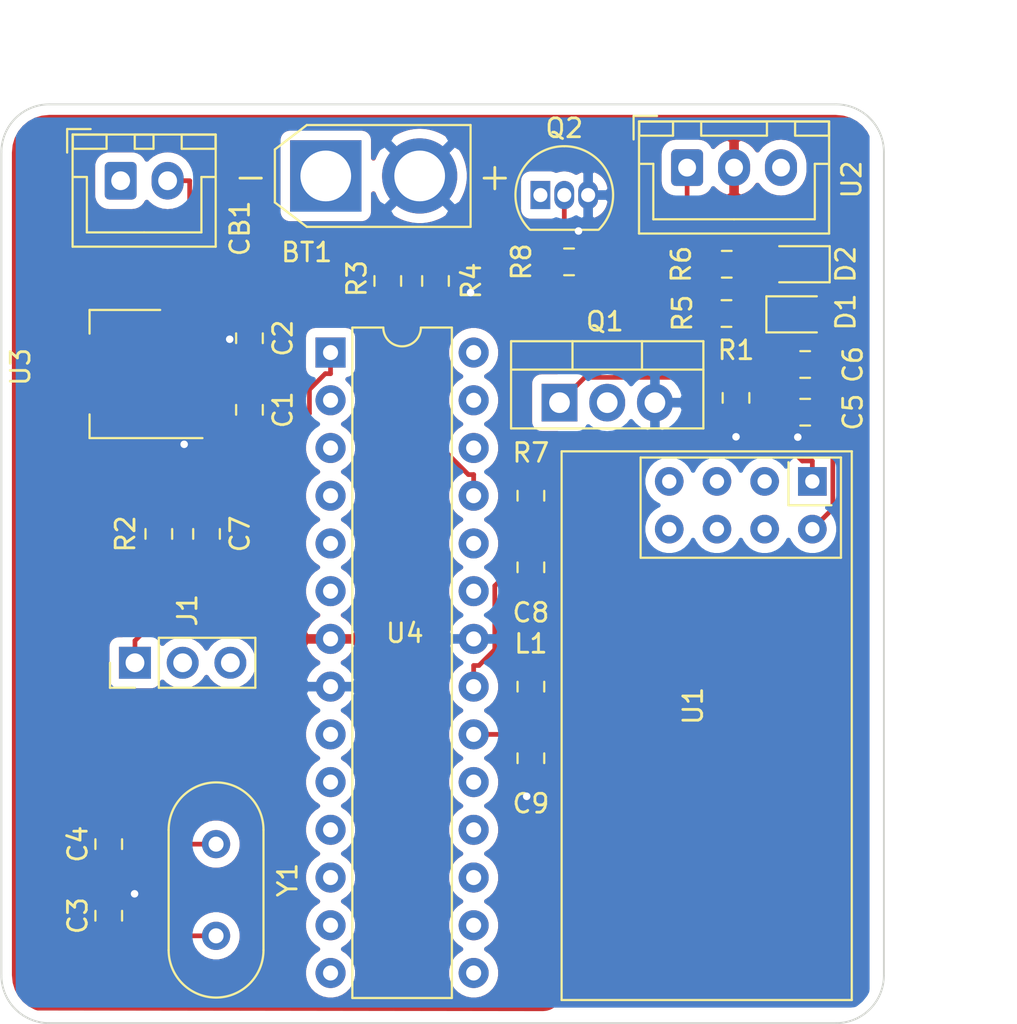
<source format=kicad_pcb>
(kicad_pcb (version 20171130) (host pcbnew 5.1.6-c6e7f7d~87~ubuntu20.04.1)

  (general
    (thickness 1.6)
    (drawings 10)
    (tracks 166)
    (zones 0)
    (modules 30)
    (nets 37)
  )

  (page A4)
  (layers
    (0 F.Cu signal)
    (1 In1.Cu signal)
    (2 In2.Cu signal)
    (31 B.Cu signal hide)
    (32 B.Adhes user hide)
    (33 F.Adhes user hide)
    (34 B.Paste user hide)
    (35 F.Paste user hide)
    (36 B.SilkS user)
    (37 F.SilkS user)
    (38 B.Mask user)
    (39 F.Mask user)
    (40 Dwgs.User user)
    (41 Cmts.User user hide)
    (42 Eco1.User user hide)
    (43 Eco2.User user hide)
    (44 Edge.Cuts user)
    (45 Margin user hide)
    (46 B.CrtYd user)
    (47 F.CrtYd user)
    (48 B.Fab user hide)
    (49 F.Fab user hide)
  )

  (setup
    (last_trace_width 0.25)
    (trace_clearance 0.2)
    (zone_clearance 0.508)
    (zone_45_only no)
    (trace_min 0.2)
    (via_size 0.8)
    (via_drill 0.4)
    (via_min_size 0.4)
    (via_min_drill 0.3)
    (uvia_size 0.3)
    (uvia_drill 0.1)
    (uvias_allowed no)
    (uvia_min_size 0.2)
    (uvia_min_drill 0.1)
    (edge_width 0.1)
    (segment_width 0.2)
    (pcb_text_width 0.3)
    (pcb_text_size 1.5 1.5)
    (mod_edge_width 0.15)
    (mod_text_size 0.8 0.8)
    (mod_text_width 0.15)
    (pad_size 1.524 1.524)
    (pad_drill 0.762)
    (pad_to_mask_clearance 0)
    (aux_axis_origin 0 0)
    (visible_elements FFFFFF7F)
    (pcbplotparams
      (layerselection 0x010f0_ffffffff)
      (usegerberextensions false)
      (usegerberattributes false)
      (usegerberadvancedattributes false)
      (creategerberjobfile false)
      (excludeedgelayer true)
      (linewidth 0.100000)
      (plotframeref false)
      (viasonmask false)
      (mode 1)
      (useauxorigin false)
      (hpglpennumber 1)
      (hpglpenspeed 20)
      (hpglpendiameter 15.000000)
      (psnegative false)
      (psa4output false)
      (plotreference true)
      (plotvalue false)
      (plotinvisibletext false)
      (padsonsilk true)
      (subtractmaskfromsilk false)
      (outputformat 1)
      (mirror false)
      (drillshape 0)
      (scaleselection 1)
      (outputdirectory "gerbers/"))
  )

  (net 0 "")
  (net 1 "Net-(BT1-Pad1)")
  (net 2 GND)
  (net 3 +3V3)
  (net 4 "Net-(C3-Pad2)")
  (net 5 "Net-(C4-Pad2)")
  (net 6 Q1_D4)
  (net 7 "Net-(Q1-Pad2)")
  (net 8 Q2_D5)
  (net 9 "Net-(Q2-Pad1)")
  (net 10 DIV_A2)
  (net 11 CE)
  (net 12 CSN)
  (net 13 SCK)
  (net 14 MOSI)
  (net 15 MISO)
  (net 16 SEN_A0)
  (net 17 "Net-(U4-Pad16)")
  (net 18 "Net-(U4-Pad4)")
  (net 19 "Net-(U4-Pad5)")
  (net 20 "Net-(U4-Pad24)")
  (net 21 "Net-(U4-Pad12)")
  (net 22 "Net-(U4-Pad26)")
  (net 23 "Net-(U4-Pad13)")
  (net 24 "Net-(U4-Pad27)")
  (net 25 "Net-(U4-Pad28)")
  (net 26 "Net-(C1-Pad1)")
  (net 27 "Net-(U1-Pad8)")
  (net 28 "Net-(D1-Pad1)")
  (net 29 "Net-(D2-Pad1)")
  (net 30 RXD_J1)
  (net 31 TXD_J1)
  (net 32 RESET_J1)
  (net 33 "Net-(C7-Pad1)")
  (net 34 "Net-(C8-Pad2)")
  (net 35 "Net-(C8-Pad1)")
  (net 36 "Net-(C9-Pad1)")

  (net_class Default "This is the default net class."
    (clearance 0.2)
    (trace_width 0.25)
    (via_dia 0.8)
    (via_drill 0.4)
    (uvia_dia 0.3)
    (uvia_drill 0.1)
    (add_net +3V3)
    (add_net CE)
    (add_net CSN)
    (add_net DIV_A2)
    (add_net GND)
    (add_net MISO)
    (add_net MOSI)
    (add_net "Net-(BT1-Pad1)")
    (add_net "Net-(C1-Pad1)")
    (add_net "Net-(C3-Pad2)")
    (add_net "Net-(C4-Pad2)")
    (add_net "Net-(C7-Pad1)")
    (add_net "Net-(C8-Pad1)")
    (add_net "Net-(C8-Pad2)")
    (add_net "Net-(C9-Pad1)")
    (add_net "Net-(D1-Pad1)")
    (add_net "Net-(D2-Pad1)")
    (add_net "Net-(Q1-Pad2)")
    (add_net "Net-(Q2-Pad1)")
    (add_net "Net-(U1-Pad8)")
    (add_net "Net-(U4-Pad12)")
    (add_net "Net-(U4-Pad13)")
    (add_net "Net-(U4-Pad16)")
    (add_net "Net-(U4-Pad24)")
    (add_net "Net-(U4-Pad26)")
    (add_net "Net-(U4-Pad27)")
    (add_net "Net-(U4-Pad28)")
    (add_net "Net-(U4-Pad4)")
    (add_net "Net-(U4-Pad5)")
    (add_net Q1_D4)
    (add_net Q2_D5)
    (add_net RESET_J1)
    (add_net RXD_J1)
    (add_net SCK)
    (add_net SEN_A0)
    (add_net TXD_J1)
  )

  (module Connector_JST:JST_XH_B3B-XH-A_1x03_P2.50mm_Vertical (layer F.Cu) (tedit 5C28146C) (tstamp 5F6266EF)
    (at 164.782 83.3755)
    (descr "JST XH series connector, B3B-XH-A (http://www.jst-mfg.com/product/pdf/eng/eXH.pdf), generated with kicad-footprint-generator")
    (tags "connector JST XH vertical")
    (path /5F33FAC0)
    (fp_text reference U2 (at 8.763 0.635 270) (layer F.SilkS)
      (effects (font (size 1 1) (thickness 0.15)))
    )
    (fp_text value SEN0193 (at 2.5 3.4) (layer F.Fab)
      (effects (font (size 1 1) (thickness 0.15)))
    )
    (fp_text user %R (at 2.5 1.5) (layer F.Fab)
      (effects (font (size 1 1) (thickness 0.15)))
    )
    (fp_line (start -2.45 -2.35) (end -2.45 3.4) (layer F.Fab) (width 0.1))
    (fp_line (start -2.45 3.4) (end 7.45 3.4) (layer F.Fab) (width 0.1))
    (fp_line (start 7.45 3.4) (end 7.45 -2.35) (layer F.Fab) (width 0.1))
    (fp_line (start 7.45 -2.35) (end -2.45 -2.35) (layer F.Fab) (width 0.1))
    (fp_line (start -2.56 -2.46) (end -2.56 3.51) (layer F.SilkS) (width 0.12))
    (fp_line (start -2.56 3.51) (end 7.56 3.51) (layer F.SilkS) (width 0.12))
    (fp_line (start 7.56 3.51) (end 7.56 -2.46) (layer F.SilkS) (width 0.12))
    (fp_line (start 7.56 -2.46) (end -2.56 -2.46) (layer F.SilkS) (width 0.12))
    (fp_line (start -2.95 -2.85) (end -2.95 3.9) (layer F.CrtYd) (width 0.05))
    (fp_line (start -2.95 3.9) (end 7.95 3.9) (layer F.CrtYd) (width 0.05))
    (fp_line (start 7.95 3.9) (end 7.95 -2.85) (layer F.CrtYd) (width 0.05))
    (fp_line (start 7.95 -2.85) (end -2.95 -2.85) (layer F.CrtYd) (width 0.05))
    (fp_line (start -0.625 -2.35) (end 0 -1.35) (layer F.Fab) (width 0.1))
    (fp_line (start 0 -1.35) (end 0.625 -2.35) (layer F.Fab) (width 0.1))
    (fp_line (start 0.75 -2.45) (end 0.75 -1.7) (layer F.SilkS) (width 0.12))
    (fp_line (start 0.75 -1.7) (end 4.25 -1.7) (layer F.SilkS) (width 0.12))
    (fp_line (start 4.25 -1.7) (end 4.25 -2.45) (layer F.SilkS) (width 0.12))
    (fp_line (start 4.25 -2.45) (end 0.75 -2.45) (layer F.SilkS) (width 0.12))
    (fp_line (start -2.55 -2.45) (end -2.55 -1.7) (layer F.SilkS) (width 0.12))
    (fp_line (start -2.55 -1.7) (end -0.75 -1.7) (layer F.SilkS) (width 0.12))
    (fp_line (start -0.75 -1.7) (end -0.75 -2.45) (layer F.SilkS) (width 0.12))
    (fp_line (start -0.75 -2.45) (end -2.55 -2.45) (layer F.SilkS) (width 0.12))
    (fp_line (start 5.75 -2.45) (end 5.75 -1.7) (layer F.SilkS) (width 0.12))
    (fp_line (start 5.75 -1.7) (end 7.55 -1.7) (layer F.SilkS) (width 0.12))
    (fp_line (start 7.55 -1.7) (end 7.55 -2.45) (layer F.SilkS) (width 0.12))
    (fp_line (start 7.55 -2.45) (end 5.75 -2.45) (layer F.SilkS) (width 0.12))
    (fp_line (start -2.55 -0.2) (end -1.8 -0.2) (layer F.SilkS) (width 0.12))
    (fp_line (start -1.8 -0.2) (end -1.8 2.75) (layer F.SilkS) (width 0.12))
    (fp_line (start -1.8 2.75) (end 2.5 2.75) (layer F.SilkS) (width 0.12))
    (fp_line (start 7.55 -0.2) (end 6.8 -0.2) (layer F.SilkS) (width 0.12))
    (fp_line (start 6.8 -0.2) (end 6.8 2.75) (layer F.SilkS) (width 0.12))
    (fp_line (start 6.8 2.75) (end 2.5 2.75) (layer F.SilkS) (width 0.12))
    (fp_line (start -1.6 -2.75) (end -2.85 -2.75) (layer F.SilkS) (width 0.12))
    (fp_line (start -2.85 -2.75) (end -2.85 -1.5) (layer F.SilkS) (width 0.12))
    (pad 3 thru_hole oval (at 5 0) (size 1.7 1.95) (drill 0.95) (layers *.Cu *.Mask)
      (net 16 SEN_A0))
    (pad 2 thru_hole oval (at 2.5 0) (size 1.7 1.95) (drill 0.95) (layers *.Cu *.Mask)
      (net 3 +3V3))
    (pad 1 thru_hole roundrect (at 0 0) (size 1.7 1.95) (drill 0.95) (layers *.Cu *.Mask) (roundrect_rratio 0.147059)
      (net 9 "Net-(Q2-Pad1)"))
    (model ${KISYS3DMOD}/Connector_JST.3dshapes/JST_XH_B3B-XH-A_1x03_P2.50mm_Vertical.wrl
      (at (xyz 0 0 0))
      (scale (xyz 1 1 1))
      (rotate (xyz 0 0 0))
    )
  )

  (module Connector_JST:JST_XH_B2B-XH-A_1x02_P2.50mm_Vertical (layer F.Cu) (tedit 5C28146C) (tstamp 5F62EB2B)
    (at 134.62 84.074)
    (descr "JST XH series connector, B2B-XH-A (http://www.jst-mfg.com/product/pdf/eng/eXH.pdf), generated with kicad-footprint-generator")
    (tags "connector JST XH vertical")
    (path /5F830F0C)
    (fp_text reference CB1 (at 6.35 2.54 90) (layer F.SilkS)
      (effects (font (size 1 1) (thickness 0.15)))
    )
    (fp_text value Power_Switch (at 1.25 4.6) (layer F.Fab)
      (effects (font (size 1 1) (thickness 0.15)))
    )
    (fp_line (start -2.85 -2.75) (end -2.85 -1.5) (layer F.SilkS) (width 0.12))
    (fp_line (start -1.6 -2.75) (end -2.85 -2.75) (layer F.SilkS) (width 0.12))
    (fp_line (start 4.3 2.75) (end 1.25 2.75) (layer F.SilkS) (width 0.12))
    (fp_line (start 4.3 -0.2) (end 4.3 2.75) (layer F.SilkS) (width 0.12))
    (fp_line (start 5.05 -0.2) (end 4.3 -0.2) (layer F.SilkS) (width 0.12))
    (fp_line (start -1.8 2.75) (end 1.25 2.75) (layer F.SilkS) (width 0.12))
    (fp_line (start -1.8 -0.2) (end -1.8 2.75) (layer F.SilkS) (width 0.12))
    (fp_line (start -2.55 -0.2) (end -1.8 -0.2) (layer F.SilkS) (width 0.12))
    (fp_line (start 5.05 -2.45) (end 3.25 -2.45) (layer F.SilkS) (width 0.12))
    (fp_line (start 5.05 -1.7) (end 5.05 -2.45) (layer F.SilkS) (width 0.12))
    (fp_line (start 3.25 -1.7) (end 5.05 -1.7) (layer F.SilkS) (width 0.12))
    (fp_line (start 3.25 -2.45) (end 3.25 -1.7) (layer F.SilkS) (width 0.12))
    (fp_line (start -0.75 -2.45) (end -2.55 -2.45) (layer F.SilkS) (width 0.12))
    (fp_line (start -0.75 -1.7) (end -0.75 -2.45) (layer F.SilkS) (width 0.12))
    (fp_line (start -2.55 -1.7) (end -0.75 -1.7) (layer F.SilkS) (width 0.12))
    (fp_line (start -2.55 -2.45) (end -2.55 -1.7) (layer F.SilkS) (width 0.12))
    (fp_line (start 1.75 -2.45) (end 0.75 -2.45) (layer F.SilkS) (width 0.12))
    (fp_line (start 1.75 -1.7) (end 1.75 -2.45) (layer F.SilkS) (width 0.12))
    (fp_line (start 0.75 -1.7) (end 1.75 -1.7) (layer F.SilkS) (width 0.12))
    (fp_line (start 0.75 -2.45) (end 0.75 -1.7) (layer F.SilkS) (width 0.12))
    (fp_line (start 0 -1.35) (end 0.625 -2.35) (layer F.Fab) (width 0.1))
    (fp_line (start -0.625 -2.35) (end 0 -1.35) (layer F.Fab) (width 0.1))
    (fp_line (start 5.45 -2.85) (end -2.95 -2.85) (layer F.CrtYd) (width 0.05))
    (fp_line (start 5.45 3.9) (end 5.45 -2.85) (layer F.CrtYd) (width 0.05))
    (fp_line (start -2.95 3.9) (end 5.45 3.9) (layer F.CrtYd) (width 0.05))
    (fp_line (start -2.95 -2.85) (end -2.95 3.9) (layer F.CrtYd) (width 0.05))
    (fp_line (start 5.06 -2.46) (end -2.56 -2.46) (layer F.SilkS) (width 0.12))
    (fp_line (start 5.06 3.51) (end 5.06 -2.46) (layer F.SilkS) (width 0.12))
    (fp_line (start -2.56 3.51) (end 5.06 3.51) (layer F.SilkS) (width 0.12))
    (fp_line (start -2.56 -2.46) (end -2.56 3.51) (layer F.SilkS) (width 0.12))
    (fp_line (start 4.95 -2.35) (end -2.45 -2.35) (layer F.Fab) (width 0.1))
    (fp_line (start 4.95 3.4) (end 4.95 -2.35) (layer F.Fab) (width 0.1))
    (fp_line (start -2.45 3.4) (end 4.95 3.4) (layer F.Fab) (width 0.1))
    (fp_line (start -2.45 -2.35) (end -2.45 3.4) (layer F.Fab) (width 0.1))
    (fp_text user %R (at 1.25 2.7) (layer F.Fab)
      (effects (font (size 1 1) (thickness 0.15)))
    )
    (pad 2 thru_hole oval (at 2.5 0) (size 1.7 2) (drill 1) (layers *.Cu *.Mask)
      (net 26 "Net-(C1-Pad1)"))
    (pad 1 thru_hole roundrect (at 0 0) (size 1.7 2) (drill 1) (layers *.Cu *.Mask) (roundrect_rratio 0.147059)
      (net 1 "Net-(BT1-Pad1)"))
    (model ${KISYS3DMOD}/Connector_JST.3dshapes/JST_XH_B2B-XH-A_1x02_P2.50mm_Vertical.wrl
      (at (xyz 0 0 0))
      (scale (xyz 1 1 1))
      (rotate (xyz 0 0 0))
    )
  )

  (module Resistor_SMD:R_0805_2012Metric (layer F.Cu) (tedit 5B36C52B) (tstamp 5F710C97)
    (at 158.496 88.392)
    (descr "Resistor SMD 0805 (2012 Metric), square (rectangular) end terminal, IPC_7351 nominal, (Body size source: https://docs.google.com/spreadsheets/d/1BsfQQcO9C6DZCsRaXUlFlo91Tg2WpOkGARC1WS5S8t0/edit?usp=sharing), generated with kicad-footprint-generator")
    (tags resistor)
    (path /5F8E6B44)
    (attr smd)
    (fp_text reference R8 (at -2.54 0 90) (layer F.SilkS)
      (effects (font (size 1 1) (thickness 0.15)))
    )
    (fp_text value 1M (at 0 1.65) (layer F.Fab)
      (effects (font (size 1 1) (thickness 0.15)))
    )
    (fp_line (start 1.68 0.95) (end -1.68 0.95) (layer F.CrtYd) (width 0.05))
    (fp_line (start 1.68 -0.95) (end 1.68 0.95) (layer F.CrtYd) (width 0.05))
    (fp_line (start -1.68 -0.95) (end 1.68 -0.95) (layer F.CrtYd) (width 0.05))
    (fp_line (start -1.68 0.95) (end -1.68 -0.95) (layer F.CrtYd) (width 0.05))
    (fp_line (start -0.258578 0.71) (end 0.258578 0.71) (layer F.SilkS) (width 0.12))
    (fp_line (start -0.258578 -0.71) (end 0.258578 -0.71) (layer F.SilkS) (width 0.12))
    (fp_line (start 1 0.6) (end -1 0.6) (layer F.Fab) (width 0.1))
    (fp_line (start 1 -0.6) (end 1 0.6) (layer F.Fab) (width 0.1))
    (fp_line (start -1 -0.6) (end 1 -0.6) (layer F.Fab) (width 0.1))
    (fp_line (start -1 0.6) (end -1 -0.6) (layer F.Fab) (width 0.1))
    (fp_text user %R (at 0 0) (layer F.Fab)
      (effects (font (size 0.5 0.5) (thickness 0.08)))
    )
    (pad 2 smd roundrect (at 0.9375 0) (size 0.975 1.4) (layers F.Cu F.Paste F.Mask) (roundrect_rratio 0.25)
      (net 2 GND))
    (pad 1 smd roundrect (at -0.9375 0) (size 0.975 1.4) (layers F.Cu F.Paste F.Mask) (roundrect_rratio 0.25)
      (net 8 Q2_D5))
    (model ${KISYS3DMOD}/Resistor_SMD.3dshapes/R_0805_2012Metric.wrl
      (at (xyz 0 0 0))
      (scale (xyz 1 1 1))
      (rotate (xyz 0 0 0))
    )
  )

  (module Inductor_SMD:L_0805_2012Metric (layer F.Cu) (tedit 5B36C52B) (tstamp 5F6F22D8)
    (at 156.464 110.998 270)
    (descr "Inductor SMD 0805 (2012 Metric), square (rectangular) end terminal, IPC_7351 nominal, (Body size source: https://docs.google.com/spreadsheets/d/1BsfQQcO9C6DZCsRaXUlFlo91Tg2WpOkGARC1WS5S8t0/edit?usp=sharing), generated with kicad-footprint-generator")
    (tags inductor)
    (path /5F8A9F5B)
    (attr smd)
    (fp_text reference L1 (at -2.286 0) (layer F.SilkS)
      (effects (font (size 1 1) (thickness 0.15)))
    )
    (fp_text value 10uH (at 0 1.65 90) (layer F.Fab)
      (effects (font (size 1 1) (thickness 0.15)))
    )
    (fp_line (start -1 0.6) (end -1 -0.6) (layer F.Fab) (width 0.1))
    (fp_line (start -1 -0.6) (end 1 -0.6) (layer F.Fab) (width 0.1))
    (fp_line (start 1 -0.6) (end 1 0.6) (layer F.Fab) (width 0.1))
    (fp_line (start 1 0.6) (end -1 0.6) (layer F.Fab) (width 0.1))
    (fp_line (start -0.258578 -0.71) (end 0.258578 -0.71) (layer F.SilkS) (width 0.12))
    (fp_line (start -0.258578 0.71) (end 0.258578 0.71) (layer F.SilkS) (width 0.12))
    (fp_line (start -1.68 0.95) (end -1.68 -0.95) (layer F.CrtYd) (width 0.05))
    (fp_line (start -1.68 -0.95) (end 1.68 -0.95) (layer F.CrtYd) (width 0.05))
    (fp_line (start 1.68 -0.95) (end 1.68 0.95) (layer F.CrtYd) (width 0.05))
    (fp_line (start 1.68 0.95) (end -1.68 0.95) (layer F.CrtYd) (width 0.05))
    (fp_text user %R (at 0 0 90) (layer F.Fab)
      (effects (font (size 0.5 0.5) (thickness 0.08)))
    )
    (pad 2 smd roundrect (at 0.9375 0 270) (size 0.975 1.4) (layers F.Cu F.Paste F.Mask) (roundrect_rratio 0.25)
      (net 36 "Net-(C9-Pad1)"))
    (pad 1 smd roundrect (at -0.9375 0 270) (size 0.975 1.4) (layers F.Cu F.Paste F.Mask) (roundrect_rratio 0.25)
      (net 3 +3V3))
    (model ${KISYS3DMOD}/Inductor_SMD.3dshapes/L_0805_2012Metric.wrl
      (at (xyz 0 0 0))
      (scale (xyz 1 1 1))
      (rotate (xyz 0 0 0))
    )
  )

  (module Capacitor_SMD:C_0805_2012Metric (layer F.Cu) (tedit 5B36C52B) (tstamp 5F6F2201)
    (at 156.464 114.808 270)
    (descr "Capacitor SMD 0805 (2012 Metric), square (rectangular) end terminal, IPC_7351 nominal, (Body size source: https://docs.google.com/spreadsheets/d/1BsfQQcO9C6DZCsRaXUlFlo91Tg2WpOkGARC1WS5S8t0/edit?usp=sharing), generated with kicad-footprint-generator")
    (tags capacitor)
    (path /5F87EBA9)
    (attr smd)
    (fp_text reference C9 (at 2.413 0) (layer F.SilkS)
      (effects (font (size 1 1) (thickness 0.15)))
    )
    (fp_text value 100nF (at 0 1.65 90) (layer F.Fab)
      (effects (font (size 1 1) (thickness 0.15)))
    )
    (fp_line (start -1 0.6) (end -1 -0.6) (layer F.Fab) (width 0.1))
    (fp_line (start -1 -0.6) (end 1 -0.6) (layer F.Fab) (width 0.1))
    (fp_line (start 1 -0.6) (end 1 0.6) (layer F.Fab) (width 0.1))
    (fp_line (start 1 0.6) (end -1 0.6) (layer F.Fab) (width 0.1))
    (fp_line (start -0.258578 -0.71) (end 0.258578 -0.71) (layer F.SilkS) (width 0.12))
    (fp_line (start -0.258578 0.71) (end 0.258578 0.71) (layer F.SilkS) (width 0.12))
    (fp_line (start -1.68 0.95) (end -1.68 -0.95) (layer F.CrtYd) (width 0.05))
    (fp_line (start -1.68 -0.95) (end 1.68 -0.95) (layer F.CrtYd) (width 0.05))
    (fp_line (start 1.68 -0.95) (end 1.68 0.95) (layer F.CrtYd) (width 0.05))
    (fp_line (start 1.68 0.95) (end -1.68 0.95) (layer F.CrtYd) (width 0.05))
    (fp_text user %R (at 0 0 90) (layer F.Fab)
      (effects (font (size 0.5 0.5) (thickness 0.08)))
    )
    (pad 2 smd roundrect (at 0.9375 0 270) (size 0.975 1.4) (layers F.Cu F.Paste F.Mask) (roundrect_rratio 0.25)
      (net 2 GND))
    (pad 1 smd roundrect (at -0.9375 0 270) (size 0.975 1.4) (layers F.Cu F.Paste F.Mask) (roundrect_rratio 0.25)
      (net 36 "Net-(C9-Pad1)"))
    (model ${KISYS3DMOD}/Capacitor_SMD.3dshapes/C_0805_2012Metric.wrl
      (at (xyz 0 0 0))
      (scale (xyz 1 1 1))
      (rotate (xyz 0 0 0))
    )
  )

  (module Resistor_SMD:R_0805_2012Metric (layer F.Cu) (tedit 5B36C52B) (tstamp 5F70DF01)
    (at 156.464 100.838 270)
    (descr "Resistor SMD 0805 (2012 Metric), square (rectangular) end terminal, IPC_7351 nominal, (Body size source: https://docs.google.com/spreadsheets/d/1BsfQQcO9C6DZCsRaXUlFlo91Tg2WpOkGARC1WS5S8t0/edit?usp=sharing), generated with kicad-footprint-generator")
    (tags resistor)
    (path /5F834D84)
    (attr smd)
    (fp_text reference R7 (at -2.286 0) (layer F.SilkS)
      (effects (font (size 1 1) (thickness 0.15)))
    )
    (fp_text value 3.2k (at 0 1.65 90) (layer F.Fab)
      (effects (font (size 1 1) (thickness 0.15)))
    )
    (fp_line (start -1 0.6) (end -1 -0.6) (layer F.Fab) (width 0.1))
    (fp_line (start -1 -0.6) (end 1 -0.6) (layer F.Fab) (width 0.1))
    (fp_line (start 1 -0.6) (end 1 0.6) (layer F.Fab) (width 0.1))
    (fp_line (start 1 0.6) (end -1 0.6) (layer F.Fab) (width 0.1))
    (fp_line (start -0.258578 -0.71) (end 0.258578 -0.71) (layer F.SilkS) (width 0.12))
    (fp_line (start -0.258578 0.71) (end 0.258578 0.71) (layer F.SilkS) (width 0.12))
    (fp_line (start -1.68 0.95) (end -1.68 -0.95) (layer F.CrtYd) (width 0.05))
    (fp_line (start -1.68 -0.95) (end 1.68 -0.95) (layer F.CrtYd) (width 0.05))
    (fp_line (start 1.68 -0.95) (end 1.68 0.95) (layer F.CrtYd) (width 0.05))
    (fp_line (start 1.68 0.95) (end -1.68 0.95) (layer F.CrtYd) (width 0.05))
    (fp_text user %R (at 0 0 90) (layer F.Fab)
      (effects (font (size 0.5 0.5) (thickness 0.08)))
    )
    (pad 2 smd roundrect (at 0.9375 0 270) (size 0.975 1.4) (layers F.Cu F.Paste F.Mask) (roundrect_rratio 0.25)
      (net 35 "Net-(C8-Pad1)"))
    (pad 1 smd roundrect (at -0.9375 0 270) (size 0.975 1.4) (layers F.Cu F.Paste F.Mask) (roundrect_rratio 0.25)
      (net 3 +3V3))
    (model ${KISYS3DMOD}/Resistor_SMD.3dshapes/R_0805_2012Metric.wrl
      (at (xyz 0 0 0))
      (scale (xyz 1 1 1))
      (rotate (xyz 0 0 0))
    )
  )

  (module Capacitor_SMD:C_0805_2012Metric (layer F.Cu) (tedit 5B36C52B) (tstamp 5F70ED32)
    (at 156.464 104.648 90)
    (descr "Capacitor SMD 0805 (2012 Metric), square (rectangular) end terminal, IPC_7351 nominal, (Body size source: https://docs.google.com/spreadsheets/d/1BsfQQcO9C6DZCsRaXUlFlo91Tg2WpOkGARC1WS5S8t0/edit?usp=sharing), generated with kicad-footprint-generator")
    (tags capacitor)
    (path /5F82A0D2)
    (attr smd)
    (fp_text reference C8 (at -2.413 0) (layer F.SilkS)
      (effects (font (size 1 1) (thickness 0.15)))
    )
    (fp_text value 100nF (at 0 1.65 90) (layer F.Fab)
      (effects (font (size 1 1) (thickness 0.15)))
    )
    (fp_line (start -1 0.6) (end -1 -0.6) (layer F.Fab) (width 0.1))
    (fp_line (start -1 -0.6) (end 1 -0.6) (layer F.Fab) (width 0.1))
    (fp_line (start 1 -0.6) (end 1 0.6) (layer F.Fab) (width 0.1))
    (fp_line (start 1 0.6) (end -1 0.6) (layer F.Fab) (width 0.1))
    (fp_line (start -0.258578 -0.71) (end 0.258578 -0.71) (layer F.SilkS) (width 0.12))
    (fp_line (start -0.258578 0.71) (end 0.258578 0.71) (layer F.SilkS) (width 0.12))
    (fp_line (start -1.68 0.95) (end -1.68 -0.95) (layer F.CrtYd) (width 0.05))
    (fp_line (start -1.68 -0.95) (end 1.68 -0.95) (layer F.CrtYd) (width 0.05))
    (fp_line (start 1.68 -0.95) (end 1.68 0.95) (layer F.CrtYd) (width 0.05))
    (fp_line (start 1.68 0.95) (end -1.68 0.95) (layer F.CrtYd) (width 0.05))
    (fp_text user %R (at 0 0 90) (layer F.Fab)
      (effects (font (size 0.5 0.5) (thickness 0.08)))
    )
    (pad 2 smd roundrect (at 0.9375 0 90) (size 0.975 1.4) (layers F.Cu F.Paste F.Mask) (roundrect_rratio 0.25)
      (net 34 "Net-(C8-Pad2)"))
    (pad 1 smd roundrect (at -0.9375 0 90) (size 0.975 1.4) (layers F.Cu F.Paste F.Mask) (roundrect_rratio 0.25)
      (net 35 "Net-(C8-Pad1)"))
    (model ${KISYS3DMOD}/Capacitor_SMD.3dshapes/C_0805_2012Metric.wrl
      (at (xyz 0 0 0))
      (scale (xyz 1 1 1))
      (rotate (xyz 0 0 0))
    )
  )

  (module Connector_PinHeader_2.54mm:PinHeader_1x03_P2.54mm_Vertical (layer F.Cu) (tedit 59FED5CC) (tstamp 5F6EFF65)
    (at 135.382 109.728 90)
    (descr "Through hole straight pin header, 1x03, 2.54mm pitch, single row")
    (tags "Through hole pin header THT 1x03 2.54mm single row")
    (path /5F6F29C1)
    (fp_text reference J1 (at 2.794 2.794 90) (layer F.SilkS)
      (effects (font (size 1 1) (thickness 0.15)))
    )
    (fp_text value Conn_01x03 (at 0 7.41 90) (layer F.Fab)
      (effects (font (size 1 1) (thickness 0.15)))
    )
    (fp_line (start -0.635 -1.27) (end 1.27 -1.27) (layer F.Fab) (width 0.1))
    (fp_line (start 1.27 -1.27) (end 1.27 6.35) (layer F.Fab) (width 0.1))
    (fp_line (start 1.27 6.35) (end -1.27 6.35) (layer F.Fab) (width 0.1))
    (fp_line (start -1.27 6.35) (end -1.27 -0.635) (layer F.Fab) (width 0.1))
    (fp_line (start -1.27 -0.635) (end -0.635 -1.27) (layer F.Fab) (width 0.1))
    (fp_line (start -1.33 6.41) (end 1.33 6.41) (layer F.SilkS) (width 0.12))
    (fp_line (start -1.33 1.27) (end -1.33 6.41) (layer F.SilkS) (width 0.12))
    (fp_line (start 1.33 1.27) (end 1.33 6.41) (layer F.SilkS) (width 0.12))
    (fp_line (start -1.33 1.27) (end 1.33 1.27) (layer F.SilkS) (width 0.12))
    (fp_line (start -1.33 0) (end -1.33 -1.33) (layer F.SilkS) (width 0.12))
    (fp_line (start -1.33 -1.33) (end 0 -1.33) (layer F.SilkS) (width 0.12))
    (fp_line (start -1.8 -1.8) (end -1.8 6.85) (layer F.CrtYd) (width 0.05))
    (fp_line (start -1.8 6.85) (end 1.8 6.85) (layer F.CrtYd) (width 0.05))
    (fp_line (start 1.8 6.85) (end 1.8 -1.8) (layer F.CrtYd) (width 0.05))
    (fp_line (start 1.8 -1.8) (end -1.8 -1.8) (layer F.CrtYd) (width 0.05))
    (fp_text user %R (at 0 2.54) (layer F.Fab)
      (effects (font (size 1 1) (thickness 0.15)))
    )
    (pad 3 thru_hole oval (at 0 5.08 90) (size 1.7 1.7) (drill 1) (layers *.Cu *.Mask)
      (net 31 TXD_J1))
    (pad 2 thru_hole oval (at 0 2.54 90) (size 1.7 1.7) (drill 1) (layers *.Cu *.Mask)
      (net 30 RXD_J1))
    (pad 1 thru_hole rect (at 0 0 90) (size 1.7 1.7) (drill 1) (layers *.Cu *.Mask)
      (net 32 RESET_J1))
    (model ${KISYS3DMOD}/Connector_PinHeader_2.54mm.3dshapes/PinHeader_1x03_P2.54mm_Vertical.wrl
      (at (xyz 0 0 0))
      (scale (xyz 1 1 1))
      (rotate (xyz 0 0 0))
    )
  )

  (module Capacitor_SMD:C_0805_2012Metric (layer F.Cu) (tedit 5B36C52B) (tstamp 5F70F3AF)
    (at 136.652 102.87 270)
    (descr "Capacitor SMD 0805 (2012 Metric), square (rectangular) end terminal, IPC_7351 nominal, (Body size source: https://docs.google.com/spreadsheets/d/1BsfQQcO9C6DZCsRaXUlFlo91Tg2WpOkGARC1WS5S8t0/edit?usp=sharing), generated with kicad-footprint-generator")
    (tags capacitor)
    (path /5F7A3C8E)
    (attr smd)
    (fp_text reference C7 (at 0 -4.318 270) (layer F.SilkS)
      (effects (font (size 1 1) (thickness 0.15)))
    )
    (fp_text value 100nF (at 0 1.65 90) (layer F.Fab)
      (effects (font (size 1 1) (thickness 0.15)))
    )
    (fp_line (start -1 0.6) (end -1 -0.6) (layer F.Fab) (width 0.1))
    (fp_line (start -1 -0.6) (end 1 -0.6) (layer F.Fab) (width 0.1))
    (fp_line (start 1 -0.6) (end 1 0.6) (layer F.Fab) (width 0.1))
    (fp_line (start 1 0.6) (end -1 0.6) (layer F.Fab) (width 0.1))
    (fp_line (start -0.258578 -0.71) (end 0.258578 -0.71) (layer F.SilkS) (width 0.12))
    (fp_line (start -0.258578 0.71) (end 0.258578 0.71) (layer F.SilkS) (width 0.12))
    (fp_line (start -1.68 0.95) (end -1.68 -0.95) (layer F.CrtYd) (width 0.05))
    (fp_line (start -1.68 -0.95) (end 1.68 -0.95) (layer F.CrtYd) (width 0.05))
    (fp_line (start 1.68 -0.95) (end 1.68 0.95) (layer F.CrtYd) (width 0.05))
    (fp_line (start 1.68 0.95) (end -1.68 0.95) (layer F.CrtYd) (width 0.05))
    (fp_text user %R (at 0 0 90) (layer F.Fab)
      (effects (font (size 0.5 0.5) (thickness 0.08)))
    )
    (pad 2 smd roundrect (at 0.9375 0 270) (size 0.975 1.4) (layers F.Cu F.Paste F.Mask) (roundrect_rratio 0.25)
      (net 32 RESET_J1))
    (pad 1 smd roundrect (at -0.9375 0 270) (size 0.975 1.4) (layers F.Cu F.Paste F.Mask) (roundrect_rratio 0.25)
      (net 33 "Net-(C7-Pad1)"))
    (model ${KISYS3DMOD}/Capacitor_SMD.3dshapes/C_0805_2012Metric.wrl
      (at (xyz 0 0 0))
      (scale (xyz 1 1 1))
      (rotate (xyz 0 0 0))
    )
  )

  (module Capacitor_SMD:C_0805_2012Metric (layer F.Cu) (tedit 5B36C52B) (tstamp 5F71FD92)
    (at 171.069 93.853 180)
    (descr "Capacitor SMD 0805 (2012 Metric), square (rectangular) end terminal, IPC_7351 nominal, (Body size source: https://docs.google.com/spreadsheets/d/1BsfQQcO9C6DZCsRaXUlFlo91Tg2WpOkGARC1WS5S8t0/edit?usp=sharing), generated with kicad-footprint-generator")
    (tags capacitor)
    (path /5F6FCC61)
    (attr smd)
    (fp_text reference C6 (at -2.54 0 270) (layer F.SilkS)
      (effects (font (size 1 1) (thickness 0.15)))
    )
    (fp_text value 100nF (at 0 1.65) (layer F.Fab)
      (effects (font (size 1 1) (thickness 0.15)))
    )
    (fp_line (start 1.68 0.95) (end -1.68 0.95) (layer F.CrtYd) (width 0.05))
    (fp_line (start 1.68 -0.95) (end 1.68 0.95) (layer F.CrtYd) (width 0.05))
    (fp_line (start -1.68 -0.95) (end 1.68 -0.95) (layer F.CrtYd) (width 0.05))
    (fp_line (start -1.68 0.95) (end -1.68 -0.95) (layer F.CrtYd) (width 0.05))
    (fp_line (start -0.258578 0.71) (end 0.258578 0.71) (layer F.SilkS) (width 0.12))
    (fp_line (start -0.258578 -0.71) (end 0.258578 -0.71) (layer F.SilkS) (width 0.12))
    (fp_line (start 1 0.6) (end -1 0.6) (layer F.Fab) (width 0.1))
    (fp_line (start 1 -0.6) (end 1 0.6) (layer F.Fab) (width 0.1))
    (fp_line (start -1 -0.6) (end 1 -0.6) (layer F.Fab) (width 0.1))
    (fp_line (start -1 0.6) (end -1 -0.6) (layer F.Fab) (width 0.1))
    (fp_text user %R (at 0 0) (layer F.Fab)
      (effects (font (size 0.5 0.5) (thickness 0.08)))
    )
    (pad 2 smd roundrect (at 0.9375 0 180) (size 0.975 1.4) (layers F.Cu F.Paste F.Mask) (roundrect_rratio 0.25)
      (net 2 GND))
    (pad 1 smd roundrect (at -0.9375 0 180) (size 0.975 1.4) (layers F.Cu F.Paste F.Mask) (roundrect_rratio 0.25)
      (net 3 +3V3))
    (model ${KISYS3DMOD}/Capacitor_SMD.3dshapes/C_0805_2012Metric.wrl
      (at (xyz 0 0 0))
      (scale (xyz 1 1 1))
      (rotate (xyz 0 0 0))
    )
  )

  (module Capacitor_SMD:C_0805_2012Metric (layer F.Cu) (tedit 5B36C52B) (tstamp 5F71FDC8)
    (at 171.069 96.393 180)
    (descr "Capacitor SMD 0805 (2012 Metric), square (rectangular) end terminal, IPC_7351 nominal, (Body size source: https://docs.google.com/spreadsheets/d/1BsfQQcO9C6DZCsRaXUlFlo91Tg2WpOkGARC1WS5S8t0/edit?usp=sharing), generated with kicad-footprint-generator")
    (tags capacitor)
    (path /5F71A188)
    (attr smd)
    (fp_text reference C5 (at -2.54 0 270) (layer F.SilkS)
      (effects (font (size 1 1) (thickness 0.15)))
    )
    (fp_text value 10uF (at 0 1.65) (layer F.Fab)
      (effects (font (size 1 1) (thickness 0.15)))
    )
    (fp_line (start 1.68 0.95) (end -1.68 0.95) (layer F.CrtYd) (width 0.05))
    (fp_line (start 1.68 -0.95) (end 1.68 0.95) (layer F.CrtYd) (width 0.05))
    (fp_line (start -1.68 -0.95) (end 1.68 -0.95) (layer F.CrtYd) (width 0.05))
    (fp_line (start -1.68 0.95) (end -1.68 -0.95) (layer F.CrtYd) (width 0.05))
    (fp_line (start -0.258578 0.71) (end 0.258578 0.71) (layer F.SilkS) (width 0.12))
    (fp_line (start -0.258578 -0.71) (end 0.258578 -0.71) (layer F.SilkS) (width 0.12))
    (fp_line (start 1 0.6) (end -1 0.6) (layer F.Fab) (width 0.1))
    (fp_line (start 1 -0.6) (end 1 0.6) (layer F.Fab) (width 0.1))
    (fp_line (start -1 -0.6) (end 1 -0.6) (layer F.Fab) (width 0.1))
    (fp_line (start -1 0.6) (end -1 -0.6) (layer F.Fab) (width 0.1))
    (fp_text user %R (at 0 0) (layer F.Fab)
      (effects (font (size 0.5 0.5) (thickness 0.08)))
    )
    (pad 2 smd roundrect (at 0.9375 0 180) (size 0.975 1.4) (layers F.Cu F.Paste F.Mask) (roundrect_rratio 0.25)
      (net 2 GND))
    (pad 1 smd roundrect (at -0.9375 0 180) (size 0.975 1.4) (layers F.Cu F.Paste F.Mask) (roundrect_rratio 0.25)
      (net 3 +3V3))
    (model ${KISYS3DMOD}/Capacitor_SMD.3dshapes/C_0805_2012Metric.wrl
      (at (xyz 0 0 0))
      (scale (xyz 1 1 1))
      (rotate (xyz 0 0 0))
    )
  )

  (module Resistor_SMD:R_0805_2012Metric (layer F.Cu) (tedit 5B36C52B) (tstamp 5F62D58B)
    (at 166.893 88.519)
    (descr "Resistor SMD 0805 (2012 Metric), square (rectangular) end terminal, IPC_7351 nominal, (Body size source: https://docs.google.com/spreadsheets/d/1BsfQQcO9C6DZCsRaXUlFlo91Tg2WpOkGARC1WS5S8t0/edit?usp=sharing), generated with kicad-footprint-generator")
    (tags resistor)
    (path /5F9BDA04)
    (attr smd)
    (fp_text reference R6 (at -2.428 0 90) (layer F.SilkS)
      (effects (font (size 1 1) (thickness 0.15)))
    )
    (fp_text value 1k (at 0 1.65) (layer F.Fab)
      (effects (font (size 1 1) (thickness 0.15)))
    )
    (fp_line (start -1 0.6) (end -1 -0.6) (layer F.Fab) (width 0.1))
    (fp_line (start -1 -0.6) (end 1 -0.6) (layer F.Fab) (width 0.1))
    (fp_line (start 1 -0.6) (end 1 0.6) (layer F.Fab) (width 0.1))
    (fp_line (start 1 0.6) (end -1 0.6) (layer F.Fab) (width 0.1))
    (fp_line (start -0.258578 -0.71) (end 0.258578 -0.71) (layer F.SilkS) (width 0.12))
    (fp_line (start -0.258578 0.71) (end 0.258578 0.71) (layer F.SilkS) (width 0.12))
    (fp_line (start -1.68 0.95) (end -1.68 -0.95) (layer F.CrtYd) (width 0.05))
    (fp_line (start -1.68 -0.95) (end 1.68 -0.95) (layer F.CrtYd) (width 0.05))
    (fp_line (start 1.68 -0.95) (end 1.68 0.95) (layer F.CrtYd) (width 0.05))
    (fp_line (start 1.68 0.95) (end -1.68 0.95) (layer F.CrtYd) (width 0.05))
    (fp_text user %R (at 0 0) (layer F.Fab)
      (effects (font (size 0.5 0.5) (thickness 0.08)))
    )
    (pad 2 smd roundrect (at 0.9375 0) (size 0.975 1.4) (layers F.Cu F.Paste F.Mask) (roundrect_rratio 0.25)
      (net 9 "Net-(Q2-Pad1)"))
    (pad 1 smd roundrect (at -0.9375 0) (size 0.975 1.4) (layers F.Cu F.Paste F.Mask) (roundrect_rratio 0.25)
      (net 29 "Net-(D2-Pad1)"))
    (model ${KISYS3DMOD}/Resistor_SMD.3dshapes/R_0805_2012Metric.wrl
      (at (xyz 0 0 0))
      (scale (xyz 1 1 1))
      (rotate (xyz 0 0 0))
    )
  )

  (module Resistor_SMD:R_0805_2012Metric (layer F.Cu) (tedit 5B36C52B) (tstamp 5F62D57A)
    (at 166.878 91.141)
    (descr "Resistor SMD 0805 (2012 Metric), square (rectangular) end terminal, IPC_7351 nominal, (Body size source: https://docs.google.com/spreadsheets/d/1BsfQQcO9C6DZCsRaXUlFlo91Tg2WpOkGARC1WS5S8t0/edit?usp=sharing), generated with kicad-footprint-generator")
    (tags resistor)
    (path /5F9CC699)
    (attr smd)
    (fp_text reference R5 (at -2.3495 -0.0185 270) (layer F.SilkS)
      (effects (font (size 1 1) (thickness 0.15)))
    )
    (fp_text value 1k (at 0 1.65) (layer F.Fab)
      (effects (font (size 1 1) (thickness 0.15)))
    )
    (fp_line (start -1 0.6) (end -1 -0.6) (layer F.Fab) (width 0.1))
    (fp_line (start -1 -0.6) (end 1 -0.6) (layer F.Fab) (width 0.1))
    (fp_line (start 1 -0.6) (end 1 0.6) (layer F.Fab) (width 0.1))
    (fp_line (start 1 0.6) (end -1 0.6) (layer F.Fab) (width 0.1))
    (fp_line (start -0.258578 -0.71) (end 0.258578 -0.71) (layer F.SilkS) (width 0.12))
    (fp_line (start -0.258578 0.71) (end 0.258578 0.71) (layer F.SilkS) (width 0.12))
    (fp_line (start -1.68 0.95) (end -1.68 -0.95) (layer F.CrtYd) (width 0.05))
    (fp_line (start -1.68 -0.95) (end 1.68 -0.95) (layer F.CrtYd) (width 0.05))
    (fp_line (start 1.68 -0.95) (end 1.68 0.95) (layer F.CrtYd) (width 0.05))
    (fp_line (start 1.68 0.95) (end -1.68 0.95) (layer F.CrtYd) (width 0.05))
    (fp_text user %R (at 0 0) (layer F.Fab)
      (effects (font (size 0.5 0.5) (thickness 0.08)))
    )
    (pad 2 smd roundrect (at 0.9375 0) (size 0.975 1.4) (layers F.Cu F.Paste F.Mask) (roundrect_rratio 0.25)
      (net 7 "Net-(Q1-Pad2)"))
    (pad 1 smd roundrect (at -0.9375 0) (size 0.975 1.4) (layers F.Cu F.Paste F.Mask) (roundrect_rratio 0.25)
      (net 28 "Net-(D1-Pad1)"))
    (model ${KISYS3DMOD}/Resistor_SMD.3dshapes/R_0805_2012Metric.wrl
      (at (xyz 0 0 0))
      (scale (xyz 1 1 1))
      (rotate (xyz 0 0 0))
    )
  )

  (module LED_SMD:LED_0805_2012Metric (layer F.Cu) (tedit 5B36C52C) (tstamp 5F62D495)
    (at 170.688 88.519 180)
    (descr "LED SMD 0805 (2012 Metric), square (rectangular) end terminal, IPC_7351 nominal, (Body size source: https://docs.google.com/spreadsheets/d/1BsfQQcO9C6DZCsRaXUlFlo91Tg2WpOkGARC1WS5S8t0/edit?usp=sharing), generated with kicad-footprint-generator")
    (tags diode)
    (path /5F9A1E59)
    (attr smd)
    (fp_text reference D2 (at -2.54 0 90) (layer F.SilkS)
      (effects (font (size 1 1) (thickness 0.15)))
    )
    (fp_text value LED_ALT (at 0 1.65) (layer F.Fab)
      (effects (font (size 1 1) (thickness 0.15)))
    )
    (fp_line (start 1 -0.6) (end -0.7 -0.6) (layer F.Fab) (width 0.1))
    (fp_line (start -0.7 -0.6) (end -1 -0.3) (layer F.Fab) (width 0.1))
    (fp_line (start -1 -0.3) (end -1 0.6) (layer F.Fab) (width 0.1))
    (fp_line (start -1 0.6) (end 1 0.6) (layer F.Fab) (width 0.1))
    (fp_line (start 1 0.6) (end 1 -0.6) (layer F.Fab) (width 0.1))
    (fp_line (start 1 -0.96) (end -1.685 -0.96) (layer F.SilkS) (width 0.12))
    (fp_line (start -1.685 -0.96) (end -1.685 0.96) (layer F.SilkS) (width 0.12))
    (fp_line (start -1.685 0.96) (end 1 0.96) (layer F.SilkS) (width 0.12))
    (fp_line (start -1.68 0.95) (end -1.68 -0.95) (layer F.CrtYd) (width 0.05))
    (fp_line (start -1.68 -0.95) (end 1.68 -0.95) (layer F.CrtYd) (width 0.05))
    (fp_line (start 1.68 -0.95) (end 1.68 0.95) (layer F.CrtYd) (width 0.05))
    (fp_line (start 1.68 0.95) (end -1.68 0.95) (layer F.CrtYd) (width 0.05))
    (fp_text user %R (at 0 0) (layer F.Fab)
      (effects (font (size 0.5 0.5) (thickness 0.08)))
    )
    (pad 2 smd roundrect (at 0.9375 0 180) (size 0.975 1.4) (layers F.Cu F.Paste F.Mask) (roundrect_rratio 0.25)
      (net 3 +3V3))
    (pad 1 smd roundrect (at -0.9375 0 180) (size 0.975 1.4) (layers F.Cu F.Paste F.Mask) (roundrect_rratio 0.25)
      (net 29 "Net-(D2-Pad1)"))
    (model ${KISYS3DMOD}/LED_SMD.3dshapes/LED_0805_2012Metric.wrl
      (at (xyz 0 0 0))
      (scale (xyz 1 1 1))
      (rotate (xyz 0 0 0))
    )
  )

  (module LED_SMD:LED_0805_2012Metric (layer F.Cu) (tedit 5B36C52C) (tstamp 5F62D482)
    (at 170.688 91.186)
    (descr "LED SMD 0805 (2012 Metric), square (rectangular) end terminal, IPC_7351 nominal, (Body size source: https://docs.google.com/spreadsheets/d/1BsfQQcO9C6DZCsRaXUlFlo91Tg2WpOkGARC1WS5S8t0/edit?usp=sharing), generated with kicad-footprint-generator")
    (tags diode)
    (path /5F9CC690)
    (attr smd)
    (fp_text reference D1 (at 2.54 -0.127 90) (layer F.SilkS)
      (effects (font (size 1 1) (thickness 0.15)))
    )
    (fp_text value LED_ALT (at 0 1.65) (layer F.Fab)
      (effects (font (size 1 1) (thickness 0.15)))
    )
    (fp_line (start 1 -0.6) (end -0.7 -0.6) (layer F.Fab) (width 0.1))
    (fp_line (start -0.7 -0.6) (end -1 -0.3) (layer F.Fab) (width 0.1))
    (fp_line (start -1 -0.3) (end -1 0.6) (layer F.Fab) (width 0.1))
    (fp_line (start -1 0.6) (end 1 0.6) (layer F.Fab) (width 0.1))
    (fp_line (start 1 0.6) (end 1 -0.6) (layer F.Fab) (width 0.1))
    (fp_line (start 1 -0.96) (end -1.685 -0.96) (layer F.SilkS) (width 0.12))
    (fp_line (start -1.685 -0.96) (end -1.685 0.96) (layer F.SilkS) (width 0.12))
    (fp_line (start -1.685 0.96) (end 1 0.96) (layer F.SilkS) (width 0.12))
    (fp_line (start -1.68 0.95) (end -1.68 -0.95) (layer F.CrtYd) (width 0.05))
    (fp_line (start -1.68 -0.95) (end 1.68 -0.95) (layer F.CrtYd) (width 0.05))
    (fp_line (start 1.68 -0.95) (end 1.68 0.95) (layer F.CrtYd) (width 0.05))
    (fp_line (start 1.68 0.95) (end -1.68 0.95) (layer F.CrtYd) (width 0.05))
    (fp_text user %R (at 0 0) (layer F.Fab)
      (effects (font (size 0.5 0.5) (thickness 0.08)))
    )
    (pad 2 smd roundrect (at 0.9375 0) (size 0.975 1.4) (layers F.Cu F.Paste F.Mask) (roundrect_rratio 0.25)
      (net 3 +3V3))
    (pad 1 smd roundrect (at -0.9375 0) (size 0.975 1.4) (layers F.Cu F.Paste F.Mask) (roundrect_rratio 0.25)
      (net 28 "Net-(D1-Pad1)"))
    (model ${KISYS3DMOD}/LED_SMD.3dshapes/LED_0805_2012Metric.wrl
      (at (xyz 0 0 0))
      (scale (xyz 1 1 1))
      (rotate (xyz 0 0 0))
    )
  )

  (module RF_Module:nRF24L01_Breakout (layer F.Cu) (tedit 5A056C61) (tstamp 5F6E4EEC)
    (at 171.45 100.076 270)
    (descr "nRF24L01 breakout board")
    (tags "nRF24L01 adapter breakout")
    (path /5F8AF8DA)
    (fp_text reference U1 (at 11.945 6.35 90) (layer F.SilkS)
      (effects (font (size 1 1) (thickness 0.15)))
    )
    (fp_text value NRF24L01_Breakout (at 13 5 90) (layer F.Fab)
      (effects (font (size 1 1) (thickness 0.15)))
    )
    (fp_line (start 27.75 -2.25) (end 27.75 -2.25) (layer F.CrtYd) (width 0.05))
    (fp_line (start 27.75 13.5) (end 27.75 -2.25) (layer F.CrtYd) (width 0.05))
    (fp_line (start -1.75 13.5) (end 27.75 13.5) (layer F.CrtYd) (width 0.05))
    (fp_line (start -1.75 -2.25) (end -1.75 13.5) (layer F.CrtYd) (width 0.05))
    (fp_line (start 27.75 -2.25) (end -1.75 -2.25) (layer F.CrtYd) (width 0.05))
    (fp_line (start -1.27 -1.524) (end -1.27 -1.524) (layer F.SilkS) (width 0.12))
    (fp_line (start -1.27 9.144) (end -1.27 -1.524) (layer F.SilkS) (width 0.12))
    (fp_line (start -1.6 -2.1) (end -1.6 -2.1) (layer F.SilkS) (width 0.12))
    (fp_line (start -1.6 13.35) (end -1.6 -2.1) (layer F.SilkS) (width 0.12))
    (fp_line (start 27.6 13.35) (end -1.6 13.35) (layer F.SilkS) (width 0.12))
    (fp_line (start 27.6 -2.1) (end 27.6 13.35) (layer F.SilkS) (width 0.12))
    (fp_line (start -1.6 -2.1) (end 27.6 -2.1) (layer F.SilkS) (width 0.12))
    (fp_line (start -1.016 1.27) (end -1.016 1.27) (layer F.SilkS) (width 0.12))
    (fp_line (start 1.27 1.27) (end -1.016 1.27) (layer F.SilkS) (width 0.12))
    (fp_line (start 1.27 -1.016) (end 1.27 1.27) (layer F.SilkS) (width 0.12))
    (fp_line (start -1.27 9.144) (end -1.27 9.144) (layer F.SilkS) (width 0.12))
    (fp_line (start 4.064 9.144) (end -1.27 9.144) (layer F.SilkS) (width 0.12))
    (fp_line (start 4.064 -1.524) (end 4.064 9.144) (layer F.SilkS) (width 0.12))
    (fp_line (start -1.27 -1.524) (end 4.064 -1.524) (layer F.SilkS) (width 0.12))
    (fp_line (start -1.27 -1.27) (end -1.27 -1.27) (layer F.Fab) (width 0.1))
    (fp_line (start -1.27 8.89) (end -1.27 -1.27) (layer F.Fab) (width 0.1))
    (fp_line (start 3.81 8.89) (end -1.27 8.89) (layer F.Fab) (width 0.1))
    (fp_line (start 3.81 -1.27) (end 3.81 8.89) (layer F.Fab) (width 0.1))
    (fp_line (start -1.27 -1.27) (end 3.81 -1.27) (layer F.Fab) (width 0.1))
    (fp_line (start -1.5 -2) (end -1.5 -2) (layer F.Fab) (width 0.1))
    (fp_line (start -1.5 13.25) (end -1.5 -2) (layer F.Fab) (width 0.1))
    (fp_line (start 27.5 13.25) (end -1.5 13.25) (layer F.Fab) (width 0.1))
    (fp_line (start 27.5 -2) (end 27.5 13.25) (layer F.Fab) (width 0.1))
    (fp_line (start -1.5 -2) (end 27.5 -2) (layer F.Fab) (width 0.1))
    (fp_text user %R (at 12.5 2.5 90) (layer F.Fab)
      (effects (font (size 1 1) (thickness 0.15)))
    )
    (pad 8 thru_hole circle (at 2.54 7.62 270) (size 1.524 1.524) (drill 0.762) (layers *.Cu *.Mask)
      (net 27 "Net-(U1-Pad8)"))
    (pad 7 thru_hole circle (at 0 7.62 270) (size 1.524 1.524) (drill 0.762) (layers *.Cu *.Mask)
      (net 15 MISO))
    (pad 6 thru_hole circle (at 2.54 5.08 270) (size 1.524 1.524) (drill 0.762) (layers *.Cu *.Mask)
      (net 14 MOSI))
    (pad 5 thru_hole circle (at 0 5.08 270) (size 1.524 1.524) (drill 0.762) (layers *.Cu *.Mask)
      (net 13 SCK))
    (pad 4 thru_hole circle (at 2.54 2.54 270) (size 1.524 1.524) (drill 0.762) (layers *.Cu *.Mask)
      (net 12 CSN))
    (pad 3 thru_hole circle (at 0 2.54 270) (size 1.524 1.524) (drill 0.762) (layers *.Cu *.Mask)
      (net 11 CE))
    (pad 2 thru_hole circle (at 2.54 0 270) (size 1.524 1.524) (drill 0.762) (layers *.Cu *.Mask)
      (net 3 +3V3))
    (pad 1 thru_hole rect (at 0 0 270) (size 1.524 1.524) (drill 0.762) (layers *.Cu *.Mask)
      (net 7 "Net-(Q1-Pad2)"))
    (model ${KISYS3DMOD}/RF_Module.3dshapes/nRF24L01_Breakout.wrl
      (at (xyz 0 0 0))
      (scale (xyz 1 1 1))
      (rotate (xyz 0 0 0))
    )
  )

  (module Connector_AMASS:AMASS_XT30U-F_1x02_P5.0mm_Vertical (layer F.Cu) (tedit 5C8E9CDA) (tstamp 5F6265D2)
    (at 145.542 83.82)
    (descr "Connector XT30 Vertical Cable Female, https://www.tme.eu/en/Document/3cbfa5cfa544d79584972dd5234a409e/XT30U%20SPEC.pdf")
    (tags "RC Connector XT30")
    (path /5F71FB83)
    (fp_text reference BT1 (at -1.016 4.064) (layer F.SilkS)
      (effects (font (size 1 1) (thickness 0.15)))
    )
    (fp_text value +3.3-4.2V (at 2.5 4) (layer F.Fab)
      (effects (font (size 1 1) (thickness 0.15)))
    )
    (fp_line (start -2.6 -1.3) (end -2.6 1.3) (layer F.Fab) (width 0.1))
    (fp_line (start 7.6 -2.6) (end 7.6 2.6) (layer F.Fab) (width 0.1))
    (fp_line (start -0.9 -2.6) (end 7.6 -2.6) (layer F.Fab) (width 0.1))
    (fp_line (start -0.9 2.6) (end 7.6 2.6) (layer F.Fab) (width 0.1))
    (fp_line (start -2.6 -1.3) (end -0.9 -2.6) (layer F.Fab) (width 0.1))
    (fp_line (start -2.6 1.3) (end -0.9 2.6) (layer F.Fab) (width 0.1))
    (fp_line (start -1.01 -2.71) (end 7.71 -2.71) (layer F.SilkS) (width 0.12))
    (fp_line (start 7.71 -2.71) (end 7.71 2.71) (layer F.SilkS) (width 0.12))
    (fp_line (start -1.01 2.71) (end 7.71 2.71) (layer F.SilkS) (width 0.12))
    (fp_line (start -2.71 -1.41) (end -1.01 -2.71) (layer F.SilkS) (width 0.12))
    (fp_line (start -2.71 1.41) (end -1.01 2.71) (layer F.SilkS) (width 0.12))
    (fp_line (start -2.71 -1.41) (end -2.71 1.41) (layer F.SilkS) (width 0.12))
    (fp_line (start -1.4 -3.1) (end 8.1 -3.1) (layer F.CrtYd) (width 0.05))
    (fp_line (start 8.1 -3.1) (end 8.1 3.1) (layer F.CrtYd) (width 0.05))
    (fp_line (start -3.1 -1.8) (end -3.1 1.8) (layer F.CrtYd) (width 0.05))
    (fp_line (start -1.4 3.1) (end 8.1 3.1) (layer F.CrtYd) (width 0.05))
    (fp_line (start -3.1 -1.8) (end -1.4 -3.1) (layer F.CrtYd) (width 0.05))
    (fp_line (start -3.1 1.8) (end -1.4 3.1) (layer F.CrtYd) (width 0.05))
    (fp_text user %R (at 2.5 0) (layer F.Fab)
      (effects (font (size 1 1) (thickness 0.15)))
    )
    (fp_text user + (at 9 0) (layer F.SilkS)
      (effects (font (size 1.5 1.5) (thickness 0.15)))
    )
    (fp_text user - (at -4 0) (layer F.SilkS)
      (effects (font (size 1.5 1.5) (thickness 0.15)))
    )
    (pad 1 thru_hole rect (at 0 0) (size 3.8 3.8) (drill 2.7) (layers *.Cu *.Mask)
      (net 1 "Net-(BT1-Pad1)"))
    (pad 2 thru_hole circle (at 5 0) (size 4 4) (drill 2.7) (layers *.Cu *.Mask)
      (net 2 GND))
    (model ${KISYS3DMOD}/Connector_AMASS.3dshapes/AMASS_XT30U-F_1x02_P5.0mm_Vertical.wrl
      (at (xyz 0 0 0))
      (scale (xyz 1 1 1))
      (rotate (xyz 0 0 0))
    )
  )

  (module Capacitor_SMD:C_0805_2012Metric (layer F.Cu) (tedit 5B36C52B) (tstamp 5F6265E3)
    (at 141.478 96.266 90)
    (descr "Capacitor SMD 0805 (2012 Metric), square (rectangular) end terminal, IPC_7351 nominal, (Body size source: https://docs.google.com/spreadsheets/d/1BsfQQcO9C6DZCsRaXUlFlo91Tg2WpOkGARC1WS5S8t0/edit?usp=sharing), generated with kicad-footprint-generator")
    (tags capacitor)
    (path /5F63B2EF)
    (attr smd)
    (fp_text reference C1 (at 0 1.778 90) (layer F.SilkS)
      (effects (font (size 1 1) (thickness 0.15)))
    )
    (fp_text value 100nF (at -2.54 0) (layer F.Fab)
      (effects (font (size 1 1) (thickness 0.15)))
    )
    (fp_line (start -1 0.6) (end -1 -0.6) (layer F.Fab) (width 0.1))
    (fp_line (start -1 -0.6) (end 1 -0.6) (layer F.Fab) (width 0.1))
    (fp_line (start 1 -0.6) (end 1 0.6) (layer F.Fab) (width 0.1))
    (fp_line (start 1 0.6) (end -1 0.6) (layer F.Fab) (width 0.1))
    (fp_line (start -0.258578 -0.71) (end 0.258578 -0.71) (layer F.SilkS) (width 0.12))
    (fp_line (start -0.258578 0.71) (end 0.258578 0.71) (layer F.SilkS) (width 0.12))
    (fp_line (start -1.68 0.95) (end -1.68 -0.95) (layer F.CrtYd) (width 0.05))
    (fp_line (start -1.68 -0.95) (end 1.68 -0.95) (layer F.CrtYd) (width 0.05))
    (fp_line (start 1.68 -0.95) (end 1.68 0.95) (layer F.CrtYd) (width 0.05))
    (fp_line (start 1.68 0.95) (end -1.68 0.95) (layer F.CrtYd) (width 0.05))
    (fp_text user %R (at 0 0 90) (layer F.Fab)
      (effects (font (size 0.5 0.5) (thickness 0.08)))
    )
    (pad 1 smd roundrect (at -0.9375 0 90) (size 0.975 1.4) (layers F.Cu F.Paste F.Mask) (roundrect_rratio 0.25)
      (net 26 "Net-(C1-Pad1)"))
    (pad 2 smd roundrect (at 0.9375 0 90) (size 0.975 1.4) (layers F.Cu F.Paste F.Mask) (roundrect_rratio 0.25)
      (net 2 GND))
    (model ${KISYS3DMOD}/Capacitor_SMD.3dshapes/C_0805_2012Metric.wrl
      (at (xyz 0 0 0))
      (scale (xyz 1 1 1))
      (rotate (xyz 0 0 0))
    )
  )

  (module Capacitor_SMD:C_0805_2012Metric (layer F.Cu) (tedit 5B36C52B) (tstamp 5F6265F4)
    (at 141.478 92.456 270)
    (descr "Capacitor SMD 0805 (2012 Metric), square (rectangular) end terminal, IPC_7351 nominal, (Body size source: https://docs.google.com/spreadsheets/d/1BsfQQcO9C6DZCsRaXUlFlo91Tg2WpOkGARC1WS5S8t0/edit?usp=sharing), generated with kicad-footprint-generator")
    (tags capacitor)
    (path /5F63D266)
    (attr smd)
    (fp_text reference C2 (at 0 -1.778 90) (layer F.SilkS)
      (effects (font (size 1 1) (thickness 0.15)))
    )
    (fp_text value 10uF (at 2.54 0 180) (layer F.Fab)
      (effects (font (size 1 1) (thickness 0.15)))
    )
    (fp_line (start 1.68 0.95) (end -1.68 0.95) (layer F.CrtYd) (width 0.05))
    (fp_line (start 1.68 -0.95) (end 1.68 0.95) (layer F.CrtYd) (width 0.05))
    (fp_line (start -1.68 -0.95) (end 1.68 -0.95) (layer F.CrtYd) (width 0.05))
    (fp_line (start -1.68 0.95) (end -1.68 -0.95) (layer F.CrtYd) (width 0.05))
    (fp_line (start -0.258578 0.71) (end 0.258578 0.71) (layer F.SilkS) (width 0.12))
    (fp_line (start -0.258578 -0.71) (end 0.258578 -0.71) (layer F.SilkS) (width 0.12))
    (fp_line (start 1 0.6) (end -1 0.6) (layer F.Fab) (width 0.1))
    (fp_line (start 1 -0.6) (end 1 0.6) (layer F.Fab) (width 0.1))
    (fp_line (start -1 -0.6) (end 1 -0.6) (layer F.Fab) (width 0.1))
    (fp_line (start -1 0.6) (end -1 -0.6) (layer F.Fab) (width 0.1))
    (fp_text user %R (at 0 0 90) (layer F.Fab)
      (effects (font (size 0.5 0.5) (thickness 0.08)))
    )
    (pad 2 smd roundrect (at 0.9375 0 270) (size 0.975 1.4) (layers F.Cu F.Paste F.Mask) (roundrect_rratio 0.25)
      (net 2 GND))
    (pad 1 smd roundrect (at -0.9375 0 270) (size 0.975 1.4) (layers F.Cu F.Paste F.Mask) (roundrect_rratio 0.25)
      (net 3 +3V3))
    (model ${KISYS3DMOD}/Capacitor_SMD.3dshapes/C_0805_2012Metric.wrl
      (at (xyz 0 0 0))
      (scale (xyz 1 1 1))
      (rotate (xyz 0 0 0))
    )
  )

  (module Capacitor_SMD:C_0805_2012Metric (layer F.Cu) (tedit 5B36C52B) (tstamp 5F62B26E)
    (at 133.985 123.19 270)
    (descr "Capacitor SMD 0805 (2012 Metric), square (rectangular) end terminal, IPC_7351 nominal, (Body size source: https://docs.google.com/spreadsheets/d/1BsfQQcO9C6DZCsRaXUlFlo91Tg2WpOkGARC1WS5S8t0/edit?usp=sharing), generated with kicad-footprint-generator")
    (tags capacitor)
    (path /5F6DEF30)
    (attr smd)
    (fp_text reference C3 (at 0 1.651 90) (layer F.SilkS)
      (effects (font (size 1 1) (thickness 0.15)))
    )
    (fp_text value 22pF (at 0 1.65 90) (layer F.Fab)
      (effects (font (size 1 1) (thickness 0.15)))
    )
    (fp_line (start 1.68 0.95) (end -1.68 0.95) (layer F.CrtYd) (width 0.05))
    (fp_line (start 1.68 -0.95) (end 1.68 0.95) (layer F.CrtYd) (width 0.05))
    (fp_line (start -1.68 -0.95) (end 1.68 -0.95) (layer F.CrtYd) (width 0.05))
    (fp_line (start -1.68 0.95) (end -1.68 -0.95) (layer F.CrtYd) (width 0.05))
    (fp_line (start -0.258578 0.71) (end 0.258578 0.71) (layer F.SilkS) (width 0.12))
    (fp_line (start -0.258578 -0.71) (end 0.258578 -0.71) (layer F.SilkS) (width 0.12))
    (fp_line (start 1 0.6) (end -1 0.6) (layer F.Fab) (width 0.1))
    (fp_line (start 1 -0.6) (end 1 0.6) (layer F.Fab) (width 0.1))
    (fp_line (start -1 -0.6) (end 1 -0.6) (layer F.Fab) (width 0.1))
    (fp_line (start -1 0.6) (end -1 -0.6) (layer F.Fab) (width 0.1))
    (fp_text user %R (at 0 0 90) (layer F.Fab)
      (effects (font (size 0.5 0.5) (thickness 0.08)))
    )
    (pad 2 smd roundrect (at 0.9375 0 270) (size 0.975 1.4) (layers F.Cu F.Paste F.Mask) (roundrect_rratio 0.25)
      (net 4 "Net-(C3-Pad2)"))
    (pad 1 smd roundrect (at -0.9375 0 270) (size 0.975 1.4) (layers F.Cu F.Paste F.Mask) (roundrect_rratio 0.25)
      (net 2 GND))
    (model ${KISYS3DMOD}/Capacitor_SMD.3dshapes/C_0805_2012Metric.wrl
      (at (xyz 0 0 0))
      (scale (xyz 1 1 1))
      (rotate (xyz 0 0 0))
    )
  )

  (module Capacitor_SMD:C_0805_2012Metric (layer F.Cu) (tedit 5B36C52B) (tstamp 5F62B23E)
    (at 133.985 119.38 90)
    (descr "Capacitor SMD 0805 (2012 Metric), square (rectangular) end terminal, IPC_7351 nominal, (Body size source: https://docs.google.com/spreadsheets/d/1BsfQQcO9C6DZCsRaXUlFlo91Tg2WpOkGARC1WS5S8t0/edit?usp=sharing), generated with kicad-footprint-generator")
    (tags capacitor)
    (path /5F6D6BAE)
    (attr smd)
    (fp_text reference C4 (at 0 -1.65 90) (layer F.SilkS)
      (effects (font (size 1 1) (thickness 0.15)))
    )
    (fp_text value 22pF (at 0 1.65 90) (layer F.Fab)
      (effects (font (size 1 1) (thickness 0.15)))
    )
    (fp_line (start -1 0.6) (end -1 -0.6) (layer F.Fab) (width 0.1))
    (fp_line (start -1 -0.6) (end 1 -0.6) (layer F.Fab) (width 0.1))
    (fp_line (start 1 -0.6) (end 1 0.6) (layer F.Fab) (width 0.1))
    (fp_line (start 1 0.6) (end -1 0.6) (layer F.Fab) (width 0.1))
    (fp_line (start -0.258578 -0.71) (end 0.258578 -0.71) (layer F.SilkS) (width 0.12))
    (fp_line (start -0.258578 0.71) (end 0.258578 0.71) (layer F.SilkS) (width 0.12))
    (fp_line (start -1.68 0.95) (end -1.68 -0.95) (layer F.CrtYd) (width 0.05))
    (fp_line (start -1.68 -0.95) (end 1.68 -0.95) (layer F.CrtYd) (width 0.05))
    (fp_line (start 1.68 -0.95) (end 1.68 0.95) (layer F.CrtYd) (width 0.05))
    (fp_line (start 1.68 0.95) (end -1.68 0.95) (layer F.CrtYd) (width 0.05))
    (fp_text user %R (at 0 0 90) (layer F.Fab)
      (effects (font (size 0.5 0.5) (thickness 0.08)))
    )
    (pad 1 smd roundrect (at -0.9375 0 90) (size 0.975 1.4) (layers F.Cu F.Paste F.Mask) (roundrect_rratio 0.25)
      (net 2 GND))
    (pad 2 smd roundrect (at 0.9375 0 90) (size 0.975 1.4) (layers F.Cu F.Paste F.Mask) (roundrect_rratio 0.25)
      (net 5 "Net-(C4-Pad2)"))
    (model ${KISYS3DMOD}/Capacitor_SMD.3dshapes/C_0805_2012Metric.wrl
      (at (xyz 0 0 0))
      (scale (xyz 1 1 1))
      (rotate (xyz 0 0 0))
    )
  )

  (module Package_TO_SOT_THT:TO-220-3_Vertical (layer F.Cu) (tedit 5AC8BA0D) (tstamp 5F62665A)
    (at 157.988 95.885)
    (descr "TO-220-3, Vertical, RM 2.54mm, see https://www.vishay.com/docs/66542/to-220-1.pdf")
    (tags "TO-220-3 Vertical RM 2.54mm")
    (path /5F3D6F3F)
    (fp_text reference Q1 (at 2.413 -4.318) (layer F.SilkS)
      (effects (font (size 1 1) (thickness 0.15)))
    )
    (fp_text value IRL540N (at 2.54 2.54) (layer F.Fab)
      (effects (font (size 1 1) (thickness 0.15)))
    )
    (fp_line (start -2.46 -3.15) (end -2.46 1.25) (layer F.Fab) (width 0.1))
    (fp_line (start -2.46 1.25) (end 7.54 1.25) (layer F.Fab) (width 0.1))
    (fp_line (start 7.54 1.25) (end 7.54 -3.15) (layer F.Fab) (width 0.1))
    (fp_line (start 7.54 -3.15) (end -2.46 -3.15) (layer F.Fab) (width 0.1))
    (fp_line (start -2.46 -1.88) (end 7.54 -1.88) (layer F.Fab) (width 0.1))
    (fp_line (start 0.69 -3.15) (end 0.69 -1.88) (layer F.Fab) (width 0.1))
    (fp_line (start 4.39 -3.15) (end 4.39 -1.88) (layer F.Fab) (width 0.1))
    (fp_line (start -2.58 -3.27) (end 7.66 -3.27) (layer F.SilkS) (width 0.12))
    (fp_line (start -2.58 1.371) (end 7.66 1.371) (layer F.SilkS) (width 0.12))
    (fp_line (start -2.58 -3.27) (end -2.58 1.371) (layer F.SilkS) (width 0.12))
    (fp_line (start 7.66 -3.27) (end 7.66 1.371) (layer F.SilkS) (width 0.12))
    (fp_line (start -2.58 -1.76) (end 7.66 -1.76) (layer F.SilkS) (width 0.12))
    (fp_line (start 0.69 -3.27) (end 0.69 -1.76) (layer F.SilkS) (width 0.12))
    (fp_line (start 4.391 -3.27) (end 4.391 -1.76) (layer F.SilkS) (width 0.12))
    (fp_line (start -2.71 -3.4) (end -2.71 1.51) (layer F.CrtYd) (width 0.05))
    (fp_line (start -2.71 1.51) (end 7.79 1.51) (layer F.CrtYd) (width 0.05))
    (fp_line (start 7.79 1.51) (end 7.79 -3.4) (layer F.CrtYd) (width 0.05))
    (fp_line (start 7.79 -3.4) (end -2.71 -3.4) (layer F.CrtYd) (width 0.05))
    (fp_text user %R (at 2.54 -4.27) (layer F.Fab)
      (effects (font (size 1 1) (thickness 0.15)))
    )
    (pad 1 thru_hole rect (at 0 0) (size 1.905 2) (drill 1.1) (layers *.Cu *.Mask)
      (net 6 Q1_D4))
    (pad 2 thru_hole oval (at 2.54 0) (size 1.905 2) (drill 1.1) (layers *.Cu *.Mask)
      (net 7 "Net-(Q1-Pad2)"))
    (pad 3 thru_hole oval (at 5.08 0) (size 1.905 2) (drill 1.1) (layers *.Cu *.Mask)
      (net 2 GND))
    (model ${KISYS3DMOD}/Package_TO_SOT_THT.3dshapes/TO-220-3_Vertical.wrl
      (at (xyz 0 0 0))
      (scale (xyz 1 1 1))
      (rotate (xyz 0 0 0))
    )
  )

  (module Package_TO_SOT_THT:TO-92_Inline (layer F.Cu) (tedit 5A1DD157) (tstamp 5F62666C)
    (at 156.972 84.836)
    (descr "TO-92 leads in-line, narrow, oval pads, drill 0.75mm (see NXP sot054_po.pdf)")
    (tags "to-92 sc-43 sc-43a sot54 PA33 transistor")
    (path /5F3574C8)
    (fp_text reference Q2 (at 1.27 -3.56) (layer F.SilkS)
      (effects (font (size 1 1) (thickness 0.15)))
    )
    (fp_text value BC547 (at 1.27 2.79) (layer F.Fab)
      (effects (font (size 1 1) (thickness 0.15)))
    )
    (fp_line (start -0.53 1.85) (end 3.07 1.85) (layer F.SilkS) (width 0.12))
    (fp_line (start -0.5 1.75) (end 3 1.75) (layer F.Fab) (width 0.1))
    (fp_line (start -1.46 -2.73) (end 4 -2.73) (layer F.CrtYd) (width 0.05))
    (fp_line (start -1.46 -2.73) (end -1.46 2.01) (layer F.CrtYd) (width 0.05))
    (fp_line (start 4 2.01) (end 4 -2.73) (layer F.CrtYd) (width 0.05))
    (fp_line (start 4 2.01) (end -1.46 2.01) (layer F.CrtYd) (width 0.05))
    (fp_text user %R (at 1.27 -3.56) (layer F.Fab)
      (effects (font (size 1 1) (thickness 0.15)))
    )
    (fp_arc (start 1.27 0) (end 1.27 -2.48) (angle 135) (layer F.Fab) (width 0.1))
    (fp_arc (start 1.27 0) (end 1.27 -2.6) (angle -135) (layer F.SilkS) (width 0.12))
    (fp_arc (start 1.27 0) (end 1.27 -2.48) (angle -135) (layer F.Fab) (width 0.1))
    (fp_arc (start 1.27 0) (end 1.27 -2.6) (angle 135) (layer F.SilkS) (width 0.12))
    (pad 2 thru_hole oval (at 1.27 0) (size 1.05 1.5) (drill 0.75) (layers *.Cu *.Mask)
      (net 8 Q2_D5))
    (pad 3 thru_hole oval (at 2.54 0) (size 1.05 1.5) (drill 0.75) (layers *.Cu *.Mask)
      (net 2 GND))
    (pad 1 thru_hole rect (at 0 0) (size 1.05 1.5) (drill 0.75) (layers *.Cu *.Mask)
      (net 9 "Net-(Q2-Pad1)"))
    (model ${KISYS3DMOD}/Package_TO_SOT_THT.3dshapes/TO-92_Inline.wrl
      (at (xyz 0 0 0))
      (scale (xyz 1 1 1))
      (rotate (xyz 0 0 0))
    )
  )

  (module Resistor_SMD:R_0805_2012Metric (layer F.Cu) (tedit 5B36C52B) (tstamp 5F62ACFF)
    (at 167.386 95.631 270)
    (descr "Resistor SMD 0805 (2012 Metric), square (rectangular) end terminal, IPC_7351 nominal, (Body size source: https://docs.google.com/spreadsheets/d/1BsfQQcO9C6DZCsRaXUlFlo91Tg2WpOkGARC1WS5S8t0/edit?usp=sharing), generated with kicad-footprint-generator")
    (tags resistor)
    (path /5F31B617)
    (attr smd)
    (fp_text reference R1 (at -2.54 0 180) (layer F.SilkS)
      (effects (font (size 1 1) (thickness 0.15)))
    )
    (fp_text value 1M (at 0 1.65 90) (layer F.Fab)
      (effects (font (size 1 1) (thickness 0.15)))
    )
    (fp_line (start -1 0.6) (end -1 -0.6) (layer F.Fab) (width 0.1))
    (fp_line (start -1 -0.6) (end 1 -0.6) (layer F.Fab) (width 0.1))
    (fp_line (start 1 -0.6) (end 1 0.6) (layer F.Fab) (width 0.1))
    (fp_line (start 1 0.6) (end -1 0.6) (layer F.Fab) (width 0.1))
    (fp_line (start -0.258578 -0.71) (end 0.258578 -0.71) (layer F.SilkS) (width 0.12))
    (fp_line (start -0.258578 0.71) (end 0.258578 0.71) (layer F.SilkS) (width 0.12))
    (fp_line (start -1.68 0.95) (end -1.68 -0.95) (layer F.CrtYd) (width 0.05))
    (fp_line (start -1.68 -0.95) (end 1.68 -0.95) (layer F.CrtYd) (width 0.05))
    (fp_line (start 1.68 -0.95) (end 1.68 0.95) (layer F.CrtYd) (width 0.05))
    (fp_line (start 1.68 0.95) (end -1.68 0.95) (layer F.CrtYd) (width 0.05))
    (fp_text user %R (at 0 0 90) (layer F.Fab)
      (effects (font (size 0.5 0.5) (thickness 0.08)))
    )
    (pad 1 smd roundrect (at -0.9375 0 270) (size 0.975 1.4) (layers F.Cu F.Paste F.Mask) (roundrect_rratio 0.25)
      (net 6 Q1_D4))
    (pad 2 smd roundrect (at 0.9375 0 270) (size 0.975 1.4) (layers F.Cu F.Paste F.Mask) (roundrect_rratio 0.25)
      (net 2 GND))
    (model ${KISYS3DMOD}/Resistor_SMD.3dshapes/R_0805_2012Metric.wrl
      (at (xyz 0 0 0))
      (scale (xyz 1 1 1))
      (rotate (xyz 0 0 0))
    )
  )

  (module Resistor_SMD:R_0805_2012Metric (layer F.Cu) (tedit 5B36C52B) (tstamp 5F6E6920)
    (at 139.192 102.87 90)
    (descr "Resistor SMD 0805 (2012 Metric), square (rectangular) end terminal, IPC_7351 nominal, (Body size source: https://docs.google.com/spreadsheets/d/1BsfQQcO9C6DZCsRaXUlFlo91Tg2WpOkGARC1WS5S8t0/edit?usp=sharing), generated with kicad-footprint-generator")
    (tags resistor)
    (path /5F753278)
    (attr smd)
    (fp_text reference R2 (at 0 -4.318 270) (layer F.SilkS)
      (effects (font (size 1 1) (thickness 0.15)))
    )
    (fp_text value 10k (at -2.54 -1.27) (layer F.Fab)
      (effects (font (size 1 1) (thickness 0.15)))
    )
    (fp_line (start -1 0.6) (end -1 -0.6) (layer F.Fab) (width 0.1))
    (fp_line (start -1 -0.6) (end 1 -0.6) (layer F.Fab) (width 0.1))
    (fp_line (start 1 -0.6) (end 1 0.6) (layer F.Fab) (width 0.1))
    (fp_line (start 1 0.6) (end -1 0.6) (layer F.Fab) (width 0.1))
    (fp_line (start -0.258578 -0.71) (end 0.258578 -0.71) (layer F.SilkS) (width 0.12))
    (fp_line (start -0.258578 0.71) (end 0.258578 0.71) (layer F.SilkS) (width 0.12))
    (fp_line (start -1.68 0.95) (end -1.68 -0.95) (layer F.CrtYd) (width 0.05))
    (fp_line (start -1.68 -0.95) (end 1.68 -0.95) (layer F.CrtYd) (width 0.05))
    (fp_line (start 1.68 -0.95) (end 1.68 0.95) (layer F.CrtYd) (width 0.05))
    (fp_line (start 1.68 0.95) (end -1.68 0.95) (layer F.CrtYd) (width 0.05))
    (fp_text user %R (at 0 0 90) (layer F.Fab)
      (effects (font (size 0.5 0.5) (thickness 0.08)))
    )
    (pad 1 smd roundrect (at -0.9375 0 90) (size 0.975 1.4) (layers F.Cu F.Paste F.Mask) (roundrect_rratio 0.25)
      (net 3 +3V3))
    (pad 2 smd roundrect (at 0.9375 0 90) (size 0.975 1.4) (layers F.Cu F.Paste F.Mask) (roundrect_rratio 0.25)
      (net 33 "Net-(C7-Pad1)"))
    (model ${KISYS3DMOD}/Resistor_SMD.3dshapes/R_0805_2012Metric.wrl
      (at (xyz 0 0 0))
      (scale (xyz 1 1 1))
      (rotate (xyz 0 0 0))
    )
  )

  (module Resistor_SMD:R_0805_2012Metric (layer F.Cu) (tedit 5B36C52B) (tstamp 5F62669F)
    (at 148.844 89.408 90)
    (descr "Resistor SMD 0805 (2012 Metric), square (rectangular) end terminal, IPC_7351 nominal, (Body size source: https://docs.google.com/spreadsheets/d/1BsfQQcO9C6DZCsRaXUlFlo91Tg2WpOkGARC1WS5S8t0/edit?usp=sharing), generated with kicad-footprint-generator")
    (tags resistor)
    (path /5F2DE1F5)
    (attr smd)
    (fp_text reference R3 (at 0.127 -1.651 90) (layer F.SilkS)
      (effects (font (size 1 1) (thickness 0.15)))
    )
    (fp_text value 100k (at 2.54 0) (layer F.Fab)
      (effects (font (size 1 1) (thickness 0.15)))
    )
    (fp_line (start 1.68 0.95) (end -1.68 0.95) (layer F.CrtYd) (width 0.05))
    (fp_line (start 1.68 -0.95) (end 1.68 0.95) (layer F.CrtYd) (width 0.05))
    (fp_line (start -1.68 -0.95) (end 1.68 -0.95) (layer F.CrtYd) (width 0.05))
    (fp_line (start -1.68 0.95) (end -1.68 -0.95) (layer F.CrtYd) (width 0.05))
    (fp_line (start -0.258578 0.71) (end 0.258578 0.71) (layer F.SilkS) (width 0.12))
    (fp_line (start -0.258578 -0.71) (end 0.258578 -0.71) (layer F.SilkS) (width 0.12))
    (fp_line (start 1 0.6) (end -1 0.6) (layer F.Fab) (width 0.1))
    (fp_line (start 1 -0.6) (end 1 0.6) (layer F.Fab) (width 0.1))
    (fp_line (start -1 -0.6) (end 1 -0.6) (layer F.Fab) (width 0.1))
    (fp_line (start -1 0.6) (end -1 -0.6) (layer F.Fab) (width 0.1))
    (fp_text user %R (at 0 0 90) (layer F.Fab)
      (effects (font (size 0.5 0.5) (thickness 0.08)))
    )
    (pad 2 smd roundrect (at 0.9375 0 90) (size 0.975 1.4) (layers F.Cu F.Paste F.Mask) (roundrect_rratio 0.25)
      (net 10 DIV_A2))
    (pad 1 smd roundrect (at -0.9375 0 90) (size 0.975 1.4) (layers F.Cu F.Paste F.Mask) (roundrect_rratio 0.25)
      (net 26 "Net-(C1-Pad1)"))
    (model ${KISYS3DMOD}/Resistor_SMD.3dshapes/R_0805_2012Metric.wrl
      (at (xyz 0 0 0))
      (scale (xyz 1 1 1))
      (rotate (xyz 0 0 0))
    )
  )

  (module Resistor_SMD:R_0805_2012Metric (layer F.Cu) (tedit 5B36C52B) (tstamp 5F6F0571)
    (at 151.384 89.408 270)
    (descr "Resistor SMD 0805 (2012 Metric), square (rectangular) end terminal, IPC_7351 nominal, (Body size source: https://docs.google.com/spreadsheets/d/1BsfQQcO9C6DZCsRaXUlFlo91Tg2WpOkGARC1WS5S8t0/edit?usp=sharing), generated with kicad-footprint-generator")
    (tags resistor)
    (path /5F2E0DD1)
    (attr smd)
    (fp_text reference R4 (at 0 -1.905 90) (layer F.SilkS)
      (effects (font (size 1 1) (thickness 0.15)))
    )
    (fp_text value 10k (at -2.54 0) (layer F.Fab)
      (effects (font (size 1 1) (thickness 0.15)))
    )
    (fp_line (start 1.68 0.95) (end -1.68 0.95) (layer F.CrtYd) (width 0.05))
    (fp_line (start 1.68 -0.95) (end 1.68 0.95) (layer F.CrtYd) (width 0.05))
    (fp_line (start -1.68 -0.95) (end 1.68 -0.95) (layer F.CrtYd) (width 0.05))
    (fp_line (start -1.68 0.95) (end -1.68 -0.95) (layer F.CrtYd) (width 0.05))
    (fp_line (start -0.258578 0.71) (end 0.258578 0.71) (layer F.SilkS) (width 0.12))
    (fp_line (start -0.258578 -0.71) (end 0.258578 -0.71) (layer F.SilkS) (width 0.12))
    (fp_line (start 1 0.6) (end -1 0.6) (layer F.Fab) (width 0.1))
    (fp_line (start 1 -0.6) (end 1 0.6) (layer F.Fab) (width 0.1))
    (fp_line (start -1 -0.6) (end 1 -0.6) (layer F.Fab) (width 0.1))
    (fp_line (start -1 0.6) (end -1 -0.6) (layer F.Fab) (width 0.1))
    (fp_text user %R (at 0 0 90) (layer F.Fab)
      (effects (font (size 0.5 0.5) (thickness 0.08)))
    )
    (pad 2 smd roundrect (at 0.9375 0 270) (size 0.975 1.4) (layers F.Cu F.Paste F.Mask) (roundrect_rratio 0.25)
      (net 2 GND))
    (pad 1 smd roundrect (at -0.9375 0 270) (size 0.975 1.4) (layers F.Cu F.Paste F.Mask) (roundrect_rratio 0.25)
      (net 10 DIV_A2))
    (model ${KISYS3DMOD}/Resistor_SMD.3dshapes/R_0805_2012Metric.wrl
      (at (xyz 0 0 0))
      (scale (xyz 1 1 1))
      (rotate (xyz 0 0 0))
    )
  )

  (module Package_TO_SOT_SMD:SOT-223-3_TabPin2 (layer F.Cu) (tedit 5A02FF57) (tstamp 5F6F0465)
    (at 134.874 94.361 180)
    (descr "module CMS SOT223 4 pins")
    (tags "CMS SOT")
    (path /5F63098D)
    (attr smd)
    (fp_text reference U3 (at 5.588 0.381 270) (layer F.SilkS)
      (effects (font (size 1 1) (thickness 0.15)))
    )
    (fp_text value LD1117S33TR_SOT223 (at 0 4.5) (layer F.Fab)
      (effects (font (size 1 1) (thickness 0.15)))
    )
    (fp_line (start 1.91 3.41) (end 1.91 2.15) (layer F.SilkS) (width 0.12))
    (fp_line (start 1.91 -3.41) (end 1.91 -2.15) (layer F.SilkS) (width 0.12))
    (fp_line (start 4.4 -3.6) (end -4.4 -3.6) (layer F.CrtYd) (width 0.05))
    (fp_line (start 4.4 3.6) (end 4.4 -3.6) (layer F.CrtYd) (width 0.05))
    (fp_line (start -4.4 3.6) (end 4.4 3.6) (layer F.CrtYd) (width 0.05))
    (fp_line (start -4.4 -3.6) (end -4.4 3.6) (layer F.CrtYd) (width 0.05))
    (fp_line (start -1.85 -2.35) (end -0.85 -3.35) (layer F.Fab) (width 0.1))
    (fp_line (start -1.85 -2.35) (end -1.85 3.35) (layer F.Fab) (width 0.1))
    (fp_line (start -1.85 3.41) (end 1.91 3.41) (layer F.SilkS) (width 0.12))
    (fp_line (start -0.85 -3.35) (end 1.85 -3.35) (layer F.Fab) (width 0.1))
    (fp_line (start -4.1 -3.41) (end 1.91 -3.41) (layer F.SilkS) (width 0.12))
    (fp_line (start -1.85 3.35) (end 1.85 3.35) (layer F.Fab) (width 0.1))
    (fp_line (start 1.85 -3.35) (end 1.85 3.35) (layer F.Fab) (width 0.1))
    (fp_text user %R (at 0 0 90) (layer F.Fab)
      (effects (font (size 0.8 0.8) (thickness 0.12)))
    )
    (pad 2 smd rect (at 3.15 0 180) (size 2 3.8) (layers F.Cu F.Paste F.Mask)
      (net 3 +3V3))
    (pad 2 smd rect (at -3.15 0 180) (size 2 1.5) (layers F.Cu F.Paste F.Mask)
      (net 3 +3V3))
    (pad 3 smd rect (at -3.15 2.3 180) (size 2 1.5) (layers F.Cu F.Paste F.Mask)
      (net 26 "Net-(C1-Pad1)"))
    (pad 1 smd rect (at -3.15 -2.3 180) (size 2 1.5) (layers F.Cu F.Paste F.Mask)
      (net 2 GND))
    (model ${KISYS3DMOD}/Package_TO_SOT_SMD.3dshapes/SOT-223.wrl
      (at (xyz 0 0 0))
      (scale (xyz 1 1 1))
      (rotate (xyz 0 0 0))
    )
  )

  (module Package_DIP:DIP-28_W7.62mm (layer F.Cu) (tedit 5A02E8C5) (tstamp 5F626735)
    (at 145.796 93.218)
    (descr "28-lead though-hole mounted DIP package, row spacing 7.62 mm (300 mils)")
    (tags "THT DIP DIL PDIP 2.54mm 7.62mm 300mil")
    (path /5F62712C)
    (fp_text reference U4 (at 3.955 14.935) (layer F.SilkS)
      (effects (font (size 1 1) (thickness 0.15)))
    )
    (fp_text value ATmega328P-PU (at 3.81 35.35) (layer F.Fab)
      (effects (font (size 1 1) (thickness 0.15)))
    )
    (fp_line (start 1.635 -1.27) (end 6.985 -1.27) (layer F.Fab) (width 0.1))
    (fp_line (start 6.985 -1.27) (end 6.985 34.29) (layer F.Fab) (width 0.1))
    (fp_line (start 6.985 34.29) (end 0.635 34.29) (layer F.Fab) (width 0.1))
    (fp_line (start 0.635 34.29) (end 0.635 -0.27) (layer F.Fab) (width 0.1))
    (fp_line (start 0.635 -0.27) (end 1.635 -1.27) (layer F.Fab) (width 0.1))
    (fp_line (start 2.81 -1.33) (end 1.16 -1.33) (layer F.SilkS) (width 0.12))
    (fp_line (start 1.16 -1.33) (end 1.16 34.35) (layer F.SilkS) (width 0.12))
    (fp_line (start 1.16 34.35) (end 6.46 34.35) (layer F.SilkS) (width 0.12))
    (fp_line (start 6.46 34.35) (end 6.46 -1.33) (layer F.SilkS) (width 0.12))
    (fp_line (start 6.46 -1.33) (end 4.81 -1.33) (layer F.SilkS) (width 0.12))
    (fp_line (start -1.1 -1.55) (end -1.1 34.55) (layer F.CrtYd) (width 0.05))
    (fp_line (start -1.1 34.55) (end 8.7 34.55) (layer F.CrtYd) (width 0.05))
    (fp_line (start 8.7 34.55) (end 8.7 -1.55) (layer F.CrtYd) (width 0.05))
    (fp_line (start 8.7 -1.55) (end -1.1 -1.55) (layer F.CrtYd) (width 0.05))
    (fp_arc (start 3.81 -1.33) (end 2.81 -1.33) (angle -180) (layer F.SilkS) (width 0.12))
    (fp_text user %R (at 3.81 16.51) (layer F.Fab)
      (effects (font (size 1 1) (thickness 0.15)))
    )
    (pad 1 thru_hole rect (at 0 0) (size 1.6 1.6) (drill 0.8) (layers *.Cu *.Mask)
      (net 33 "Net-(C7-Pad1)"))
    (pad 15 thru_hole oval (at 7.62 33.02) (size 1.6 1.6) (drill 0.8) (layers *.Cu *.Mask)
      (net 12 CSN))
    (pad 2 thru_hole oval (at 0 2.54) (size 1.6 1.6) (drill 0.8) (layers *.Cu *.Mask)
      (net 30 RXD_J1))
    (pad 16 thru_hole oval (at 7.62 30.48) (size 1.6 1.6) (drill 0.8) (layers *.Cu *.Mask)
      (net 17 "Net-(U4-Pad16)"))
    (pad 3 thru_hole oval (at 0 5.08) (size 1.6 1.6) (drill 0.8) (layers *.Cu *.Mask)
      (net 31 TXD_J1))
    (pad 17 thru_hole oval (at 7.62 27.94) (size 1.6 1.6) (drill 0.8) (layers *.Cu *.Mask)
      (net 14 MOSI))
    (pad 4 thru_hole oval (at 0 7.62) (size 1.6 1.6) (drill 0.8) (layers *.Cu *.Mask)
      (net 18 "Net-(U4-Pad4)"))
    (pad 18 thru_hole oval (at 7.62 25.4) (size 1.6 1.6) (drill 0.8) (layers *.Cu *.Mask)
      (net 15 MISO))
    (pad 5 thru_hole oval (at 0 10.16) (size 1.6 1.6) (drill 0.8) (layers *.Cu *.Mask)
      (net 19 "Net-(U4-Pad5)"))
    (pad 19 thru_hole oval (at 7.62 22.86) (size 1.6 1.6) (drill 0.8) (layers *.Cu *.Mask)
      (net 13 SCK))
    (pad 6 thru_hole oval (at 0 12.7) (size 1.6 1.6) (drill 0.8) (layers *.Cu *.Mask)
      (net 6 Q1_D4))
    (pad 20 thru_hole oval (at 7.62 20.32) (size 1.6 1.6) (drill 0.8) (layers *.Cu *.Mask)
      (net 36 "Net-(C9-Pad1)"))
    (pad 7 thru_hole oval (at 0 15.24) (size 1.6 1.6) (drill 0.8) (layers *.Cu *.Mask)
      (net 3 +3V3))
    (pad 21 thru_hole oval (at 7.62 17.78) (size 1.6 1.6) (drill 0.8) (layers *.Cu *.Mask)
      (net 34 "Net-(C8-Pad2)"))
    (pad 8 thru_hole oval (at 0 17.78) (size 1.6 1.6) (drill 0.8) (layers *.Cu *.Mask)
      (net 2 GND))
    (pad 22 thru_hole oval (at 7.62 15.24) (size 1.6 1.6) (drill 0.8) (layers *.Cu *.Mask)
      (net 2 GND))
    (pad 9 thru_hole oval (at 0 20.32) (size 1.6 1.6) (drill 0.8) (layers *.Cu *.Mask)
      (net 5 "Net-(C4-Pad2)"))
    (pad 23 thru_hole oval (at 7.62 12.7) (size 1.6 1.6) (drill 0.8) (layers *.Cu *.Mask)
      (net 16 SEN_A0))
    (pad 10 thru_hole oval (at 0 22.86) (size 1.6 1.6) (drill 0.8) (layers *.Cu *.Mask)
      (net 4 "Net-(C3-Pad2)"))
    (pad 24 thru_hole oval (at 7.62 10.16) (size 1.6 1.6) (drill 0.8) (layers *.Cu *.Mask)
      (net 20 "Net-(U4-Pad24)"))
    (pad 11 thru_hole oval (at 0 25.4) (size 1.6 1.6) (drill 0.8) (layers *.Cu *.Mask)
      (net 8 Q2_D5))
    (pad 25 thru_hole oval (at 7.62 7.62) (size 1.6 1.6) (drill 0.8) (layers *.Cu *.Mask)
      (net 10 DIV_A2))
    (pad 12 thru_hole oval (at 0 27.94) (size 1.6 1.6) (drill 0.8) (layers *.Cu *.Mask)
      (net 21 "Net-(U4-Pad12)"))
    (pad 26 thru_hole oval (at 7.62 5.08) (size 1.6 1.6) (drill 0.8) (layers *.Cu *.Mask)
      (net 22 "Net-(U4-Pad26)"))
    (pad 13 thru_hole oval (at 0 30.48) (size 1.6 1.6) (drill 0.8) (layers *.Cu *.Mask)
      (net 23 "Net-(U4-Pad13)"))
    (pad 27 thru_hole oval (at 7.62 2.54) (size 1.6 1.6) (drill 0.8) (layers *.Cu *.Mask)
      (net 24 "Net-(U4-Pad27)"))
    (pad 14 thru_hole oval (at 0 33.02) (size 1.6 1.6) (drill 0.8) (layers *.Cu *.Mask)
      (net 11 CE))
    (pad 28 thru_hole oval (at 7.62 0) (size 1.6 1.6) (drill 0.8) (layers *.Cu *.Mask)
      (net 25 "Net-(U4-Pad28)"))
    (model ${KISYS3DMOD}/Package_DIP.3dshapes/DIP-28_W7.62mm.wrl
      (at (xyz 0 0 0))
      (scale (xyz 1 1 1))
      (rotate (xyz 0 0 0))
    )
  )

  (module Crystal:Crystal_HC49-4H_Vertical (layer F.Cu) (tedit 5A1AD3B7) (tstamp 5F62674C)
    (at 139.7 119.38 270)
    (descr "Crystal THT HC-49-4H http://5hertz.com/pdfs/04404_D.pdf")
    (tags "THT crystalHC-49-4H")
    (path /5F6EFD57)
    (fp_text reference Y1 (at 1.905 -3.81 270) (layer F.SilkS)
      (effects (font (size 1 1) (thickness 0.15)))
    )
    (fp_text value 16MHz (at 2.44 3.525 90) (layer F.Fab)
      (effects (font (size 1 1) (thickness 0.15)))
    )
    (fp_line (start -0.76 -2.325) (end 5.64 -2.325) (layer F.Fab) (width 0.1))
    (fp_line (start -0.76 2.325) (end 5.64 2.325) (layer F.Fab) (width 0.1))
    (fp_line (start -0.56 -2) (end 5.44 -2) (layer F.Fab) (width 0.1))
    (fp_line (start -0.56 2) (end 5.44 2) (layer F.Fab) (width 0.1))
    (fp_line (start -0.76 -2.525) (end 5.64 -2.525) (layer F.SilkS) (width 0.12))
    (fp_line (start -0.76 2.525) (end 5.64 2.525) (layer F.SilkS) (width 0.12))
    (fp_line (start -3.6 -2.8) (end -3.6 2.8) (layer F.CrtYd) (width 0.05))
    (fp_line (start -3.6 2.8) (end 8.5 2.8) (layer F.CrtYd) (width 0.05))
    (fp_line (start 8.5 2.8) (end 8.5 -2.8) (layer F.CrtYd) (width 0.05))
    (fp_line (start 8.5 -2.8) (end -3.6 -2.8) (layer F.CrtYd) (width 0.05))
    (fp_text user %R (at 2.44 0 90) (layer F.Fab)
      (effects (font (size 1 1) (thickness 0.15)))
    )
    (fp_arc (start -0.76 0) (end -0.76 -2.325) (angle -180) (layer F.Fab) (width 0.1))
    (fp_arc (start 5.64 0) (end 5.64 -2.325) (angle 180) (layer F.Fab) (width 0.1))
    (fp_arc (start -0.56 0) (end -0.56 -2) (angle -180) (layer F.Fab) (width 0.1))
    (fp_arc (start 5.44 0) (end 5.44 -2) (angle 180) (layer F.Fab) (width 0.1))
    (fp_arc (start -0.76 0) (end -0.76 -2.525) (angle -180) (layer F.SilkS) (width 0.12))
    (fp_arc (start 5.64 0) (end 5.64 -2.525) (angle 180) (layer F.SilkS) (width 0.12))
    (pad 1 thru_hole circle (at 0 0 270) (size 1.5 1.5) (drill 0.8) (layers *.Cu *.Mask)
      (net 5 "Net-(C4-Pad2)"))
    (pad 2 thru_hole circle (at 4.88 0 270) (size 1.5 1.5) (drill 0.8) (layers *.Cu *.Mask)
      (net 4 "Net-(C3-Pad2)"))
    (model ${KISYS3DMOD}/Crystal.3dshapes/Crystal_HC49-4H_Vertical.wrl
      (at (xyz 0 0 0))
      (scale (xyz 1 1 1))
      (rotate (xyz 0 0 0))
    )
  )

  (dimension 46.99 (width 0.15) (layer Dwgs.User)
    (gr_text "46,990 mm" (at 151.765 75.154) (layer Dwgs.User)
      (effects (font (size 1 1) (thickness 0.15)))
    )
    (feature1 (pts (xy 175.26 82.55) (xy 175.26 75.867579)))
    (feature2 (pts (xy 128.27 82.55) (xy 128.27 75.867579)))
    (crossbar (pts (xy 128.27 76.454) (xy 175.26 76.454)))
    (arrow1a (pts (xy 175.26 76.454) (xy 174.133496 77.040421)))
    (arrow1b (pts (xy 175.26 76.454) (xy 174.133496 75.867579)))
    (arrow2a (pts (xy 128.27 76.454) (xy 129.396504 77.040421)))
    (arrow2b (pts (xy 128.27 76.454) (xy 129.396504 75.867579)))
  )
  (dimension 48.895 (width 0.15) (layer Dwgs.User) (tstamp 5F71FDB4)
    (gr_text "48,895 mm" (at 181.005 104.4575 90) (layer Dwgs.User) (tstamp 5F71FDB5)
      (effects (font (size 1 1) (thickness 0.15)))
    )
    (feature1 (pts (xy 172.72 80.01) (xy 180.291421 80.01)))
    (feature2 (pts (xy 172.72 128.905) (xy 180.291421 128.905)))
    (crossbar (pts (xy 179.705 128.905) (xy 179.705 80.01)))
    (arrow1a (pts (xy 179.705 80.01) (xy 180.291421 81.136504)))
    (arrow1b (pts (xy 179.705 80.01) (xy 179.118579 81.136504)))
    (arrow2a (pts (xy 179.705 128.905) (xy 180.291421 127.778496)))
    (arrow2b (pts (xy 179.705 128.905) (xy 179.118579 127.778496)))
  )
  (gr_arc (start 172.72 126.365) (end 172.72 128.905) (angle -90) (layer Edge.Cuts) (width 0.1) (tstamp 5F62C210))
  (gr_arc (start 130.81 126.365) (end 128.27 126.365) (angle -90) (layer Edge.Cuts) (width 0.1) (tstamp 5F6E70C6))
  (gr_arc (start 172.72 82.55) (end 175.26 82.55) (angle -90) (layer Edge.Cuts) (width 0.1) (tstamp 5F62C210))
  (gr_arc (start 130.81 82.55) (end 130.81 80.01) (angle -90) (layer Edge.Cuts) (width 0.1) (tstamp 5F6E70C0))
  (gr_line (start 128.27 126.365) (end 128.27 82.55) (layer Edge.Cuts) (width 0.1) (tstamp 5F6E70C3))
  (gr_line (start 172.72 128.905) (end 130.81 128.905) (layer Edge.Cuts) (width 0.1))
  (gr_line (start 175.26 82.55) (end 175.26 126.365) (layer Edge.Cuts) (width 0.1) (tstamp 5F6E4B11))
  (gr_line (start 130.81 80.01) (end 172.72 80.01) (layer Edge.Cuts) (width 0.1) (tstamp 5F62C281))

  (segment (start 145.542 83.82) (end 143.3167 83.82) (width 0.25) (layer In1.Cu) (net 1))
  (segment (start 143.3167 83.82) (end 142.209 82.7123) (width 0.25) (layer In1.Cu) (net 1))
  (segment (start 142.209 82.7123) (end 135.9817 82.7123) (width 0.25) (layer In1.Cu) (net 1))
  (segment (start 135.9817 82.7123) (end 134.62 84.074) (width 0.25) (layer In1.Cu) (net 1))
  (segment (start 156.2403 116.8359) (end 156.464 116.6122) (width 0.25) (layer F.Cu) (net 2))
  (segment (start 156.464 116.6122) (end 156.464 115.7455) (width 0.25) (layer F.Cu) (net 2))
  (segment (start 153.2536 90.0266) (end 151.7029 90.0266) (width 0.25) (layer F.Cu) (net 2))
  (segment (start 151.7029 90.0266) (end 151.384 90.3455) (width 0.25) (layer F.Cu) (net 2))
  (segment (start 134.2135 122.024) (end 133.985 122.2525) (width 0.25) (layer F.Cu) (net 2))
  (segment (start 135.3605 122.024) (end 134.2135 122.024) (width 0.25) (layer F.Cu) (net 2))
  (segment (start 134.2135 122.024) (end 134.2135 120.546) (width 0.25) (layer F.Cu) (net 2))
  (segment (start 134.2135 120.546) (end 133.985 120.3175) (width 0.25) (layer F.Cu) (net 2))
  (segment (start 170.6753 97.72) (end 170.1315 97.1762) (width 0.25) (layer F.Cu) (net 2))
  (segment (start 170.1315 97.1762) (end 170.1315 96.393) (width 0.25) (layer F.Cu) (net 2))
  (segment (start 158.9985 86.7493) (end 159.4335 87.1843) (width 0.25) (layer F.Cu) (net 2))
  (segment (start 159.4335 87.1843) (end 159.4335 88.392) (width 0.25) (layer F.Cu) (net 2))
  (segment (start 170.1315 96.393) (end 170.1315 93.853) (width 0.25) (layer F.Cu) (net 2))
  (segment (start 140.4265 92.5102) (end 141.3098 93.3935) (width 0.25) (layer F.Cu) (net 2))
  (segment (start 141.3098 93.3935) (end 141.478 93.3935) (width 0.25) (layer F.Cu) (net 2))
  (segment (start 141.478 93.3935) (end 141.478 95.3285) (width 0.25) (layer F.Cu) (net 2))
  (segment (start 167.386 97.7009) (end 167.386 96.5685) (width 0.25) (layer F.Cu) (net 2))
  (segment (start 138.0013 98.1016) (end 138.024 98.0789) (width 0.25) (layer F.Cu) (net 2))
  (segment (start 138.024 98.0789) (end 138.024 96.661) (width 0.25) (layer F.Cu) (net 2))
  (via (at 156.2403 116.8359) (size 0.8) (layers F.Cu B.Cu) (net 2))
  (via (at 153.2536 90.0266) (size 0.8) (layers F.Cu B.Cu) (net 2))
  (via (at 135.3605 122.024) (size 0.8) (layers F.Cu B.Cu) (net 2))
  (via (at 170.6753 97.72) (size 0.8) (layers F.Cu B.Cu) (net 2))
  (via (at 158.9985 86.7493) (size 0.8) (layers F.Cu B.Cu) (net 2))
  (via (at 140.4265 92.5102) (size 0.8) (layers F.Cu B.Cu) (net 2))
  (via (at 167.386 97.7009) (size 0.8) (layers F.Cu B.Cu) (net 2))
  (via (at 138.0013 98.1016) (size 0.8) (layers F.Cu B.Cu) (net 2))
  (segment (start 172.0065 96.393) (end 172.5416 96.9281) (width 0.25) (layer F.Cu) (net 3))
  (segment (start 172.5416 96.9281) (end 172.5416 101.5244) (width 0.25) (layer F.Cu) (net 3))
  (segment (start 172.5416 101.5244) (end 171.45 102.616) (width 0.25) (layer F.Cu) (net 3))
  (segment (start 172.0065 91.6182) (end 172.0065 93.853) (width 0.25) (layer F.Cu) (net 3))
  (segment (start 172.0065 93.853) (end 172.0065 96.393) (width 0.25) (layer F.Cu) (net 3))
  (segment (start 139.7 124.26) (end 134.1175 124.26) (width 0.25) (layer F.Cu) (net 4))
  (segment (start 134.1175 124.26) (end 133.985 124.1275) (width 0.25) (layer F.Cu) (net 4))
  (segment (start 145.796 116.078) (end 145.796 117.2033) (width 0.25) (layer In2.Cu) (net 4))
  (segment (start 139.7 124.26) (end 139.7 123.018) (width 0.25) (layer In2.Cu) (net 4))
  (segment (start 139.7 123.018) (end 145.5147 117.2033) (width 0.25) (layer In2.Cu) (net 4))
  (segment (start 145.5147 117.2033) (end 145.796 117.2033) (width 0.25) (layer In2.Cu) (net 4))
  (segment (start 139.7 119.38) (end 134.9225 119.38) (width 0.25) (layer F.Cu) (net 5))
  (segment (start 134.9225 119.38) (end 133.985 118.4425) (width 0.25) (layer F.Cu) (net 5))
  (segment (start 145.796 113.538) (end 144.6707 113.538) (width 0.25) (layer In1.Cu) (net 5))
  (segment (start 139.7 119.38) (end 144.6707 114.4093) (width 0.25) (layer In1.Cu) (net 5))
  (segment (start 144.6707 114.4093) (end 144.6707 113.538) (width 0.25) (layer In1.Cu) (net 5))
  (segment (start 157.988 95.885) (end 159.3346 94.5384) (width 0.25) (layer F.Cu) (net 6))
  (segment (start 159.3346 94.5384) (end 167.2309 94.5384) (width 0.25) (layer F.Cu) (net 6))
  (segment (start 167.2309 94.5384) (end 167.386 94.6935) (width 0.25) (layer F.Cu) (net 6))
  (segment (start 157.988 95.885) (end 156.7102 95.885) (width 0.25) (layer In1.Cu) (net 6))
  (segment (start 145.796 105.918) (end 146.9213 105.918) (width 0.25) (layer In1.Cu) (net 6))
  (segment (start 146.9213 105.918) (end 146.9213 105.6367) (width 0.25) (layer In1.Cu) (net 6))
  (segment (start 146.9213 105.6367) (end 152.99 99.568) (width 0.25) (layer In1.Cu) (net 6))
  (segment (start 152.99 99.568) (end 153.746 99.568) (width 0.25) (layer In1.Cu) (net 6))
  (segment (start 153.746 99.568) (end 156.7102 96.6038) (width 0.25) (layer In1.Cu) (net 6))
  (segment (start 156.7102 96.6038) (end 156.7102 95.885) (width 0.25) (layer In1.Cu) (net 6))
  (segment (start 171.45 100.076) (end 170.3627 100.076) (width 0.25) (layer In1.Cu) (net 7))
  (segment (start 160.528 95.885) (end 163.6317 98.9887) (width 0.25) (layer In1.Cu) (net 7))
  (segment (start 163.6317 98.9887) (end 169.4114 98.9887) (width 0.25) (layer In1.Cu) (net 7))
  (segment (start 169.4114 98.9887) (end 170.3627 99.94) (width 0.25) (layer In1.Cu) (net 7))
  (segment (start 170.3627 99.94) (end 170.3627 100.076) (width 0.25) (layer In1.Cu) (net 7))
  (segment (start 167.8155 91.141) (end 168.9367 92.2622) (width 0.25) (layer F.Cu) (net 7))
  (segment (start 168.9367 92.2622) (end 168.9367 97.0071) (width 0.25) (layer F.Cu) (net 7))
  (segment (start 168.9367 97.0071) (end 170.9183 98.9887) (width 0.25) (layer F.Cu) (net 7))
  (segment (start 170.9183 98.9887) (end 171.45 98.9887) (width 0.25) (layer F.Cu) (net 7))
  (segment (start 171.45 100.076) (end 171.45 98.9887) (width 0.25) (layer F.Cu) (net 7))
  (segment (start 158.242 84.836) (end 158.242 85.9113) (width 0.25) (layer In2.Cu) (net 8))
  (segment (start 145.796 118.618) (end 151.3565 113.0575) (width 0.25) (layer In2.Cu) (net 8))
  (segment (start 151.3565 113.0575) (end 151.3565 106.3297) (width 0.25) (layer In2.Cu) (net 8))
  (segment (start 151.3565 106.3297) (end 153.0382 104.648) (width 0.25) (layer In2.Cu) (net 8))
  (segment (start 153.0382 104.648) (end 153.7898 104.648) (width 0.25) (layer In2.Cu) (net 8))
  (segment (start 153.7898 104.648) (end 154.5473 103.8905) (width 0.25) (layer In2.Cu) (net 8))
  (segment (start 154.5473 103.8905) (end 154.5473 89.606) (width 0.25) (layer In2.Cu) (net 8))
  (segment (start 154.5473 89.606) (end 158.242 85.9113) (width 0.25) (layer In2.Cu) (net 8))
  (segment (start 158.242 84.836) (end 158.242 87.7085) (width 0.25) (layer F.Cu) (net 8))
  (segment (start 158.242 87.7085) (end 157.5585 88.392) (width 0.25) (layer F.Cu) (net 8))
  (segment (start 167.8305 88.519) (end 164.782 85.4705) (width 0.25) (layer F.Cu) (net 9))
  (segment (start 164.782 85.4705) (end 164.782 83.3755) (width 0.25) (layer F.Cu) (net 9))
  (segment (start 156.972 84.836) (end 156.972 83.7607) (width 0.25) (layer In1.Cu) (net 9))
  (segment (start 156.972 83.7607) (end 164.3968 83.7607) (width 0.25) (layer In1.Cu) (net 9))
  (segment (start 164.3968 83.7607) (end 164.782 83.3755) (width 0.25) (layer In1.Cu) (net 9))
  (segment (start 150.3228 89.5317) (end 149.9052 89.5317) (width 0.25) (layer F.Cu) (net 10))
  (segment (start 149.9052 89.5317) (end 148.844 88.4705) (width 0.25) (layer F.Cu) (net 10))
  (segment (start 150.3228 89.5317) (end 151.384 88.4705) (width 0.25) (layer F.Cu) (net 10))
  (segment (start 153.416 99.7127) (end 153.1347 99.7127) (width 0.25) (layer F.Cu) (net 10))
  (segment (start 153.1347 99.7127) (end 150.3228 96.9008) (width 0.25) (layer F.Cu) (net 10))
  (segment (start 150.3228 96.9008) (end 150.3228 89.5317) (width 0.25) (layer F.Cu) (net 10))
  (segment (start 153.416 100.838) (end 153.416 99.7127) (width 0.25) (layer F.Cu) (net 10))
  (segment (start 145.796 126.238) (end 145.796 125.1127) (width 0.25) (layer In2.Cu) (net 11))
  (segment (start 145.796 125.1127) (end 146.0774 125.1127) (width 0.25) (layer In2.Cu) (net 11))
  (segment (start 146.0774 125.1127) (end 146.9213 124.2688) (width 0.25) (layer In2.Cu) (net 11))
  (segment (start 146.9213 124.2688) (end 146.9213 123.4746) (width 0.25) (layer In2.Cu) (net 11))
  (segment (start 146.9213 123.4746) (end 153.0479 117.348) (width 0.25) (layer In2.Cu) (net 11))
  (segment (start 153.0479 117.348) (end 153.7823 117.348) (width 0.25) (layer In2.Cu) (net 11))
  (segment (start 153.7823 117.348) (end 167.64 103.4903) (width 0.25) (layer In2.Cu) (net 11))
  (segment (start 167.64 103.4903) (end 167.64 101.346) (width 0.25) (layer In2.Cu) (net 11))
  (segment (start 167.64 101.346) (end 168.91 100.076) (width 0.25) (layer In2.Cu) (net 11))
  (segment (start 153.416 126.238) (end 153.416 125.1127) (width 0.25) (layer In2.Cu) (net 12))
  (segment (start 153.416 125.1127) (end 153.6973 125.1127) (width 0.25) (layer In2.Cu) (net 12))
  (segment (start 153.6973 125.1127) (end 168.91 109.9) (width 0.25) (layer In2.Cu) (net 12))
  (segment (start 168.91 109.9) (end 168.91 102.616) (width 0.25) (layer In2.Cu) (net 12))
  (segment (start 153.416 116.078) (end 153.416 114.9527) (width 0.25) (layer In2.Cu) (net 13))
  (segment (start 153.416 114.9527) (end 153.6973 114.9527) (width 0.25) (layer In2.Cu) (net 13))
  (segment (start 153.6973 114.9527) (end 165.1 103.55) (width 0.25) (layer In2.Cu) (net 13))
  (segment (start 165.1 103.55) (end 165.1 101.346) (width 0.25) (layer In2.Cu) (net 13))
  (segment (start 165.1 101.346) (end 166.37 100.076) (width 0.25) (layer In2.Cu) (net 13))
  (segment (start 153.416 120.0327) (end 154.0693 120.0327) (width 0.25) (layer In1.Cu) (net 14))
  (segment (start 154.0693 120.0327) (end 166.37 107.732) (width 0.25) (layer In1.Cu) (net 14))
  (segment (start 166.37 107.732) (end 166.37 102.616) (width 0.25) (layer In1.Cu) (net 14))
  (segment (start 153.416 121.158) (end 153.416 120.0327) (width 0.25) (layer In1.Cu) (net 14))
  (segment (start 153.416 118.618) (end 153.416 117.4927) (width 0.25) (layer In1.Cu) (net 15))
  (segment (start 153.416 117.4927) (end 153.6974 117.4927) (width 0.25) (layer In1.Cu) (net 15))
  (segment (start 153.6974 117.4927) (end 154.5413 116.6488) (width 0.25) (layer In1.Cu) (net 15))
  (segment (start 154.5413 116.6488) (end 154.5413 109.3647) (width 0.25) (layer In1.Cu) (net 15))
  (segment (start 154.5413 109.3647) (end 163.83 100.076) (width 0.25) (layer In1.Cu) (net 15))
  (segment (start 153.416 105.918) (end 154.9051 105.918) (width 0.25) (layer In2.Cu) (net 16))
  (segment (start 154.9051 105.918) (end 169.782 91.0411) (width 0.25) (layer In2.Cu) (net 16))
  (segment (start 169.782 91.0411) (end 169.782 83.3755) (width 0.25) (layer In2.Cu) (net 16))
  (segment (start 138.2953 90.3455) (end 138.2953 84.074) (width 0.25) (layer F.Cu) (net 26))
  (segment (start 138.024 90.9857) (end 138.2953 90.7144) (width 0.25) (layer F.Cu) (net 26))
  (segment (start 138.2953 90.7144) (end 138.2953 90.3455) (width 0.25) (layer F.Cu) (net 26))
  (segment (start 138.2953 90.3455) (end 148.844 90.3455) (width 0.25) (layer F.Cu) (net 26))
  (segment (start 138.024 92.061) (end 138.024 90.9857) (width 0.25) (layer F.Cu) (net 26))
  (segment (start 137.12 84.074) (end 138.2953 84.074) (width 0.25) (layer F.Cu) (net 26))
  (segment (start 138.024 92.5986) (end 138.024 92.061) (width 0.25) (layer F.Cu) (net 26))
  (segment (start 138.024 92.5986) (end 138.024 93.1363) (width 0.25) (layer F.Cu) (net 26))
  (segment (start 138.024 93.1363) (end 139.0993 93.1363) (width 0.25) (layer F.Cu) (net 26))
  (segment (start 139.0993 93.1363) (end 140.4168 94.4538) (width 0.25) (layer F.Cu) (net 26))
  (segment (start 140.4168 94.4538) (end 140.4168 96.1423) (width 0.25) (layer F.Cu) (net 26))
  (segment (start 140.4168 96.1423) (end 141.478 97.2035) (width 0.25) (layer F.Cu) (net 26))
  (segment (start 169.7505 91.186) (end 168.6598 90.0953) (width 0.25) (layer F.Cu) (net 28))
  (segment (start 168.6598 90.0953) (end 166.9862 90.0953) (width 0.25) (layer F.Cu) (net 28))
  (segment (start 166.9862 90.0953) (end 165.9405 91.141) (width 0.25) (layer F.Cu) (net 28))
  (segment (start 171.6255 88.519) (end 170.5494 89.5951) (width 0.25) (layer F.Cu) (net 29))
  (segment (start 170.5494 89.5951) (end 167.0316 89.5951) (width 0.25) (layer F.Cu) (net 29))
  (segment (start 167.0316 89.5951) (end 165.9555 88.519) (width 0.25) (layer F.Cu) (net 29))
  (segment (start 145.796 95.758) (end 145.796 96.8833) (width 0.25) (layer In1.Cu) (net 30))
  (segment (start 145.796 96.8833) (end 145.5147 96.8833) (width 0.25) (layer In1.Cu) (net 30))
  (segment (start 145.5147 96.8833) (end 137.922 104.476) (width 0.25) (layer In1.Cu) (net 30))
  (segment (start 137.922 104.476) (end 137.922 109.728) (width 0.25) (layer In1.Cu) (net 30))
  (segment (start 145.796 98.298) (end 145.796 99.4233) (width 0.25) (layer In1.Cu) (net 31))
  (segment (start 145.796 99.4233) (end 145.5147 99.4233) (width 0.25) (layer In1.Cu) (net 31))
  (segment (start 145.5147 99.4233) (end 140.462 104.476) (width 0.25) (layer In1.Cu) (net 31))
  (segment (start 140.462 104.476) (end 140.462 109.728) (width 0.25) (layer In1.Cu) (net 31))
  (segment (start 135.382 109.728) (end 135.382 108.5527) (width 0.25) (layer F.Cu) (net 32))
  (segment (start 135.382 108.5527) (end 136.652 107.2827) (width 0.25) (layer F.Cu) (net 32))
  (segment (start 136.652 107.2827) (end 136.652 103.8075) (width 0.25) (layer F.Cu) (net 32))
  (segment (start 139.192 101.9325) (end 136.652 101.9325) (width 0.25) (layer F.Cu) (net 33))
  (segment (start 145.796 94.3433) (end 145.5146 94.3433) (width 0.25) (layer F.Cu) (net 33))
  (segment (start 145.5146 94.3433) (end 144.6707 95.1872) (width 0.25) (layer F.Cu) (net 33))
  (segment (start 144.6707 95.1872) (end 144.6707 96.4538) (width 0.25) (layer F.Cu) (net 33))
  (segment (start 144.6707 96.4538) (end 139.192 101.9325) (width 0.25) (layer F.Cu) (net 33))
  (segment (start 145.796 93.218) (end 145.796 94.3433) (width 0.25) (layer F.Cu) (net 33))
  (segment (start 153.416 110.998) (end 153.416 109.8727) (width 0.25) (layer F.Cu) (net 34))
  (segment (start 153.416 109.8727) (end 153.6974 109.8727) (width 0.25) (layer F.Cu) (net 34))
  (segment (start 153.6974 109.8727) (end 154.5413 109.0288) (width 0.25) (layer F.Cu) (net 34))
  (segment (start 154.5413 109.0288) (end 154.5413 105.6332) (width 0.25) (layer F.Cu) (net 34))
  (segment (start 154.5413 105.6332) (end 156.464 103.7105) (width 0.25) (layer F.Cu) (net 34))
  (segment (start 156.464 105.5855) (end 157.5151 104.5344) (width 0.25) (layer F.Cu) (net 35))
  (segment (start 157.5151 104.5344) (end 157.5151 102.8266) (width 0.25) (layer F.Cu) (net 35))
  (segment (start 157.5151 102.8266) (end 156.464 101.7755) (width 0.25) (layer F.Cu) (net 35))
  (segment (start 156.1315 113.538) (end 156.464 113.8705) (width 0.25) (layer F.Cu) (net 36))
  (segment (start 153.416 113.538) (end 156.1315 113.538) (width 0.25) (layer F.Cu) (net 36))
  (segment (start 156.1315 113.538) (end 156.1315 112.268) (width 0.25) (layer F.Cu) (net 36))
  (segment (start 156.1315 112.268) (end 156.464 111.9355) (width 0.25) (layer F.Cu) (net 36))

  (zone (net 3) (net_name +3V3) (layer F.Cu) (tstamp 5F711E6C) (hatch edge 0.508)
    (connect_pads (clearance 0.508))
    (min_thickness 0.254)
    (fill yes (arc_segments 32) (thermal_gap 0.508) (thermal_bridge_width 0.508) (smoothing fillet) (radius 1))
    (polygon
      (pts
        (xy 174.498 92.329) (xy 157.988 92.329) (xy 158.115 128.27) (xy 128.55575 128.232297) (xy 128.350367 80.341391)
        (xy 174.417633 80.18661)
      )
    )
    (filled_polygon
      (pts
        (xy 173.079668 80.733551) (xy 173.425634 80.838004) (xy 173.744724 81.007667) (xy 174.024781 81.236076) (xy 174.255141 81.514534)
        (xy 174.299968 81.59744) (xy 174.364299 91.316958) (xy 174.347949 91.494233) (xy 174.29898 91.658843) (xy 174.218718 91.810661)
        (xy 174.110263 91.943821) (xy 173.977826 92.053153) (xy 173.826535 92.134422) (xy 173.662261 92.184477) (xy 173.485097 92.202)
        (xy 172.664113 92.202) (xy 172.702502 92.13018) (xy 172.738812 92.010482) (xy 172.751072 91.886) (xy 172.748 91.47175)
        (xy 172.58925 91.313) (xy 171.7525 91.313) (xy 171.7525 91.333) (xy 171.4985 91.333) (xy 171.4985 91.313)
        (xy 171.4785 91.313) (xy 171.4785 91.059) (xy 171.4985 91.059) (xy 171.4985 91.039) (xy 171.7525 91.039)
        (xy 171.7525 91.059) (xy 172.58925 91.059) (xy 172.748 90.90025) (xy 172.751072 90.486) (xy 172.738812 90.361518)
        (xy 172.702502 90.24182) (xy 172.643537 90.131506) (xy 172.564185 90.034815) (xy 172.467494 89.955463) (xy 172.35718 89.896498)
        (xy 172.237482 89.860188) (xy 172.113 89.847928) (xy 171.934493 89.850646) (xy 172.041285 89.840128) (xy 172.206709 89.789947)
        (xy 172.359164 89.708458) (xy 172.492792 89.598792) (xy 172.602458 89.465164) (xy 172.683947 89.312709) (xy 172.734128 89.147285)
        (xy 172.751072 88.97525) (xy 172.751072 88.06275) (xy 172.734128 87.890715) (xy 172.683947 87.725291) (xy 172.602458 87.572836)
        (xy 172.492792 87.439208) (xy 172.359164 87.329542) (xy 172.206709 87.248053) (xy 172.041285 87.197872) (xy 171.86925 87.180928)
        (xy 171.38175 87.180928) (xy 171.209715 87.197872) (xy 171.044291 87.248053) (xy 170.891836 87.329542) (xy 170.758208 87.439208)
        (xy 170.752992 87.445564) (xy 170.689185 87.367815) (xy 170.592494 87.288463) (xy 170.48218 87.229498) (xy 170.362482 87.193188)
        (xy 170.238 87.180928) (xy 170.03625 87.184) (xy 169.8775 87.34275) (xy 169.8775 88.392) (xy 169.8975 88.392)
        (xy 169.8975 88.646) (xy 169.8775 88.646) (xy 169.8775 88.666) (xy 169.6235 88.666) (xy 169.6235 88.646)
        (xy 169.6035 88.646) (xy 169.6035 88.392) (xy 169.6235 88.392) (xy 169.6235 87.34275) (xy 169.46475 87.184)
        (xy 169.263 87.180928) (xy 169.138518 87.193188) (xy 169.01882 87.229498) (xy 168.908506 87.288463) (xy 168.811815 87.367815)
        (xy 168.732463 87.464506) (xy 168.726977 87.47477) (xy 168.697792 87.439208) (xy 168.564164 87.329542) (xy 168.411709 87.248053)
        (xy 168.246285 87.197872) (xy 168.07425 87.180928) (xy 167.58675 87.180928) (xy 167.56898 87.182678) (xy 165.542 85.155699)
        (xy 165.542 84.972813) (xy 165.555254 84.971508) (xy 165.72185 84.920972) (xy 165.875386 84.838905) (xy 166.009962 84.728462)
        (xy 166.120405 84.593886) (xy 166.176714 84.488539) (xy 166.192951 84.509929) (xy 166.410807 84.702996) (xy 166.662142 84.849852)
        (xy 166.92511 84.941976) (xy 167.155 84.820655) (xy 167.155 83.5025) (xy 167.135 83.5025) (xy 167.135 83.2485)
        (xy 167.155 83.2485) (xy 167.155 81.930345) (xy 167.409 81.930345) (xy 167.409 83.2485) (xy 167.429 83.2485)
        (xy 167.429 83.5025) (xy 167.409 83.5025) (xy 167.409 84.820655) (xy 167.63889 84.941976) (xy 167.901858 84.849852)
        (xy 168.153193 84.702996) (xy 168.371049 84.509929) (xy 168.527538 84.303778) (xy 168.541294 84.329514) (xy 168.726866 84.555634)
        (xy 168.952987 84.741206) (xy 169.210967 84.879099) (xy 169.49089 84.964013) (xy 169.782 84.992685) (xy 170.073111 84.964013)
        (xy 170.353034 84.879099) (xy 170.611014 84.741206) (xy 170.837134 84.555634) (xy 171.022706 84.329514) (xy 171.160599 84.071533)
        (xy 171.245513 83.79161) (xy 171.267 83.573449) (xy 171.267 83.17755) (xy 171.245513 82.959389) (xy 171.160599 82.679466)
        (xy 171.022706 82.421486) (xy 170.837134 82.195366) (xy 170.611013 82.009794) (xy 170.353033 81.871901) (xy 170.07311 81.786987)
        (xy 169.782 81.758315) (xy 169.490889 81.786987) (xy 169.210966 81.871901) (xy 168.952986 82.009794) (xy 168.726866 82.195366)
        (xy 168.541294 82.421487) (xy 168.527538 82.447222) (xy 168.371049 82.241071) (xy 168.153193 82.048004) (xy 167.901858 81.901148)
        (xy 167.63889 81.809024) (xy 167.409 81.930345) (xy 167.155 81.930345) (xy 166.92511 81.809024) (xy 166.662142 81.901148)
        (xy 166.410807 82.048004) (xy 166.192951 82.241071) (xy 166.176714 82.262461) (xy 166.120405 82.157114) (xy 166.009962 82.022538)
        (xy 165.875386 81.912095) (xy 165.72185 81.830028) (xy 165.555254 81.779492) (xy 165.382 81.762428) (xy 164.182 81.762428)
        (xy 164.008746 81.779492) (xy 163.84215 81.830028) (xy 163.688614 81.912095) (xy 163.554038 82.022538) (xy 163.443595 82.157114)
        (xy 163.361528 82.31065) (xy 163.310992 82.477246) (xy 163.293928 82.6505) (xy 163.293928 84.1005) (xy 163.310992 84.273754)
        (xy 163.361528 84.44035) (xy 163.443595 84.593886) (xy 163.554038 84.728462) (xy 163.688614 84.838905) (xy 163.84215 84.920972)
        (xy 164.008746 84.971508) (xy 164.022 84.972813) (xy 164.022 85.433177) (xy 164.018324 85.4705) (xy 164.022 85.507822)
        (xy 164.022 85.507832) (xy 164.032997 85.619485) (xy 164.073823 85.754074) (xy 164.076454 85.762746) (xy 164.147026 85.894776)
        (xy 164.184546 85.940494) (xy 164.241999 86.010501) (xy 164.271003 86.034304) (xy 165.459042 87.222344) (xy 165.374291 87.248053)
        (xy 165.221836 87.329542) (xy 165.088208 87.439208) (xy 164.978542 87.572836) (xy 164.897053 87.725291) (xy 164.846872 87.890715)
        (xy 164.829928 88.06275) (xy 164.829928 88.97525) (xy 164.846872 89.147285) (xy 164.897053 89.312709) (xy 164.978542 89.465164)
        (xy 165.088208 89.598792) (xy 165.221836 89.708458) (xy 165.374291 89.789947) (xy 165.498828 89.827725) (xy 165.359291 89.870053)
        (xy 165.206836 89.951542) (xy 165.073208 90.061208) (xy 164.963542 90.194836) (xy 164.882053 90.347291) (xy 164.831872 90.512715)
        (xy 164.814928 90.68475) (xy 164.814928 91.59725) (xy 164.831872 91.769285) (xy 164.882053 91.934709) (xy 164.963542 92.087164)
        (xy 165.057786 92.202) (xy 158.99154 92.202) (xy 158.979064 92.202614) (xy 158.78354 92.221915) (xy 158.759069 92.226794)
        (xy 158.571093 92.283952) (xy 158.548049 92.293521) (xy 158.374877 92.386329) (xy 158.354148 92.40022) (xy 158.202465 92.525097)
        (xy 158.184853 92.542771) (xy 158.060513 92.694894) (xy 158.046696 92.715672) (xy 157.9545 92.889171) (xy 157.945012 92.912249)
        (xy 157.888519 93.100426) (xy 157.883727 93.124914) (xy 157.865117 93.320505) (xy 157.864547 93.332983) (xy 157.867776 94.246928)
        (xy 157.0355 94.246928) (xy 156.911018 94.259188) (xy 156.79132 94.295498) (xy 156.681006 94.354463) (xy 156.584315 94.433815)
        (xy 156.504963 94.530506) (xy 156.445998 94.64082) (xy 156.409688 94.760518) (xy 156.397428 94.885) (xy 156.397428 96.885)
        (xy 156.409688 97.009482) (xy 156.445998 97.12918) (xy 156.504963 97.239494) (xy 156.584315 97.336185) (xy 156.681006 97.415537)
        (xy 156.79132 97.474502) (xy 156.911018 97.510812) (xy 157.0355 97.523072) (xy 157.879353 97.523072) (xy 157.89564 102.132338)
        (xy 157.800322 102.03702) (xy 157.802072 102.01925) (xy 157.802072 101.53175) (xy 157.785128 101.359715) (xy 157.734947 101.194291)
        (xy 157.653458 101.041836) (xy 157.543792 100.908208) (xy 157.537436 100.902992) (xy 157.615185 100.839185) (xy 157.694537 100.742494)
        (xy 157.753502 100.63218) (xy 157.789812 100.512482) (xy 157.802072 100.388) (xy 157.799 100.18625) (xy 157.64025 100.0275)
        (xy 156.591 100.0275) (xy 156.591 100.0475) (xy 156.337 100.0475) (xy 156.337 100.0275) (xy 155.28775 100.0275)
        (xy 155.129 100.18625) (xy 155.125928 100.388) (xy 155.138188 100.512482) (xy 155.174498 100.63218) (xy 155.233463 100.742494)
        (xy 155.312815 100.839185) (xy 155.390564 100.902992) (xy 155.384208 100.908208) (xy 155.274542 101.041836) (xy 155.193053 101.194291)
        (xy 155.142872 101.359715) (xy 155.125928 101.53175) (xy 155.125928 102.01925) (xy 155.142872 102.191285) (xy 155.193053 102.356709)
        (xy 155.274542 102.509164) (xy 155.384208 102.642792) (xy 155.506311 102.743) (xy 155.384208 102.843208) (xy 155.274542 102.976836)
        (xy 155.193053 103.129291) (xy 155.142872 103.294715) (xy 155.125928 103.46675) (xy 155.125928 103.95425) (xy 155.127678 103.97202)
        (xy 154.310124 104.789575) (xy 154.098241 104.648) (xy 154.330759 104.492637) (xy 154.530637 104.292759) (xy 154.68768 104.057727)
        (xy 154.795853 103.796574) (xy 154.851 103.519335) (xy 154.851 103.236665) (xy 154.795853 102.959426) (xy 154.68768 102.698273)
        (xy 154.530637 102.463241) (xy 154.330759 102.263363) (xy 154.098241 102.108) (xy 154.330759 101.952637) (xy 154.530637 101.752759)
        (xy 154.68768 101.517727) (xy 154.795853 101.256574) (xy 154.851 100.979335) (xy 154.851 100.696665) (xy 154.795853 100.419426)
        (xy 154.68768 100.158273) (xy 154.530637 99.923241) (xy 154.330759 99.723363) (xy 154.170158 99.616053) (xy 154.165003 99.563714)
        (xy 154.154833 99.530187) (xy 154.330215 99.413) (xy 155.125928 99.413) (xy 155.129 99.61475) (xy 155.28775 99.7735)
        (xy 156.337 99.7735) (xy 156.337 98.93675) (xy 156.591 98.93675) (xy 156.591 99.7735) (xy 157.64025 99.7735)
        (xy 157.799 99.61475) (xy 157.802072 99.413) (xy 157.789812 99.288518) (xy 157.753502 99.16882) (xy 157.694537 99.058506)
        (xy 157.615185 98.961815) (xy 157.518494 98.882463) (xy 157.40818 98.823498) (xy 157.288482 98.787188) (xy 157.164 98.774928)
        (xy 156.74975 98.778) (xy 156.591 98.93675) (xy 156.337 98.93675) (xy 156.17825 98.778) (xy 155.764 98.774928)
        (xy 155.639518 98.787188) (xy 155.51982 98.823498) (xy 155.409506 98.882463) (xy 155.312815 98.961815) (xy 155.233463 99.058506)
        (xy 155.174498 99.16882) (xy 155.138188 99.288518) (xy 155.125928 99.413) (xy 154.330215 99.413) (xy 154.330759 99.412637)
        (xy 154.530637 99.212759) (xy 154.68768 98.977727) (xy 154.795853 98.716574) (xy 154.851 98.439335) (xy 154.851 98.156665)
        (xy 154.795853 97.879426) (xy 154.68768 97.618273) (xy 154.530637 97.383241) (xy 154.330759 97.183363) (xy 154.098241 97.028)
        (xy 154.330759 96.872637) (xy 154.530637 96.672759) (xy 154.68768 96.437727) (xy 154.795853 96.176574) (xy 154.851 95.899335)
        (xy 154.851 95.616665) (xy 154.795853 95.339426) (xy 154.68768 95.078273) (xy 154.530637 94.843241) (xy 154.330759 94.643363)
        (xy 154.098241 94.488) (xy 154.330759 94.332637) (xy 154.530637 94.132759) (xy 154.68768 93.897727) (xy 154.795853 93.636574)
        (xy 154.851 93.359335) (xy 154.851 93.076665) (xy 154.795853 92.799426) (xy 154.68768 92.538273) (xy 154.530637 92.303241)
        (xy 154.330759 92.103363) (xy 154.095727 91.94632) (xy 153.834574 91.838147) (xy 153.557335 91.783) (xy 153.274665 91.783)
        (xy 152.997426 91.838147) (xy 152.736273 91.94632) (xy 152.501241 92.103363) (xy 152.301363 92.303241) (xy 152.14432 92.538273)
        (xy 152.036147 92.799426) (xy 151.981 93.076665) (xy 151.981 93.359335) (xy 152.036147 93.636574) (xy 152.14432 93.897727)
        (xy 152.301363 94.132759) (xy 152.501241 94.332637) (xy 152.733759 94.488) (xy 152.501241 94.643363) (xy 152.301363 94.843241)
        (xy 152.14432 95.078273) (xy 152.036147 95.339426) (xy 151.981 95.616665) (xy 151.981 95.899335) (xy 152.036147 96.176574)
        (xy 152.14432 96.437727) (xy 152.301363 96.672759) (xy 152.501241 96.872637) (xy 152.733759 97.028) (xy 152.501241 97.183363)
        (xy 152.301363 97.383241) (xy 152.14432 97.618273) (xy 152.135754 97.638953) (xy 151.0828 96.585999) (xy 151.0828 91.471072)
        (xy 151.84025 91.471072) (xy 152.012285 91.454128) (xy 152.177709 91.403947) (xy 152.330164 91.322458) (xy 152.463792 91.212792)
        (xy 152.573458 91.079164) (xy 152.654947 90.926709) (xy 152.668903 90.880702) (xy 152.763344 90.943805) (xy 152.951702 91.021826)
        (xy 153.151661 91.0616) (xy 153.355539 91.0616) (xy 153.555498 91.021826) (xy 153.743856 90.943805) (xy 153.913374 90.830537)
        (xy 154.057537 90.686374) (xy 154.170805 90.516856) (xy 154.248826 90.328498) (xy 154.2886 90.128539) (xy 154.2886 89.924661)
        (xy 154.248826 89.724702) (xy 154.170805 89.536344) (xy 154.057537 89.366826) (xy 153.913374 89.222663) (xy 153.743856 89.109395)
        (xy 153.555498 89.031374) (xy 153.355539 88.9916) (xy 153.151661 88.9916) (xy 152.951702 89.031374) (xy 152.763344 89.109395)
        (xy 152.593826 89.222663) (xy 152.549889 89.2666) (xy 152.522218 89.2666) (xy 152.573458 89.204164) (xy 152.654947 89.051709)
        (xy 152.705128 88.886285) (xy 152.722072 88.71425) (xy 152.722072 88.22675) (xy 152.705128 88.054715) (xy 152.654947 87.889291)
        (xy 152.573458 87.736836) (xy 152.463792 87.603208) (xy 152.330164 87.493542) (xy 152.177709 87.412053) (xy 152.012285 87.361872)
        (xy 151.84025 87.344928) (xy 150.92775 87.344928) (xy 150.755715 87.361872) (xy 150.590291 87.412053) (xy 150.437836 87.493542)
        (xy 150.304208 87.603208) (xy 150.194542 87.736836) (xy 150.114 87.887519) (xy 150.033458 87.736836) (xy 149.923792 87.603208)
        (xy 149.790164 87.493542) (xy 149.637709 87.412053) (xy 149.472285 87.361872) (xy 149.30025 87.344928) (xy 148.38775 87.344928)
        (xy 148.215715 87.361872) (xy 148.050291 87.412053) (xy 147.897836 87.493542) (xy 147.764208 87.603208) (xy 147.654542 87.736836)
        (xy 147.573053 87.889291) (xy 147.522872 88.054715) (xy 147.505928 88.22675) (xy 147.505928 88.71425) (xy 147.522872 88.886285)
        (xy 147.573053 89.051709) (xy 147.654542 89.204164) (xy 147.764208 89.337792) (xy 147.849756 89.408) (xy 147.764208 89.478208)
        (xy 147.676155 89.5855) (xy 139.0553 89.5855) (xy 139.0553 84.111333) (xy 139.058977 84.074) (xy 139.044303 83.925014)
        (xy 139.000846 83.781753) (xy 138.930274 83.649724) (xy 138.835301 83.533999) (xy 138.719576 83.439026) (xy 138.587547 83.368454)
        (xy 138.491267 83.339248) (xy 138.360706 83.094986) (xy 138.175134 82.868866) (xy 137.949013 82.683294) (xy 137.691033 82.545401)
        (xy 137.41111 82.460487) (xy 137.12 82.431815) (xy 136.828889 82.460487) (xy 136.548966 82.545401) (xy 136.290986 82.683294)
        (xy 136.064866 82.868866) (xy 136.012777 82.932337) (xy 135.958405 82.830614) (xy 135.847962 82.696038) (xy 135.713386 82.585595)
        (xy 135.55985 82.503528) (xy 135.393254 82.452992) (xy 135.22 82.435928) (xy 134.02 82.435928) (xy 133.846746 82.452992)
        (xy 133.68015 82.503528) (xy 133.526614 82.585595) (xy 133.392038 82.696038) (xy 133.281595 82.830614) (xy 133.199528 82.98415)
        (xy 133.148992 83.150746) (xy 133.131928 83.324) (xy 133.131928 84.824) (xy 133.148992 84.997254) (xy 133.199528 85.16385)
        (xy 133.281595 85.317386) (xy 133.392038 85.451962) (xy 133.526614 85.562405) (xy 133.68015 85.644472) (xy 133.846746 85.695008)
        (xy 134.02 85.712072) (xy 135.22 85.712072) (xy 135.393254 85.695008) (xy 135.55985 85.644472) (xy 135.713386 85.562405)
        (xy 135.847962 85.451962) (xy 135.958405 85.317386) (xy 136.012777 85.215663) (xy 136.064866 85.279134) (xy 136.290987 85.464706)
        (xy 136.548967 85.602599) (xy 136.82889 85.687513) (xy 137.12 85.716185) (xy 137.411111 85.687513) (xy 137.535301 85.64984)
        (xy 137.5353 90.308167) (xy 137.531623 90.3455) (xy 137.5353 90.382832) (xy 137.5353 90.399599) (xy 137.512998 90.421901)
        (xy 137.484 90.445699) (xy 137.460202 90.474697) (xy 137.460201 90.474698) (xy 137.389026 90.561424) (xy 137.329425 90.672928)
        (xy 137.024 90.672928) (xy 136.899518 90.685188) (xy 136.77982 90.721498) (xy 136.669506 90.780463) (xy 136.572815 90.859815)
        (xy 136.493463 90.956506) (xy 136.434498 91.06682) (xy 136.398188 91.186518) (xy 136.385928 91.311) (xy 136.385928 92.811)
        (xy 136.398188 92.935482) (xy 136.434498 93.05518) (xy 136.493463 93.165494) (xy 136.530809 93.211) (xy 136.493463 93.256506)
        (xy 136.434498 93.36682) (xy 136.398188 93.486518) (xy 136.385928 93.611) (xy 136.389 94.07525) (xy 136.54775 94.234)
        (xy 137.897 94.234) (xy 137.897 94.214) (xy 138.151 94.214) (xy 138.151 94.234) (xy 138.171 94.234)
        (xy 138.171 94.488) (xy 138.151 94.488) (xy 138.151 94.508) (xy 137.897 94.508) (xy 137.897 94.488)
        (xy 136.54775 94.488) (xy 136.389 94.64675) (xy 136.385928 95.111) (xy 136.398188 95.235482) (xy 136.434498 95.35518)
        (xy 136.493463 95.465494) (xy 136.530809 95.511) (xy 136.493463 95.556506) (xy 136.434498 95.66682) (xy 136.398188 95.786518)
        (xy 136.385928 95.911) (xy 136.385928 97.411) (xy 136.398188 97.535482) (xy 136.434498 97.65518) (xy 136.493463 97.765494)
        (xy 136.572815 97.862185) (xy 136.669506 97.941537) (xy 136.77982 98.000502) (xy 136.899518 98.036812) (xy 136.9663 98.043389)
        (xy 136.9663 98.203539) (xy 137.006074 98.403498) (xy 137.084095 98.591856) (xy 137.197363 98.761374) (xy 137.341526 98.905537)
        (xy 137.511044 99.018805) (xy 137.699402 99.096826) (xy 137.899361 99.1366) (xy 138.103239 99.1366) (xy 138.303198 99.096826)
        (xy 138.491556 99.018805) (xy 138.661074 98.905537) (xy 138.805237 98.761374) (xy 138.918505 98.591856) (xy 138.996526 98.403498)
        (xy 139.0363 98.203539) (xy 139.0363 98.047861) (xy 139.148482 98.036812) (xy 139.26818 98.000502) (xy 139.378494 97.941537)
        (xy 139.475185 97.862185) (xy 139.554537 97.765494) (xy 139.613502 97.65518) (xy 139.649812 97.535482) (xy 139.662072 97.411)
        (xy 139.662072 96.233149) (xy 139.667798 96.291285) (xy 139.711254 96.434546) (xy 139.781826 96.566576) (xy 139.853001 96.653302)
        (xy 139.8768 96.682301) (xy 139.905798 96.706099) (xy 140.141678 96.94198) (xy 140.139928 96.95975) (xy 140.139928 97.44725)
        (xy 140.156872 97.619285) (xy 140.207053 97.784709) (xy 140.288542 97.937164) (xy 140.398208 98.070792) (xy 140.531836 98.180458)
        (xy 140.684291 98.261947) (xy 140.849715 98.312128) (xy 141.02175 98.329072) (xy 141.720626 98.329072) (xy 139.242771 100.806928)
        (xy 138.73575 100.806928) (xy 138.563715 100.823872) (xy 138.398291 100.874053) (xy 138.245836 100.955542) (xy 138.112208 101.065208)
        (xy 138.024155 101.1725) (xy 137.819845 101.1725) (xy 137.731792 101.065208) (xy 137.598164 100.955542) (xy 137.445709 100.874053)
        (xy 137.280285 100.823872) (xy 137.10825 100.806928) (xy 136.19575 100.806928) (xy 136.023715 100.823872) (xy 135.858291 100.874053)
        (xy 135.705836 100.955542) (xy 135.572208 101.065208) (xy 135.462542 101.198836) (xy 135.381053 101.351291) (xy 135.330872 101.516715)
        (xy 135.313928 101.68875) (xy 135.313928 102.17625) (xy 135.330872 102.348285) (xy 135.381053 102.513709) (xy 135.462542 102.666164)
        (xy 135.572208 102.799792) (xy 135.657756 102.87) (xy 135.572208 102.940208) (xy 135.462542 103.073836) (xy 135.381053 103.226291)
        (xy 135.330872 103.391715) (xy 135.313928 103.56375) (xy 135.313928 104.05125) (xy 135.330872 104.223285) (xy 135.381053 104.388709)
        (xy 135.462542 104.541164) (xy 135.572208 104.674792) (xy 135.705836 104.784458) (xy 135.858291 104.865947) (xy 135.892001 104.876173)
        (xy 135.892 106.967898) (xy 134.870998 107.988901) (xy 134.842 108.012699) (xy 134.818202 108.041697) (xy 134.818201 108.041698)
        (xy 134.747026 108.128424) (xy 134.687425 108.239928) (xy 134.532 108.239928) (xy 134.407518 108.252188) (xy 134.28782 108.288498)
        (xy 134.177506 108.347463) (xy 134.080815 108.426815) (xy 134.001463 108.523506) (xy 133.942498 108.63382) (xy 133.906188 108.753518)
        (xy 133.893928 108.878) (xy 133.893928 110.578) (xy 133.906188 110.702482) (xy 133.942498 110.82218) (xy 134.001463 110.932494)
        (xy 134.080815 111.029185) (xy 134.177506 111.108537) (xy 134.28782 111.167502) (xy 134.407518 111.203812) (xy 134.532 111.216072)
        (xy 136.232 111.216072) (xy 136.356482 111.203812) (xy 136.47618 111.167502) (xy 136.586494 111.108537) (xy 136.683185 111.029185)
        (xy 136.762537 110.932494) (xy 136.821502 110.82218) (xy 136.843513 110.74962) (xy 136.975368 110.881475) (xy 137.218589 111.04399)
        (xy 137.488842 111.155932) (xy 137.77574 111.213) (xy 138.06826 111.213) (xy 138.355158 111.155932) (xy 138.625411 111.04399)
        (xy 138.868632 110.881475) (xy 139.075475 110.674632) (xy 139.192 110.50024) (xy 139.308525 110.674632) (xy 139.515368 110.881475)
        (xy 139.758589 111.04399) (xy 140.028842 111.155932) (xy 140.31574 111.213) (xy 140.60826 111.213) (xy 140.895158 111.155932)
        (xy 141.165411 111.04399) (xy 141.408632 110.881475) (xy 141.433442 110.856665) (xy 144.361 110.856665) (xy 144.361 111.139335)
        (xy 144.416147 111.416574) (xy 144.52432 111.677727) (xy 144.681363 111.912759) (xy 144.881241 112.112637) (xy 145.113759 112.268)
        (xy 144.881241 112.423363) (xy 144.681363 112.623241) (xy 144.52432 112.858273) (xy 144.416147 113.119426) (xy 144.361 113.396665)
        (xy 144.361 113.679335) (xy 144.416147 113.956574) (xy 144.52432 114.217727) (xy 144.681363 114.452759) (xy 144.881241 114.652637)
        (xy 145.113759 114.808) (xy 144.881241 114.963363) (xy 144.681363 115.163241) (xy 144.52432 115.398273) (xy 144.416147 115.659426)
        (xy 144.361 115.936665) (xy 144.361 116.219335) (xy 144.416147 116.496574) (xy 144.52432 116.757727) (xy 144.681363 116.992759)
        (xy 144.881241 117.192637) (xy 145.113759 117.348) (xy 144.881241 117.503363) (xy 144.681363 117.703241) (xy 144.52432 117.938273)
        (xy 144.416147 118.199426) (xy 144.361 118.476665) (xy 144.361 118.759335) (xy 144.416147 119.036574) (xy 144.52432 119.297727)
        (xy 144.681363 119.532759) (xy 144.881241 119.732637) (xy 145.113759 119.888) (xy 144.881241 120.043363) (xy 144.681363 120.243241)
        (xy 144.52432 120.478273) (xy 144.416147 120.739426) (xy 144.361 121.016665) (xy 144.361 121.299335) (xy 144.416147 121.576574)
        (xy 144.52432 121.837727) (xy 144.681363 122.072759) (xy 144.881241 122.272637) (xy 145.113759 122.428) (xy 144.881241 122.583363)
        (xy 144.681363 122.783241) (xy 144.52432 123.018273) (xy 144.416147 123.279426) (xy 144.361 123.556665) (xy 144.361 123.839335)
        (xy 144.416147 124.116574) (xy 144.52432 124.377727) (xy 144.681363 124.612759) (xy 144.881241 124.812637) (xy 145.113759 124.968)
        (xy 144.881241 125.123363) (xy 144.681363 125.323241) (xy 144.52432 125.558273) (xy 144.416147 125.819426) (xy 144.361 126.096665)
        (xy 144.361 126.379335) (xy 144.416147 126.656574) (xy 144.52432 126.917727) (xy 144.681363 127.152759) (xy 144.881241 127.352637)
        (xy 145.116273 127.50968) (xy 145.377426 127.617853) (xy 145.654665 127.673) (xy 145.937335 127.673) (xy 146.214574 127.617853)
        (xy 146.475727 127.50968) (xy 146.710759 127.352637) (xy 146.910637 127.152759) (xy 147.06768 126.917727) (xy 147.175853 126.656574)
        (xy 147.231 126.379335) (xy 147.231 126.096665) (xy 147.175853 125.819426) (xy 147.06768 125.558273) (xy 146.910637 125.323241)
        (xy 146.710759 125.123363) (xy 146.478241 124.968) (xy 146.710759 124.812637) (xy 146.910637 124.612759) (xy 147.06768 124.377727)
        (xy 147.175853 124.116574) (xy 147.231 123.839335) (xy 147.231 123.556665) (xy 147.175853 123.279426) (xy 147.06768 123.018273)
        (xy 146.910637 122.783241) (xy 146.710759 122.583363) (xy 146.478241 122.428) (xy 146.710759 122.272637) (xy 146.910637 122.072759)
        (xy 147.06768 121.837727) (xy 147.175853 121.576574) (xy 147.231 121.299335) (xy 147.231 121.016665) (xy 147.175853 120.739426)
        (xy 147.06768 120.478273) (xy 146.910637 120.243241) (xy 146.710759 120.043363) (xy 146.478241 119.888) (xy 146.710759 119.732637)
        (xy 146.910637 119.532759) (xy 147.06768 119.297727) (xy 147.175853 119.036574) (xy 147.231 118.759335) (xy 147.231 118.476665)
        (xy 147.175853 118.199426) (xy 147.06768 117.938273) (xy 146.910637 117.703241) (xy 146.710759 117.503363) (xy 146.478241 117.348)
        (xy 146.710759 117.192637) (xy 146.910637 116.992759) (xy 147.06768 116.757727) (xy 147.175853 116.496574) (xy 147.231 116.219335)
        (xy 147.231 115.936665) (xy 147.175853 115.659426) (xy 147.06768 115.398273) (xy 146.910637 115.163241) (xy 146.710759 114.963363)
        (xy 146.478241 114.808) (xy 146.710759 114.652637) (xy 146.910637 114.452759) (xy 147.06768 114.217727) (xy 147.175853 113.956574)
        (xy 147.231 113.679335) (xy 147.231 113.396665) (xy 147.175853 113.119426) (xy 147.06768 112.858273) (xy 146.910637 112.623241)
        (xy 146.710759 112.423363) (xy 146.478241 112.268) (xy 146.710759 112.112637) (xy 146.910637 111.912759) (xy 147.06768 111.677727)
        (xy 147.175853 111.416574) (xy 147.231 111.139335) (xy 147.231 110.856665) (xy 147.175853 110.579426) (xy 147.06768 110.318273)
        (xy 146.910637 110.083241) (xy 146.710759 109.883363) (xy 146.475727 109.72632) (xy 146.465135 109.721933) (xy 146.651131 109.610385)
        (xy 146.859519 109.421414) (xy 147.027037 109.19542) (xy 147.147246 108.941087) (xy 147.187904 108.807039) (xy 147.065915 108.585)
        (xy 145.923 108.585) (xy 145.923 108.605) (xy 145.669 108.605) (xy 145.669 108.585) (xy 144.526085 108.585)
        (xy 144.404096 108.807039) (xy 144.444754 108.941087) (xy 144.564963 109.19542) (xy 144.732481 109.421414) (xy 144.940869 109.610385)
        (xy 145.126865 109.721933) (xy 145.116273 109.72632) (xy 144.881241 109.883363) (xy 144.681363 110.083241) (xy 144.52432 110.318273)
        (xy 144.416147 110.579426) (xy 144.361 110.856665) (xy 141.433442 110.856665) (xy 141.615475 110.674632) (xy 141.77799 110.431411)
        (xy 141.889932 110.161158) (xy 141.947 109.87426) (xy 141.947 109.58174) (xy 141.889932 109.294842) (xy 141.77799 109.024589)
        (xy 141.615475 108.781368) (xy 141.408632 108.574525) (xy 141.165411 108.41201) (xy 140.895158 108.300068) (xy 140.60826 108.243)
        (xy 140.31574 108.243) (xy 140.028842 108.300068) (xy 139.758589 108.41201) (xy 139.515368 108.574525) (xy 139.308525 108.781368)
        (xy 139.192 108.95576) (xy 139.075475 108.781368) (xy 138.868632 108.574525) (xy 138.625411 108.41201) (xy 138.355158 108.300068)
        (xy 138.06826 108.243) (xy 137.77574 108.243) (xy 137.488842 108.300068) (xy 137.218589 108.41201) (xy 136.975368 108.574525)
        (xy 136.843513 108.70638) (xy 136.821502 108.63382) (xy 136.762537 108.523506) (xy 136.683185 108.426815) (xy 136.627987 108.381515)
        (xy 137.163004 107.846498) (xy 137.192001 107.822701) (xy 137.286974 107.706976) (xy 137.357546 107.574947) (xy 137.401003 107.431686)
        (xy 137.412 107.320033) (xy 137.412 107.320024) (xy 137.415676 107.282701) (xy 137.412 107.245378) (xy 137.412 104.876173)
        (xy 137.445709 104.865947) (xy 137.598164 104.784458) (xy 137.731792 104.674792) (xy 137.841458 104.541164) (xy 137.880782 104.467593)
        (xy 137.902498 104.53918) (xy 137.961463 104.649494) (xy 138.040815 104.746185) (xy 138.137506 104.825537) (xy 138.24782 104.884502)
        (xy 138.367518 104.920812) (xy 138.492 104.933072) (xy 138.90625 104.93) (xy 139.065 104.77125) (xy 139.065 103.9345)
        (xy 139.319 103.9345) (xy 139.319 104.77125) (xy 139.47775 104.93) (xy 139.892 104.933072) (xy 140.016482 104.920812)
        (xy 140.13618 104.884502) (xy 140.246494 104.825537) (xy 140.343185 104.746185) (xy 140.422537 104.649494) (xy 140.481502 104.53918)
        (xy 140.517812 104.419482) (xy 140.530072 104.295) (xy 140.527 104.09325) (xy 140.36825 103.9345) (xy 139.319 103.9345)
        (xy 139.065 103.9345) (xy 139.045 103.9345) (xy 139.045 103.6805) (xy 139.065 103.6805) (xy 139.065 103.6605)
        (xy 139.319 103.6605) (xy 139.319 103.6805) (xy 140.36825 103.6805) (xy 140.527 103.52175) (xy 140.530072 103.32)
        (xy 140.517812 103.195518) (xy 140.481502 103.07582) (xy 140.422537 102.965506) (xy 140.343185 102.868815) (xy 140.265436 102.805008)
        (xy 140.271792 102.799792) (xy 140.381458 102.666164) (xy 140.462947 102.513709) (xy 140.513128 102.348285) (xy 140.530072 102.17625)
        (xy 140.530072 101.68875) (xy 140.528322 101.670979) (xy 144.484221 97.715081) (xy 144.416147 97.879426) (xy 144.361 98.156665)
        (xy 144.361 98.439335) (xy 144.416147 98.716574) (xy 144.52432 98.977727) (xy 144.681363 99.212759) (xy 144.881241 99.412637)
        (xy 145.113759 99.568) (xy 144.881241 99.723363) (xy 144.681363 99.923241) (xy 144.52432 100.158273) (xy 144.416147 100.419426)
        (xy 144.361 100.696665) (xy 144.361 100.979335) (xy 144.416147 101.256574) (xy 144.52432 101.517727) (xy 144.681363 101.752759)
        (xy 144.881241 101.952637) (xy 145.113759 102.108) (xy 144.881241 102.263363) (xy 144.681363 102.463241) (xy 144.52432 102.698273)
        (xy 144.416147 102.959426) (xy 144.361 103.236665) (xy 144.361 103.519335) (xy 144.416147 103.796574) (xy 144.52432 104.057727)
        (xy 144.681363 104.292759) (xy 144.881241 104.492637) (xy 145.113759 104.648) (xy 144.881241 104.803363) (xy 144.681363 105.003241)
        (xy 144.52432 105.238273) (xy 144.416147 105.499426) (xy 144.361 105.776665) (xy 144.361 106.059335) (xy 144.416147 106.336574)
        (xy 144.52432 106.597727) (xy 144.681363 106.832759) (xy 144.881241 107.032637) (xy 145.116273 107.18968) (xy 145.126865 107.194067)
        (xy 144.940869 107.305615) (xy 144.732481 107.494586) (xy 144.564963 107.72058) (xy 144.444754 107.974913) (xy 144.404096 108.108961)
        (xy 144.526085 108.331) (xy 145.669 108.331) (xy 145.669 108.311) (xy 145.923 108.311) (xy 145.923 108.331)
        (xy 147.065915 108.331) (xy 147.187904 108.108961) (xy 147.147246 107.974913) (xy 147.027037 107.72058) (xy 146.859519 107.494586)
        (xy 146.651131 107.305615) (xy 146.465135 107.194067) (xy 146.475727 107.18968) (xy 146.710759 107.032637) (xy 146.910637 106.832759)
        (xy 147.06768 106.597727) (xy 147.175853 106.336574) (xy 147.231 106.059335) (xy 147.231 105.776665) (xy 147.175853 105.499426)
        (xy 147.06768 105.238273) (xy 146.910637 105.003241) (xy 146.710759 104.803363) (xy 146.478241 104.648) (xy 146.710759 104.492637)
        (xy 146.910637 104.292759) (xy 147.06768 104.057727) (xy 147.175853 103.796574) (xy 147.231 103.519335) (xy 147.231 103.236665)
        (xy 147.175853 102.959426) (xy 147.06768 102.698273) (xy 146.910637 102.463241) (xy 146.710759 102.263363) (xy 146.478241 102.108)
        (xy 146.710759 101.952637) (xy 146.910637 101.752759) (xy 147.06768 101.517727) (xy 147.175853 101.256574) (xy 147.231 100.979335)
        (xy 147.231 100.696665) (xy 147.175853 100.419426) (xy 147.06768 100.158273) (xy 146.910637 99.923241) (xy 146.710759 99.723363)
        (xy 146.478241 99.568) (xy 146.710759 99.412637) (xy 146.910637 99.212759) (xy 147.06768 98.977727) (xy 147.175853 98.716574)
        (xy 147.231 98.439335) (xy 147.231 98.156665) (xy 147.175853 97.879426) (xy 147.06768 97.618273) (xy 146.910637 97.383241)
        (xy 146.710759 97.183363) (xy 146.478241 97.028) (xy 146.710759 96.872637) (xy 146.910637 96.672759) (xy 147.06768 96.437727)
        (xy 147.175853 96.176574) (xy 147.231 95.899335) (xy 147.231 95.616665) (xy 147.175853 95.339426) (xy 147.06768 95.078273)
        (xy 146.910637 94.843241) (xy 146.712039 94.644643) (xy 146.720482 94.643812) (xy 146.84018 94.607502) (xy 146.950494 94.548537)
        (xy 147.047185 94.469185) (xy 147.126537 94.372494) (xy 147.185502 94.26218) (xy 147.221812 94.142482) (xy 147.234072 94.018)
        (xy 147.234072 92.418) (xy 147.221812 92.293518) (xy 147.185502 92.17382) (xy 147.126537 92.063506) (xy 147.047185 91.966815)
        (xy 146.950494 91.887463) (xy 146.84018 91.828498) (xy 146.720482 91.792188) (xy 146.596 91.779928) (xy 144.996 91.779928)
        (xy 144.871518 91.792188) (xy 144.75182 91.828498) (xy 144.641506 91.887463) (xy 144.544815 91.966815) (xy 144.465463 92.063506)
        (xy 144.406498 92.17382) (xy 144.370188 92.293518) (xy 144.357928 92.418) (xy 144.357928 94.018) (xy 144.370188 94.142482)
        (xy 144.406498 94.26218) (xy 144.446354 94.336744) (xy 144.159702 94.623397) (xy 144.130699 94.647199) (xy 144.105847 94.677482)
        (xy 144.035726 94.762924) (xy 143.986883 94.854303) (xy 143.965154 94.894954) (xy 143.921697 95.038215) (xy 143.9107 95.149868)
        (xy 143.9107 95.149878) (xy 143.907024 95.1872) (xy 143.9107 95.224523) (xy 143.910701 96.138997) (xy 142.816072 97.233626)
        (xy 142.816072 96.95975) (xy 142.799128 96.787715) (xy 142.748947 96.622291) (xy 142.667458 96.469836) (xy 142.557792 96.336208)
        (xy 142.472244 96.266) (xy 142.557792 96.195792) (xy 142.667458 96.062164) (xy 142.748947 95.909709) (xy 142.799128 95.744285)
        (xy 142.816072 95.57225) (xy 142.816072 95.08475) (xy 142.799128 94.912715) (xy 142.748947 94.747291) (xy 142.667458 94.594836)
        (xy 142.557792 94.461208) (xy 142.435689 94.361) (xy 142.557792 94.260792) (xy 142.667458 94.127164) (xy 142.748947 93.974709)
        (xy 142.799128 93.809285) (xy 142.816072 93.63725) (xy 142.816072 93.14975) (xy 142.799128 92.977715) (xy 142.748947 92.812291)
        (xy 142.667458 92.659836) (xy 142.557792 92.526208) (xy 142.551436 92.520992) (xy 142.629185 92.457185) (xy 142.708537 92.360494)
        (xy 142.767502 92.25018) (xy 142.803812 92.130482) (xy 142.816072 92.006) (xy 142.813 91.80425) (xy 142.65425 91.6455)
        (xy 141.605 91.6455) (xy 141.605 91.6655) (xy 141.351 91.6655) (xy 141.351 91.6455) (xy 141.331 91.6455)
        (xy 141.331 91.3915) (xy 141.351 91.3915) (xy 141.351 91.3715) (xy 141.605 91.3715) (xy 141.605 91.3915)
        (xy 142.65425 91.3915) (xy 142.813 91.23275) (xy 142.814938 91.1055) (xy 147.676155 91.1055) (xy 147.764208 91.212792)
        (xy 147.897836 91.322458) (xy 148.050291 91.403947) (xy 148.215715 91.454128) (xy 148.38775 91.471072) (xy 149.30025 91.471072)
        (xy 149.472285 91.454128) (xy 149.562801 91.42667) (xy 149.5628 96.863478) (xy 149.559124 96.9008) (xy 149.5628 96.938122)
        (xy 149.5628 96.938132) (xy 149.573797 97.049785) (xy 149.612144 97.1762) (xy 149.617254 97.193046) (xy 149.687826 97.325076)
        (xy 149.727447 97.373354) (xy 149.782799 97.440801) (xy 149.811803 97.464604) (xy 152.288977 99.941779) (xy 152.14432 100.158273)
        (xy 152.036147 100.419426) (xy 151.981 100.696665) (xy 151.981 100.979335) (xy 152.036147 101.256574) (xy 152.14432 101.517727)
        (xy 152.301363 101.752759) (xy 152.501241 101.952637) (xy 152.733759 102.108) (xy 152.501241 102.263363) (xy 152.301363 102.463241)
        (xy 152.14432 102.698273) (xy 152.036147 102.959426) (xy 151.981 103.236665) (xy 151.981 103.519335) (xy 152.036147 103.796574)
        (xy 152.14432 104.057727) (xy 152.301363 104.292759) (xy 152.501241 104.492637) (xy 152.733759 104.648) (xy 152.501241 104.803363)
        (xy 152.301363 105.003241) (xy 152.14432 105.238273) (xy 152.036147 105.499426) (xy 151.981 105.776665) (xy 151.981 106.059335)
        (xy 152.036147 106.336574) (xy 152.14432 106.597727) (xy 152.301363 106.832759) (xy 152.501241 107.032637) (xy 152.733759 107.188)
        (xy 152.501241 107.343363) (xy 152.301363 107.543241) (xy 152.14432 107.778273) (xy 152.036147 108.039426) (xy 151.981 108.316665)
        (xy 151.981 108.599335) (xy 152.036147 108.876574) (xy 152.14432 109.137727) (xy 152.301363 109.372759) (xy 152.501241 109.572637)
        (xy 152.677167 109.690187) (xy 152.666997 109.723714) (xy 152.661842 109.776053) (xy 152.501241 109.883363) (xy 152.301363 110.083241)
        (xy 152.14432 110.318273) (xy 152.036147 110.579426) (xy 151.981 110.856665) (xy 151.981 111.139335) (xy 152.036147 111.416574)
        (xy 152.14432 111.677727) (xy 152.301363 111.912759) (xy 152.501241 112.112637) (xy 152.733759 112.268) (xy 152.501241 112.423363)
        (xy 152.301363 112.623241) (xy 152.14432 112.858273) (xy 152.036147 113.119426) (xy 151.981 113.396665) (xy 151.981 113.679335)
        (xy 152.036147 113.956574) (xy 152.14432 114.217727) (xy 152.301363 114.452759) (xy 152.501241 114.652637) (xy 152.733759 114.808)
        (xy 152.501241 114.963363) (xy 152.301363 115.163241) (xy 152.14432 115.398273) (xy 152.036147 115.659426) (xy 151.981 115.936665)
        (xy 151.981 116.219335) (xy 152.036147 116.496574) (xy 152.14432 116.757727) (xy 152.301363 116.992759) (xy 152.501241 117.192637)
        (xy 152.733759 117.348) (xy 152.501241 117.503363) (xy 152.301363 117.703241) (xy 152.14432 117.938273) (xy 152.036147 118.199426)
        (xy 151.981 118.476665) (xy 151.981 118.759335) (xy 152.036147 119.036574) (xy 152.14432 119.297727) (xy 152.301363 119.532759)
        (xy 152.501241 119.732637) (xy 152.733759 119.888) (xy 152.501241 120.043363) (xy 152.301363 120.243241) (xy 152.14432 120.478273)
        (xy 152.036147 120.739426) (xy 151.981 121.016665) (xy 151.981 121.299335) (xy 152.036147 121.576574) (xy 152.14432 121.837727)
        (xy 152.301363 122.072759) (xy 152.501241 122.272637) (xy 152.733759 122.428) (xy 152.501241 122.583363) (xy 152.301363 122.783241)
        (xy 152.14432 123.018273) (xy 152.036147 123.279426) (xy 151.981 123.556665) (xy 151.981 123.839335) (xy 152.036147 124.116574)
        (xy 152.14432 124.377727) (xy 152.301363 124.612759) (xy 152.501241 124.812637) (xy 152.733759 124.968) (xy 152.501241 125.123363)
        (xy 152.301363 125.323241) (xy 152.14432 125.558273) (xy 152.036147 125.819426) (xy 151.981 126.096665) (xy 151.981 126.379335)
        (xy 152.036147 126.656574) (xy 152.14432 126.917727) (xy 152.301363 127.152759) (xy 152.501241 127.352637) (xy 152.736273 127.50968)
        (xy 152.997426 127.617853) (xy 153.274665 127.673) (xy 153.557335 127.673) (xy 153.834574 127.617853) (xy 154.095727 127.50968)
        (xy 154.330759 127.352637) (xy 154.530637 127.152759) (xy 154.68768 126.917727) (xy 154.795853 126.656574) (xy 154.851 126.379335)
        (xy 154.851 126.096665) (xy 154.795853 125.819426) (xy 154.68768 125.558273) (xy 154.530637 125.323241) (xy 154.330759 125.123363)
        (xy 154.098241 124.968) (xy 154.330759 124.812637) (xy 154.530637 124.612759) (xy 154.68768 124.377727) (xy 154.795853 124.116574)
        (xy 154.851 123.839335) (xy 154.851 123.556665) (xy 154.795853 123.279426) (xy 154.68768 123.018273) (xy 154.530637 122.783241)
        (xy 154.330759 122.583363) (xy 154.098241 122.428) (xy 154.330759 122.272637) (xy 154.530637 122.072759) (xy 154.68768 121.837727)
        (xy 154.795853 121.576574) (xy 154.851 121.299335) (xy 154.851 121.016665) (xy 154.795853 120.739426) (xy 154.68768 120.478273)
        (xy 154.530637 120.243241) (xy 154.330759 120.043363) (xy 154.098241 119.888) (xy 154.330759 119.732637) (xy 154.530637 119.532759)
        (xy 154.68768 119.297727) (xy 154.795853 119.036574) (xy 154.851 118.759335) (xy 154.851 118.476665) (xy 154.795853 118.199426)
        (xy 154.68768 117.938273) (xy 154.530637 117.703241) (xy 154.330759 117.503363) (xy 154.098241 117.348) (xy 154.330759 117.192637)
        (xy 154.530637 116.992759) (xy 154.68768 116.757727) (xy 154.795853 116.496574) (xy 154.851 116.219335) (xy 154.851 115.936665)
        (xy 154.795853 115.659426) (xy 154.68768 115.398273) (xy 154.530637 115.163241) (xy 154.330759 114.963363) (xy 154.098241 114.808)
        (xy 154.330759 114.652637) (xy 154.530637 114.452759) (xy 154.634043 114.298) (xy 155.146426 114.298) (xy 155.193053 114.451709)
        (xy 155.274542 114.604164) (xy 155.384208 114.737792) (xy 155.469756 114.808) (xy 155.384208 114.878208) (xy 155.274542 115.011836)
        (xy 155.193053 115.164291) (xy 155.142872 115.329715) (xy 155.125928 115.50175) (xy 155.125928 115.98925) (xy 155.142872 116.161285)
        (xy 155.193053 116.326709) (xy 155.270737 116.472046) (xy 155.245074 116.534002) (xy 155.2053 116.733961) (xy 155.2053 116.937839)
        (xy 155.245074 117.137798) (xy 155.323095 117.326156) (xy 155.436363 117.495674) (xy 155.580526 117.639837) (xy 155.750044 117.753105)
        (xy 155.938402 117.831126) (xy 156.138361 117.8709) (xy 156.342239 117.8709) (xy 156.542198 117.831126) (xy 156.730556 117.753105)
        (xy 156.900074 117.639837) (xy 157.044237 117.495674) (xy 157.157505 117.326156) (xy 157.235526 117.137798) (xy 157.2753 116.937839)
        (xy 157.2753 116.794544) (xy 157.410164 116.722458) (xy 157.543792 116.612792) (xy 157.653458 116.479164) (xy 157.734947 116.326709)
        (xy 157.785128 116.161285) (xy 157.802072 115.98925) (xy 157.802072 115.50175) (xy 157.785128 115.329715) (xy 157.734947 115.164291)
        (xy 157.653458 115.011836) (xy 157.543792 114.878208) (xy 157.458244 114.808) (xy 157.543792 114.737792) (xy 157.653458 114.604164)
        (xy 157.734947 114.451709) (xy 157.785128 114.286285) (xy 157.802072 114.11425) (xy 157.802072 113.62675) (xy 157.785128 113.454715)
        (xy 157.734947 113.289291) (xy 157.653458 113.136836) (xy 157.543792 113.003208) (xy 157.421689 112.903) (xy 157.543792 112.802792)
        (xy 157.653458 112.669164) (xy 157.734947 112.516709) (xy 157.785128 112.351285) (xy 157.802072 112.17925) (xy 157.802072 111.69175)
        (xy 157.785128 111.519715) (xy 157.734947 111.354291) (xy 157.653458 111.201836) (xy 157.543792 111.068208) (xy 157.537436 111.062992)
        (xy 157.615185 110.999185) (xy 157.694537 110.902494) (xy 157.753502 110.79218) (xy 157.789812 110.672482) (xy 157.802072 110.548)
        (xy 157.799 110.34625) (xy 157.64025 110.1875) (xy 156.591 110.1875) (xy 156.591 110.2075) (xy 156.337 110.2075)
        (xy 156.337 110.1875) (xy 155.28775 110.1875) (xy 155.129 110.34625) (xy 155.125928 110.548) (xy 155.138188 110.672482)
        (xy 155.174498 110.79218) (xy 155.233463 110.902494) (xy 155.312815 110.999185) (xy 155.390564 111.062992) (xy 155.384208 111.068208)
        (xy 155.274542 111.201836) (xy 155.193053 111.354291) (xy 155.142872 111.519715) (xy 155.125928 111.69175) (xy 155.125928 112.17925)
        (xy 155.142872 112.351285) (xy 155.193053 112.516709) (xy 155.274542 112.669164) (xy 155.363862 112.778) (xy 154.634043 112.778)
        (xy 154.530637 112.623241) (xy 154.330759 112.423363) (xy 154.098241 112.268) (xy 154.330759 112.112637) (xy 154.530637 111.912759)
        (xy 154.68768 111.677727) (xy 154.795853 111.416574) (xy 154.851 111.139335) (xy 154.851 110.856665) (xy 154.795853 110.579426)
        (xy 154.68768 110.318273) (xy 154.543063 110.101838) (xy 155.052304 109.592598) (xy 155.081301 109.568801) (xy 155.132484 109.506434)
        (xy 155.125928 109.573) (xy 155.129 109.77475) (xy 155.28775 109.9335) (xy 156.337 109.9335) (xy 156.337 109.09675)
        (xy 156.591 109.09675) (xy 156.591 109.9335) (xy 157.64025 109.9335) (xy 157.799 109.77475) (xy 157.802072 109.573)
        (xy 157.789812 109.448518) (xy 157.753502 109.32882) (xy 157.694537 109.218506) (xy 157.615185 109.121815) (xy 157.518494 109.042463)
        (xy 157.40818 108.983498) (xy 157.288482 108.947188) (xy 157.164 108.934928) (xy 156.74975 108.938) (xy 156.591 109.09675)
        (xy 156.337 109.09675) (xy 156.17825 108.938) (xy 155.764 108.934928) (xy 155.639518 108.947188) (xy 155.51982 108.983498)
        (xy 155.409506 109.042463) (xy 155.312815 109.121815) (xy 155.293497 109.145354) (xy 155.3013 109.066133) (xy 155.3013 109.066123)
        (xy 155.304976 109.0288) (xy 155.3013 108.991477) (xy 155.3013 106.351769) (xy 155.384208 106.452792) (xy 155.517836 106.562458)
        (xy 155.670291 106.643947) (xy 155.835715 106.694128) (xy 156.00775 106.711072) (xy 156.92025 106.711072) (xy 157.092285 106.694128)
        (xy 157.257709 106.643947) (xy 157.410164 106.562458) (xy 157.543792 106.452792) (xy 157.653458 106.319164) (xy 157.734947 106.166709)
        (xy 157.785128 106.001285) (xy 157.802072 105.82925) (xy 157.802072 105.34175) (xy 157.800322 105.32398) (xy 157.906543 105.217759)
        (xy 157.984428 127.259376) (xy 157.96757 127.436403) (xy 157.918207 127.600686) (xy 157.837653 127.752132) (xy 157.729017 127.884891)
        (xy 157.59651 127.993821) (xy 157.445243 128.074719) (xy 157.281075 128.124452) (xy 157.10408 128.14171) (xy 130.205069 128.1074)
        (xy 130.104365 128.076996) (xy 129.785276 127.907333) (xy 129.505219 127.678924) (xy 129.274859 127.400466) (xy 129.102973 127.08257)
        (xy 128.996106 126.73734) (xy 128.955 126.346238) (xy 128.955 118.19875) (xy 132.646928 118.19875) (xy 132.646928 118.68625)
        (xy 132.663872 118.858285) (xy 132.714053 119.023709) (xy 132.795542 119.176164) (xy 132.905208 119.309792) (xy 132.990756 119.38)
        (xy 132.905208 119.450208) (xy 132.795542 119.583836) (xy 132.714053 119.736291) (xy 132.663872 119.901715) (xy 132.646928 120.07375)
        (xy 132.646928 120.56125) (xy 132.663872 120.733285) (xy 132.714053 120.898709) (xy 132.795542 121.051164) (xy 132.905208 121.184792)
        (xy 133.027311 121.285) (xy 132.905208 121.385208) (xy 132.795542 121.518836) (xy 132.714053 121.671291) (xy 132.663872 121.836715)
        (xy 132.646928 122.00875) (xy 132.646928 122.49625) (xy 132.663872 122.668285) (xy 132.714053 122.833709) (xy 132.795542 122.986164)
        (xy 132.905208 123.119792) (xy 132.990756 123.19) (xy 132.905208 123.260208) (xy 132.795542 123.393836) (xy 132.714053 123.546291)
        (xy 132.663872 123.711715) (xy 132.646928 123.88375) (xy 132.646928 124.37125) (xy 132.663872 124.543285) (xy 132.714053 124.708709)
        (xy 132.795542 124.861164) (xy 132.905208 124.994792) (xy 133.038836 125.104458) (xy 133.191291 125.185947) (xy 133.356715 125.236128)
        (xy 133.52875 125.253072) (xy 134.44125 125.253072) (xy 134.613285 125.236128) (xy 134.778709 125.185947) (xy 134.931164 125.104458)
        (xy 135.034076 125.02) (xy 138.542091 125.02) (xy 138.624201 125.142886) (xy 138.817114 125.335799) (xy 139.043957 125.487371)
        (xy 139.296011 125.591775) (xy 139.563589 125.645) (xy 139.836411 125.645) (xy 140.103989 125.591775) (xy 140.356043 125.487371)
        (xy 140.582886 125.335799) (xy 140.775799 125.142886) (xy 140.927371 124.916043) (xy 141.031775 124.663989) (xy 141.085 124.396411)
        (xy 141.085 124.123589) (xy 141.031775 123.856011) (xy 140.927371 123.603957) (xy 140.775799 123.377114) (xy 140.582886 123.184201)
        (xy 140.356043 123.032629) (xy 140.103989 122.928225) (xy 139.836411 122.875) (xy 139.563589 122.875) (xy 139.296011 122.928225)
        (xy 139.043957 123.032629) (xy 138.817114 123.184201) (xy 138.624201 123.377114) (xy 138.542091 123.5) (xy 135.231204 123.5)
        (xy 135.174458 123.393836) (xy 135.064792 123.260208) (xy 134.979244 123.19) (xy 135.064792 123.119792) (xy 135.134874 123.034397)
        (xy 135.258561 123.059) (xy 135.462439 123.059) (xy 135.662398 123.019226) (xy 135.850756 122.941205) (xy 136.020274 122.827937)
        (xy 136.164437 122.683774) (xy 136.277705 122.514256) (xy 136.355726 122.325898) (xy 136.3955 122.125939) (xy 136.3955 121.922061)
        (xy 136.355726 121.722102) (xy 136.277705 121.533744) (xy 136.164437 121.364226) (xy 136.020274 121.220063) (xy 135.850756 121.106795)
        (xy 135.662398 121.028774) (xy 135.462439 120.989) (xy 135.258561 120.989) (xy 135.201633 121.000324) (xy 135.255947 120.898709)
        (xy 135.306128 120.733285) (xy 135.323072 120.56125) (xy 135.323072 120.14) (xy 138.542091 120.14) (xy 138.624201 120.262886)
        (xy 138.817114 120.455799) (xy 139.043957 120.607371) (xy 139.296011 120.711775) (xy 139.563589 120.765) (xy 139.836411 120.765)
        (xy 140.103989 120.711775) (xy 140.356043 120.607371) (xy 140.582886 120.455799) (xy 140.775799 120.262886) (xy 140.927371 120.036043)
        (xy 141.031775 119.783989) (xy 141.085 119.516411) (xy 141.085 119.243589) (xy 141.031775 118.976011) (xy 140.927371 118.723957)
        (xy 140.775799 118.497114) (xy 140.582886 118.304201) (xy 140.356043 118.152629) (xy 140.103989 118.048225) (xy 139.836411 117.995)
        (xy 139.563589 117.995) (xy 139.296011 118.048225) (xy 139.043957 118.152629) (xy 138.817114 118.304201) (xy 138.624201 118.497114)
        (xy 138.542091 118.62) (xy 135.323072 118.62) (xy 135.323072 118.19875) (xy 135.306128 118.026715) (xy 135.255947 117.861291)
        (xy 135.174458 117.708836) (xy 135.064792 117.575208) (xy 134.931164 117.465542) (xy 134.778709 117.384053) (xy 134.613285 117.333872)
        (xy 134.44125 117.316928) (xy 133.52875 117.316928) (xy 133.356715 117.333872) (xy 133.191291 117.384053) (xy 133.038836 117.465542)
        (xy 132.905208 117.575208) (xy 132.795542 117.708836) (xy 132.714053 117.861291) (xy 132.663872 118.026715) (xy 132.646928 118.19875)
        (xy 128.955 118.19875) (xy 128.955 96.261) (xy 130.085928 96.261) (xy 130.098188 96.385482) (xy 130.134498 96.50518)
        (xy 130.193463 96.615494) (xy 130.272815 96.712185) (xy 130.369506 96.791537) (xy 130.47982 96.850502) (xy 130.599518 96.886812)
        (xy 130.724 96.899072) (xy 131.43825 96.896) (xy 131.597 96.73725) (xy 131.597 94.488) (xy 131.851 94.488)
        (xy 131.851 96.73725) (xy 132.00975 96.896) (xy 132.724 96.899072) (xy 132.848482 96.886812) (xy 132.96818 96.850502)
        (xy 133.078494 96.791537) (xy 133.175185 96.712185) (xy 133.254537 96.615494) (xy 133.313502 96.50518) (xy 133.349812 96.385482)
        (xy 133.362072 96.261) (xy 133.359 94.64675) (xy 133.20025 94.488) (xy 131.851 94.488) (xy 131.597 94.488)
        (xy 130.24775 94.488) (xy 130.089 94.64675) (xy 130.085928 96.261) (xy 128.955 96.261) (xy 128.955 92.461)
        (xy 130.085928 92.461) (xy 130.089 94.07525) (xy 130.24775 94.234) (xy 131.597 94.234) (xy 131.597 91.98475)
        (xy 131.851 91.98475) (xy 131.851 94.234) (xy 133.20025 94.234) (xy 133.359 94.07525) (xy 133.362072 92.461)
        (xy 133.349812 92.336518) (xy 133.313502 92.21682) (xy 133.254537 92.106506) (xy 133.175185 92.009815) (xy 133.078494 91.930463)
        (xy 132.96818 91.871498) (xy 132.848482 91.835188) (xy 132.724 91.822928) (xy 132.00975 91.826) (xy 131.851 91.98475)
        (xy 131.597 91.98475) (xy 131.43825 91.826) (xy 130.724 91.822928) (xy 130.599518 91.835188) (xy 130.47982 91.871498)
        (xy 130.369506 91.930463) (xy 130.272815 92.009815) (xy 130.193463 92.106506) (xy 130.134498 92.21682) (xy 130.098188 92.336518)
        (xy 130.085928 92.461) (xy 128.955 92.461) (xy 128.955 82.583504) (xy 128.993551 82.190332) (xy 129.075168 81.92)
        (xy 143.003928 81.92) (xy 143.003928 85.72) (xy 143.016188 85.844482) (xy 143.052498 85.96418) (xy 143.111463 86.074494)
        (xy 143.190815 86.171185) (xy 143.287506 86.250537) (xy 143.39782 86.309502) (xy 143.517518 86.345812) (xy 143.642 86.358072)
        (xy 147.442 86.358072) (xy 147.566482 86.345812) (xy 147.68618 86.309502) (xy 147.796494 86.250537) (xy 147.893185 86.171185)
        (xy 147.972537 86.074494) (xy 148.031502 85.96418) (xy 148.067812 85.844482) (xy 148.080072 85.72) (xy 148.080072 84.761968)
        (xy 148.206893 85.068141) (xy 148.495262 85.499715) (xy 148.862285 85.866738) (xy 149.293859 86.155107) (xy 149.773399 86.353739)
        (xy 150.282475 86.455) (xy 150.801525 86.455) (xy 151.310601 86.353739) (xy 151.790141 86.155107) (xy 152.221715 85.866738)
        (xy 152.588738 85.499715) (xy 152.877107 85.068141) (xy 153.075739 84.588601) (xy 153.175712 84.086) (xy 155.808928 84.086)
        (xy 155.808928 85.586) (xy 155.821188 85.710482) (xy 155.857498 85.83018) (xy 155.916463 85.940494) (xy 155.995815 86.037185)
        (xy 156.092506 86.116537) (xy 156.20282 86.175502) (xy 156.322518 86.211812) (xy 156.447 86.224072) (xy 157.482 86.224072)
        (xy 157.482001 87.053928) (xy 157.31475 87.053928) (xy 157.142715 87.070872) (xy 156.977291 87.121053) (xy 156.824836 87.202542)
        (xy 156.691208 87.312208) (xy 156.581542 87.445836) (xy 156.500053 87.598291) (xy 156.449872 87.763715) (xy 156.432928 87.93575)
        (xy 156.432928 88.84825) (xy 156.449872 89.020285) (xy 156.500053 89.185709) (xy 156.581542 89.338164) (xy 156.691208 89.471792)
        (xy 156.824836 89.581458) (xy 156.977291 89.662947) (xy 157.142715 89.713128) (xy 157.31475 89.730072) (xy 157.80225 89.730072)
        (xy 157.974285 89.713128) (xy 158.139709 89.662947) (xy 158.292164 89.581458) (xy 158.425792 89.471792) (xy 158.496 89.386244)
        (xy 158.566208 89.471792) (xy 158.699836 89.581458) (xy 158.852291 89.662947) (xy 159.017715 89.713128) (xy 159.18975 89.730072)
        (xy 159.67725 89.730072) (xy 159.849285 89.713128) (xy 160.014709 89.662947) (xy 160.167164 89.581458) (xy 160.300792 89.471792)
        (xy 160.410458 89.338164) (xy 160.491947 89.185709) (xy 160.542128 89.020285) (xy 160.559072 88.84825) (xy 160.559072 87.93575)
        (xy 160.542128 87.763715) (xy 160.491947 87.598291) (xy 160.410458 87.445836) (xy 160.300792 87.312208) (xy 160.1935 87.224155)
        (xy 160.1935 87.221623) (xy 160.197176 87.1843) (xy 160.1935 87.146977) (xy 160.1935 87.146967) (xy 160.182503 87.035314)
        (xy 160.139046 86.892053) (xy 160.068475 86.760025) (xy 160.068474 86.760023) (xy 160.033531 86.717446) (xy 160.0335 86.717408)
        (xy 160.0335 86.647361) (xy 159.993726 86.447402) (xy 159.915705 86.259044) (xy 159.855531 86.168987) (xy 159.95806 86.137885)
        (xy 160.159579 86.030171) (xy 160.336212 85.885212) (xy 160.481171 85.708579) (xy 160.588885 85.507059) (xy 160.655215 85.288399)
        (xy 160.672 85.117978) (xy 160.672 84.554021) (xy 160.655215 84.3836) (xy 160.588885 84.16494) (xy 160.481171 83.963421)
        (xy 160.336212 83.786788) (xy 160.159578 83.641829) (xy 159.958059 83.534115) (xy 159.739399 83.467785) (xy 159.512 83.445388)
        (xy 159.2846 83.467785) (xy 159.06594 83.534115) (xy 158.876999 83.635106) (xy 158.688059 83.534115) (xy 158.469399 83.467785)
        (xy 158.242 83.445388) (xy 158.0146 83.467785) (xy 157.805902 83.531093) (xy 157.74118 83.496498) (xy 157.621482 83.460188)
        (xy 157.497 83.447928) (xy 156.447 83.447928) (xy 156.322518 83.460188) (xy 156.20282 83.496498) (xy 156.092506 83.555463)
        (xy 155.995815 83.634815) (xy 155.916463 83.731506) (xy 155.857498 83.84182) (xy 155.821188 83.961518) (xy 155.808928 84.086)
        (xy 153.175712 84.086) (xy 153.177 84.079525) (xy 153.177 83.560475) (xy 153.075739 83.051399) (xy 152.877107 82.571859)
        (xy 152.588738 82.140285) (xy 152.221715 81.773262) (xy 151.790141 81.484893) (xy 151.310601 81.286261) (xy 150.801525 81.185)
        (xy 150.282475 81.185) (xy 149.773399 81.286261) (xy 149.293859 81.484893) (xy 148.862285 81.773262) (xy 148.495262 82.140285)
        (xy 148.206893 82.571859) (xy 148.080072 82.878032) (xy 148.080072 81.92) (xy 148.067812 81.795518) (xy 148.031502 81.67582)
        (xy 147.972537 81.565506) (xy 147.893185 81.468815) (xy 147.796494 81.389463) (xy 147.68618 81.330498) (xy 147.566482 81.294188)
        (xy 147.442 81.281928) (xy 143.642 81.281928) (xy 143.517518 81.294188) (xy 143.39782 81.330498) (xy 143.287506 81.389463)
        (xy 143.190815 81.468815) (xy 143.111463 81.565506) (xy 143.052498 81.67582) (xy 143.016188 81.795518) (xy 143.003928 81.92)
        (xy 129.075168 81.92) (xy 129.098004 81.844366) (xy 129.267667 81.525276) (xy 129.496076 81.245219) (xy 129.774534 81.014859)
        (xy 130.09243 80.842973) (xy 130.437658 80.736107) (xy 130.828753 80.695) (xy 172.686496 80.695)
      )
    )
  )
  (zone (net 2) (net_name GND) (layer B.Cu) (tstamp 5F711E69) (hatch edge 0.508)
    (connect_pads (clearance 0.508))
    (min_thickness 0.254)
    (fill yes (arc_segments 32) (thermal_gap 0.508) (thermal_bridge_width 0.508) (smoothing fillet) (radius 1))
    (polygon
      (pts
        (xy 174.498 80.7085) (xy 174.498 128.0795) (xy 129.032 128.0795) (xy 129.032 80.7085)
      )
    )
    (filled_polygon
      (pts
        (xy 173.425634 80.838004) (xy 173.744724 81.007667) (xy 174.024781 81.236076) (xy 174.255141 81.514534) (xy 174.371 81.72881)
        (xy 174.371 127.073266) (xy 174.357451 127.210834) (xy 174.262333 127.389724) (xy 174.033924 127.669781) (xy 173.755466 127.900141)
        (xy 173.719621 127.919522) (xy 173.668189 127.935124) (xy 173.491766 127.9525) (xy 130.038234 127.9525) (xy 129.861811 127.935124)
        (xy 129.805307 127.917984) (xy 129.785276 127.907333) (xy 129.505219 127.678924) (xy 129.274859 127.400466) (xy 129.172599 127.21134)
        (xy 129.159 127.073266) (xy 129.159 124.123589) (xy 138.315 124.123589) (xy 138.315 124.396411) (xy 138.368225 124.663989)
        (xy 138.472629 124.916043) (xy 138.624201 125.142886) (xy 138.817114 125.335799) (xy 139.043957 125.487371) (xy 139.296011 125.591775)
        (xy 139.563589 125.645) (xy 139.836411 125.645) (xy 140.103989 125.591775) (xy 140.356043 125.487371) (xy 140.582886 125.335799)
        (xy 140.775799 125.142886) (xy 140.927371 124.916043) (xy 141.031775 124.663989) (xy 141.085 124.396411) (xy 141.085 124.123589)
        (xy 141.031775 123.856011) (xy 140.927371 123.603957) (xy 140.775799 123.377114) (xy 140.582886 123.184201) (xy 140.356043 123.032629)
        (xy 140.103989 122.928225) (xy 139.836411 122.875) (xy 139.563589 122.875) (xy 139.296011 122.928225) (xy 139.043957 123.032629)
        (xy 138.817114 123.184201) (xy 138.624201 123.377114) (xy 138.472629 123.603957) (xy 138.368225 123.856011) (xy 138.315 124.123589)
        (xy 129.159 124.123589) (xy 129.159 119.243589) (xy 138.315 119.243589) (xy 138.315 119.516411) (xy 138.368225 119.783989)
        (xy 138.472629 120.036043) (xy 138.624201 120.262886) (xy 138.817114 120.455799) (xy 139.043957 120.607371) (xy 139.296011 120.711775)
        (xy 139.563589 120.765) (xy 139.836411 120.765) (xy 140.103989 120.711775) (xy 140.356043 120.607371) (xy 140.582886 120.455799)
        (xy 140.775799 120.262886) (xy 140.927371 120.036043) (xy 141.031775 119.783989) (xy 141.085 119.516411) (xy 141.085 119.243589)
        (xy 141.031775 118.976011) (xy 140.927371 118.723957) (xy 140.775799 118.497114) (xy 140.582886 118.304201) (xy 140.356043 118.152629)
        (xy 140.103989 118.048225) (xy 139.836411 117.995) (xy 139.563589 117.995) (xy 139.296011 118.048225) (xy 139.043957 118.152629)
        (xy 138.817114 118.304201) (xy 138.624201 118.497114) (xy 138.472629 118.723957) (xy 138.368225 118.976011) (xy 138.315 119.243589)
        (xy 129.159 119.243589) (xy 129.159 113.396665) (xy 144.361 113.396665) (xy 144.361 113.679335) (xy 144.416147 113.956574)
        (xy 144.52432 114.217727) (xy 144.681363 114.452759) (xy 144.881241 114.652637) (xy 145.113759 114.808) (xy 144.881241 114.963363)
        (xy 144.681363 115.163241) (xy 144.52432 115.398273) (xy 144.416147 115.659426) (xy 144.361 115.936665) (xy 144.361 116.219335)
        (xy 144.416147 116.496574) (xy 144.52432 116.757727) (xy 144.681363 116.992759) (xy 144.881241 117.192637) (xy 145.113759 117.348)
        (xy 144.881241 117.503363) (xy 144.681363 117.703241) (xy 144.52432 117.938273) (xy 144.416147 118.199426) (xy 144.361 118.476665)
        (xy 144.361 118.759335) (xy 144.416147 119.036574) (xy 144.52432 119.297727) (xy 144.681363 119.532759) (xy 144.881241 119.732637)
        (xy 145.113759 119.888) (xy 144.881241 120.043363) (xy 144.681363 120.243241) (xy 144.52432 120.478273) (xy 144.416147 120.739426)
        (xy 144.361 121.016665) (xy 144.361 121.299335) (xy 144.416147 121.576574) (xy 144.52432 121.837727) (xy 144.681363 122.072759)
        (xy 144.881241 122.272637) (xy 145.113759 122.428) (xy 144.881241 122.583363) (xy 144.681363 122.783241) (xy 144.52432 123.018273)
        (xy 144.416147 123.279426) (xy 144.361 123.556665) (xy 144.361 123.839335) (xy 144.416147 124.116574) (xy 144.52432 124.377727)
        (xy 144.681363 124.612759) (xy 144.881241 124.812637) (xy 145.113759 124.968) (xy 144.881241 125.123363) (xy 144.681363 125.323241)
        (xy 144.52432 125.558273) (xy 144.416147 125.819426) (xy 144.361 126.096665) (xy 144.361 126.379335) (xy 144.416147 126.656574)
        (xy 144.52432 126.917727) (xy 144.681363 127.152759) (xy 144.881241 127.352637) (xy 145.116273 127.50968) (xy 145.377426 127.617853)
        (xy 145.654665 127.673) (xy 145.937335 127.673) (xy 146.214574 127.617853) (xy 146.475727 127.50968) (xy 146.710759 127.352637)
        (xy 146.910637 127.152759) (xy 147.06768 126.917727) (xy 147.175853 126.656574) (xy 147.231 126.379335) (xy 147.231 126.096665)
        (xy 147.175853 125.819426) (xy 147.06768 125.558273) (xy 146.910637 125.323241) (xy 146.710759 125.123363) (xy 146.478241 124.968)
        (xy 146.710759 124.812637) (xy 146.910637 124.612759) (xy 147.06768 124.377727) (xy 147.175853 124.116574) (xy 147.231 123.839335)
        (xy 147.231 123.556665) (xy 147.175853 123.279426) (xy 147.06768 123.018273) (xy 146.910637 122.783241) (xy 146.710759 122.583363)
        (xy 146.478241 122.428) (xy 146.710759 122.272637) (xy 146.910637 122.072759) (xy 147.06768 121.837727) (xy 147.175853 121.576574)
        (xy 147.231 121.299335) (xy 147.231 121.016665) (xy 147.175853 120.739426) (xy 147.06768 120.478273) (xy 146.910637 120.243241)
        (xy 146.710759 120.043363) (xy 146.478241 119.888) (xy 146.710759 119.732637) (xy 146.910637 119.532759) (xy 147.06768 119.297727)
        (xy 147.175853 119.036574) (xy 147.231 118.759335) (xy 147.231 118.476665) (xy 147.175853 118.199426) (xy 147.06768 117.938273)
        (xy 146.910637 117.703241) (xy 146.710759 117.503363) (xy 146.478241 117.348) (xy 146.710759 117.192637) (xy 146.910637 116.992759)
        (xy 147.06768 116.757727) (xy 147.175853 116.496574) (xy 147.231 116.219335) (xy 147.231 115.936665) (xy 147.175853 115.659426)
        (xy 147.06768 115.398273) (xy 146.910637 115.163241) (xy 146.710759 114.963363) (xy 146.478241 114.808) (xy 146.710759 114.652637)
        (xy 146.910637 114.452759) (xy 147.06768 114.217727) (xy 147.175853 113.956574) (xy 147.231 113.679335) (xy 147.231 113.396665)
        (xy 147.175853 113.119426) (xy 147.06768 112.858273) (xy 146.910637 112.623241) (xy 146.710759 112.423363) (xy 146.475727 112.26632)
        (xy 146.465135 112.261933) (xy 146.651131 112.150385) (xy 146.859519 111.961414) (xy 147.027037 111.73542) (xy 147.147246 111.481087)
        (xy 147.187904 111.347039) (xy 147.065915 111.125) (xy 145.923 111.125) (xy 145.923 111.145) (xy 145.669 111.145)
        (xy 145.669 111.125) (xy 144.526085 111.125) (xy 144.404096 111.347039) (xy 144.444754 111.481087) (xy 144.564963 111.73542)
        (xy 144.732481 111.961414) (xy 144.940869 112.150385) (xy 145.126865 112.261933) (xy 145.116273 112.26632) (xy 144.881241 112.423363)
        (xy 144.681363 112.623241) (xy 144.52432 112.858273) (xy 144.416147 113.119426) (xy 144.361 113.396665) (xy 129.159 113.396665)
        (xy 129.159 108.878) (xy 133.893928 108.878) (xy 133.893928 110.578) (xy 133.906188 110.702482) (xy 133.942498 110.82218)
        (xy 134.001463 110.932494) (xy 134.080815 111.029185) (xy 134.177506 111.108537) (xy 134.28782 111.167502) (xy 134.407518 111.203812)
        (xy 134.532 111.216072) (xy 136.232 111.216072) (xy 136.356482 111.203812) (xy 136.47618 111.167502) (xy 136.586494 111.108537)
        (xy 136.683185 111.029185) (xy 136.762537 110.932494) (xy 136.821502 110.82218) (xy 136.843513 110.74962) (xy 136.975368 110.881475)
        (xy 137.218589 111.04399) (xy 137.488842 111.155932) (xy 137.77574 111.213) (xy 138.06826 111.213) (xy 138.355158 111.155932)
        (xy 138.625411 111.04399) (xy 138.868632 110.881475) (xy 139.075475 110.674632) (xy 139.192 110.50024) (xy 139.308525 110.674632)
        (xy 139.515368 110.881475) (xy 139.758589 111.04399) (xy 140.028842 111.155932) (xy 140.31574 111.213) (xy 140.60826 111.213)
        (xy 140.895158 111.155932) (xy 141.165411 111.04399) (xy 141.408632 110.881475) (xy 141.615475 110.674632) (xy 141.77799 110.431411)
        (xy 141.889932 110.161158) (xy 141.947 109.87426) (xy 141.947 109.58174) (xy 141.889932 109.294842) (xy 141.77799 109.024589)
        (xy 141.615475 108.781368) (xy 141.408632 108.574525) (xy 141.165411 108.41201) (xy 140.895158 108.300068) (xy 140.60826 108.243)
        (xy 140.31574 108.243) (xy 140.028842 108.300068) (xy 139.758589 108.41201) (xy 139.515368 108.574525) (xy 139.308525 108.781368)
        (xy 139.192 108.95576) (xy 139.075475 108.781368) (xy 138.868632 108.574525) (xy 138.625411 108.41201) (xy 138.355158 108.300068)
        (xy 138.06826 108.243) (xy 137.77574 108.243) (xy 137.488842 108.300068) (xy 137.218589 108.41201) (xy 136.975368 108.574525)
        (xy 136.843513 108.70638) (xy 136.821502 108.63382) (xy 136.762537 108.523506) (xy 136.683185 108.426815) (xy 136.586494 108.347463)
        (xy 136.47618 108.288498) (xy 136.356482 108.252188) (xy 136.232 108.239928) (xy 134.532 108.239928) (xy 134.407518 108.252188)
        (xy 134.28782 108.288498) (xy 134.177506 108.347463) (xy 134.080815 108.426815) (xy 134.001463 108.523506) (xy 133.942498 108.63382)
        (xy 133.906188 108.753518) (xy 133.893928 108.878) (xy 129.159 108.878) (xy 129.159 92.418) (xy 144.357928 92.418)
        (xy 144.357928 94.018) (xy 144.370188 94.142482) (xy 144.406498 94.26218) (xy 144.465463 94.372494) (xy 144.544815 94.469185)
        (xy 144.641506 94.548537) (xy 144.75182 94.607502) (xy 144.871518 94.643812) (xy 144.879961 94.644643) (xy 144.681363 94.843241)
        (xy 144.52432 95.078273) (xy 144.416147 95.339426) (xy 144.361 95.616665) (xy 144.361 95.899335) (xy 144.416147 96.176574)
        (xy 144.52432 96.437727) (xy 144.681363 96.672759) (xy 144.881241 96.872637) (xy 145.113759 97.028) (xy 144.881241 97.183363)
        (xy 144.681363 97.383241) (xy 144.52432 97.618273) (xy 144.416147 97.879426) (xy 144.361 98.156665) (xy 144.361 98.439335)
        (xy 144.416147 98.716574) (xy 144.52432 98.977727) (xy 144.681363 99.212759) (xy 144.881241 99.412637) (xy 145.113759 99.568)
        (xy 144.881241 99.723363) (xy 144.681363 99.923241) (xy 144.52432 100.158273) (xy 144.416147 100.419426) (xy 144.361 100.696665)
        (xy 144.361 100.979335) (xy 144.416147 101.256574) (xy 144.52432 101.517727) (xy 144.681363 101.752759) (xy 144.881241 101.952637)
        (xy 145.113759 102.108) (xy 144.881241 102.263363) (xy 144.681363 102.463241) (xy 144.52432 102.698273) (xy 144.416147 102.959426)
        (xy 144.361 103.236665) (xy 144.361 103.519335) (xy 144.416147 103.796574) (xy 144.52432 104.057727) (xy 144.681363 104.292759)
        (xy 144.881241 104.492637) (xy 145.113759 104.648) (xy 144.881241 104.803363) (xy 144.681363 105.003241) (xy 144.52432 105.238273)
        (xy 144.416147 105.499426) (xy 144.361 105.776665) (xy 144.361 106.059335) (xy 144.416147 106.336574) (xy 144.52432 106.597727)
        (xy 144.681363 106.832759) (xy 144.881241 107.032637) (xy 145.113759 107.188) (xy 144.881241 107.343363) (xy 144.681363 107.543241)
        (xy 144.52432 107.778273) (xy 144.416147 108.039426) (xy 144.361 108.316665) (xy 144.361 108.599335) (xy 144.416147 108.876574)
        (xy 144.52432 109.137727) (xy 144.681363 109.372759) (xy 144.881241 109.572637) (xy 145.116273 109.72968) (xy 145.126865 109.734067)
        (xy 144.940869 109.845615) (xy 144.732481 110.034586) (xy 144.564963 110.26058) (xy 144.444754 110.514913) (xy 144.404096 110.648961)
        (xy 144.526085 110.871) (xy 145.669 110.871) (xy 145.669 110.851) (xy 145.923 110.851) (xy 145.923 110.871)
        (xy 147.065915 110.871) (xy 147.07379 110.856665) (xy 151.981 110.856665) (xy 151.981 111.139335) (xy 152.036147 111.416574)
        (xy 152.14432 111.677727) (xy 152.301363 111.912759) (xy 152.501241 112.112637) (xy 152.733759 112.268) (xy 152.501241 112.423363)
        (xy 152.301363 112.623241) (xy 152.14432 112.858273) (xy 152.036147 113.119426) (xy 151.981 113.396665) (xy 151.981 113.679335)
        (xy 152.036147 113.956574) (xy 152.14432 114.217727) (xy 152.301363 114.452759) (xy 152.501241 114.652637) (xy 152.733759 114.808)
        (xy 152.501241 114.963363) (xy 152.301363 115.163241) (xy 152.14432 115.398273) (xy 152.036147 115.659426) (xy 151.981 115.936665)
        (xy 151.981 116.219335) (xy 152.036147 116.496574) (xy 152.14432 116.757727) (xy 152.301363 116.992759) (xy 152.501241 117.192637)
        (xy 152.733759 117.348) (xy 152.501241 117.503363) (xy 152.301363 117.703241) (xy 152.14432 117.938273) (xy 152.036147 118.199426)
        (xy 151.981 118.476665) (xy 151.981 118.759335) (xy 152.036147 119.036574) (xy 152.14432 119.297727) (xy 152.301363 119.532759)
        (xy 152.501241 119.732637) (xy 152.733759 119.888) (xy 152.501241 120.043363) (xy 152.301363 120.243241) (xy 152.14432 120.478273)
        (xy 152.036147 120.739426) (xy 151.981 121.016665) (xy 151.981 121.299335) (xy 152.036147 121.576574) (xy 152.14432 121.837727)
        (xy 152.301363 122.072759) (xy 152.501241 122.272637) (xy 152.733759 122.428) (xy 152.501241 122.583363) (xy 152.301363 122.783241)
        (xy 152.14432 123.018273) (xy 152.036147 123.279426) (xy 151.981 123.556665) (xy 151.981 123.839335) (xy 152.036147 124.116574)
        (xy 152.14432 124.377727) (xy 152.301363 124.612759) (xy 152.501241 124.812637) (xy 152.733759 124.968) (xy 152.501241 125.123363)
        (xy 152.301363 125.323241) (xy 152.14432 125.558273) (xy 152.036147 125.819426) (xy 151.981 126.096665) (xy 151.981 126.379335)
        (xy 152.036147 126.656574) (xy 152.14432 126.917727) (xy 152.301363 127.152759) (xy 152.501241 127.352637) (xy 152.736273 127.50968)
        (xy 152.997426 127.617853) (xy 153.274665 127.673) (xy 153.557335 127.673) (xy 153.834574 127.617853) (xy 154.095727 127.50968)
        (xy 154.330759 127.352637) (xy 154.530637 127.152759) (xy 154.68768 126.917727) (xy 154.795853 126.656574) (xy 154.851 126.379335)
        (xy 154.851 126.096665) (xy 154.795853 125.819426) (xy 154.68768 125.558273) (xy 154.530637 125.323241) (xy 154.330759 125.123363)
        (xy 154.098241 124.968) (xy 154.330759 124.812637) (xy 154.530637 124.612759) (xy 154.68768 124.377727) (xy 154.795853 124.116574)
        (xy 154.851 123.839335) (xy 154.851 123.556665) (xy 154.795853 123.279426) (xy 154.68768 123.018273) (xy 154.530637 122.783241)
        (xy 154.330759 122.583363) (xy 154.098241 122.428) (xy 154.330759 122.272637) (xy 154.530637 122.072759) (xy 154.68768 121.837727)
        (xy 154.795853 121.576574) (xy 154.851 121.299335) (xy 154.851 121.016665) (xy 154.795853 120.739426) (xy 154.68768 120.478273)
        (xy 154.530637 120.243241) (xy 154.330759 120.043363) (xy 154.098241 119.888) (xy 154.330759 119.732637) (xy 154.530637 119.532759)
        (xy 154.68768 119.297727) (xy 154.795853 119.036574) (xy 154.851 118.759335) (xy 154.851 118.476665) (xy 154.795853 118.199426)
        (xy 154.68768 117.938273) (xy 154.530637 117.703241) (xy 154.330759 117.503363) (xy 154.098241 117.348) (xy 154.330759 117.192637)
        (xy 154.530637 116.992759) (xy 154.68768 116.757727) (xy 154.795853 116.496574) (xy 154.851 116.219335) (xy 154.851 115.936665)
        (xy 154.795853 115.659426) (xy 154.68768 115.398273) (xy 154.530637 115.163241) (xy 154.330759 114.963363) (xy 154.098241 114.808)
        (xy 154.330759 114.652637) (xy 154.530637 114.452759) (xy 154.68768 114.217727) (xy 154.795853 113.956574) (xy 154.851 113.679335)
        (xy 154.851 113.396665) (xy 154.795853 113.119426) (xy 154.68768 112.858273) (xy 154.530637 112.623241) (xy 154.330759 112.423363)
        (xy 154.098241 112.268) (xy 154.330759 112.112637) (xy 154.530637 111.912759) (xy 154.68768 111.677727) (xy 154.795853 111.416574)
        (xy 154.851 111.139335) (xy 154.851 110.856665) (xy 154.795853 110.579426) (xy 154.68768 110.318273) (xy 154.530637 110.083241)
        (xy 154.330759 109.883363) (xy 154.095727 109.72632) (xy 154.085135 109.721933) (xy 154.271131 109.610385) (xy 154.479519 109.421414)
        (xy 154.647037 109.19542) (xy 154.767246 108.941087) (xy 154.807904 108.807039) (xy 154.685915 108.585) (xy 153.543 108.585)
        (xy 153.543 108.605) (xy 153.289 108.605) (xy 153.289 108.585) (xy 152.146085 108.585) (xy 152.024096 108.807039)
        (xy 152.064754 108.941087) (xy 152.184963 109.19542) (xy 152.352481 109.421414) (xy 152.560869 109.610385) (xy 152.746865 109.721933)
        (xy 152.736273 109.72632) (xy 152.501241 109.883363) (xy 152.301363 110.083241) (xy 152.14432 110.318273) (xy 152.036147 110.579426)
        (xy 151.981 110.856665) (xy 147.07379 110.856665) (xy 147.187904 110.648961) (xy 147.147246 110.514913) (xy 147.027037 110.26058)
        (xy 146.859519 110.034586) (xy 146.651131 109.845615) (xy 146.465135 109.734067) (xy 146.475727 109.72968) (xy 146.710759 109.572637)
        (xy 146.910637 109.372759) (xy 147.06768 109.137727) (xy 147.175853 108.876574) (xy 147.231 108.599335) (xy 147.231 108.316665)
        (xy 147.175853 108.039426) (xy 147.06768 107.778273) (xy 146.910637 107.543241) (xy 146.710759 107.343363) (xy 146.478241 107.188)
        (xy 146.710759 107.032637) (xy 146.910637 106.832759) (xy 147.06768 106.597727) (xy 147.175853 106.336574) (xy 147.231 106.059335)
        (xy 147.231 105.776665) (xy 147.175853 105.499426) (xy 147.06768 105.238273) (xy 146.910637 105.003241) (xy 146.710759 104.803363)
        (xy 146.478241 104.648) (xy 146.710759 104.492637) (xy 146.910637 104.292759) (xy 147.06768 104.057727) (xy 147.175853 103.796574)
        (xy 147.231 103.519335) (xy 147.231 103.236665) (xy 147.175853 102.959426) (xy 147.06768 102.698273) (xy 146.910637 102.463241)
        (xy 146.710759 102.263363) (xy 146.478241 102.108) (xy 146.710759 101.952637) (xy 146.910637 101.752759) (xy 147.06768 101.517727)
        (xy 147.175853 101.256574) (xy 147.231 100.979335) (xy 147.231 100.696665) (xy 147.175853 100.419426) (xy 147.06768 100.158273)
        (xy 146.910637 99.923241) (xy 146.710759 99.723363) (xy 146.478241 99.568) (xy 146.710759 99.412637) (xy 146.910637 99.212759)
        (xy 147.06768 98.977727) (xy 147.175853 98.716574) (xy 147.231 98.439335) (xy 147.231 98.156665) (xy 147.175853 97.879426)
        (xy 147.06768 97.618273) (xy 146.910637 97.383241) (xy 146.710759 97.183363) (xy 146.478241 97.028) (xy 146.710759 96.872637)
        (xy 146.910637 96.672759) (xy 147.06768 96.437727) (xy 147.175853 96.176574) (xy 147.231 95.899335) (xy 147.231 95.616665)
        (xy 147.175853 95.339426) (xy 147.06768 95.078273) (xy 146.910637 94.843241) (xy 146.712039 94.644643) (xy 146.720482 94.643812)
        (xy 146.84018 94.607502) (xy 146.950494 94.548537) (xy 147.047185 94.469185) (xy 147.126537 94.372494) (xy 147.185502 94.26218)
        (xy 147.221812 94.142482) (xy 147.234072 94.018) (xy 147.234072 93.076665) (xy 151.981 93.076665) (xy 151.981 93.359335)
        (xy 152.036147 93.636574) (xy 152.14432 93.897727) (xy 152.301363 94.132759) (xy 152.501241 94.332637) (xy 152.733759 94.488)
        (xy 152.501241 94.643363) (xy 152.301363 94.843241) (xy 152.14432 95.078273) (xy 152.036147 95.339426) (xy 151.981 95.616665)
        (xy 151.981 95.899335) (xy 152.036147 96.176574) (xy 152.14432 96.437727) (xy 152.301363 96.672759) (xy 152.501241 96.872637)
        (xy 152.733759 97.028) (xy 152.501241 97.183363) (xy 152.301363 97.383241) (xy 152.14432 97.618273) (xy 152.036147 97.879426)
        (xy 151.981 98.156665) (xy 151.981 98.439335) (xy 152.036147 98.716574) (xy 152.14432 98.977727) (xy 152.301363 99.212759)
        (xy 152.501241 99.412637) (xy 152.733759 99.568) (xy 152.501241 99.723363) (xy 152.301363 99.923241) (xy 152.14432 100.158273)
        (xy 152.036147 100.419426) (xy 151.981 100.696665) (xy 151.981 100.979335) (xy 152.036147 101.256574) (xy 152.14432 101.517727)
        (xy 152.301363 101.752759) (xy 152.501241 101.952637) (xy 152.733759 102.108) (xy 152.501241 102.263363) (xy 152.301363 102.463241)
        (xy 152.14432 102.698273) (xy 152.036147 102.959426) (xy 151.981 103.236665) (xy 151.981 103.519335) (xy 152.036147 103.796574)
        (xy 152.14432 104.057727) (xy 152.301363 104.292759) (xy 152.501241 104.492637) (xy 152.733759 104.648) (xy 152.501241 104.803363)
        (xy 152.301363 105.003241) (xy 152.14432 105.238273) (xy 152.036147 105.499426) (xy 151.981 105.776665) (xy 151.981 106.059335)
        (xy 152.036147 106.336574) (xy 152.14432 106.597727) (xy 152.301363 106.832759) (xy 152.501241 107.032637) (xy 152.736273 107.18968)
        (xy 152.746865 107.194067) (xy 152.560869 107.305615) (xy 152.352481 107.494586) (xy 152.184963 107.72058) (xy 152.064754 107.974913)
        (xy 152.024096 108.108961) (xy 152.146085 108.331) (xy 153.289 108.331) (xy 153.289 108.311) (xy 153.543 108.311)
        (xy 153.543 108.331) (xy 154.685915 108.331) (xy 154.807904 108.108961) (xy 154.767246 107.974913) (xy 154.647037 107.72058)
        (xy 154.479519 107.494586) (xy 154.271131 107.305615) (xy 154.085135 107.194067) (xy 154.095727 107.18968) (xy 154.330759 107.032637)
        (xy 154.530637 106.832759) (xy 154.68768 106.597727) (xy 154.795853 106.336574) (xy 154.851 106.059335) (xy 154.851 105.776665)
        (xy 154.795853 105.499426) (xy 154.68768 105.238273) (xy 154.530637 105.003241) (xy 154.330759 104.803363) (xy 154.098241 104.648)
        (xy 154.330759 104.492637) (xy 154.530637 104.292759) (xy 154.68768 104.057727) (xy 154.795853 103.796574) (xy 154.851 103.519335)
        (xy 154.851 103.236665) (xy 154.795853 102.959426) (xy 154.68768 102.698273) (xy 154.530637 102.463241) (xy 154.330759 102.263363)
        (xy 154.098241 102.108) (xy 154.330759 101.952637) (xy 154.530637 101.752759) (xy 154.68768 101.517727) (xy 154.795853 101.256574)
        (xy 154.851 100.979335) (xy 154.851 100.696665) (xy 154.795853 100.419426) (xy 154.68768 100.158273) (xy 154.540772 99.938408)
        (xy 162.433 99.938408) (xy 162.433 100.213592) (xy 162.486686 100.48349) (xy 162.591995 100.737727) (xy 162.74488 100.966535)
        (xy 162.939465 101.16112) (xy 163.168273 101.314005) (xy 163.245515 101.346) (xy 163.168273 101.377995) (xy 162.939465 101.53088)
        (xy 162.74488 101.725465) (xy 162.591995 101.954273) (xy 162.486686 102.20851) (xy 162.433 102.478408) (xy 162.433 102.753592)
        (xy 162.486686 103.02349) (xy 162.591995 103.277727) (xy 162.74488 103.506535) (xy 162.939465 103.70112) (xy 163.168273 103.854005)
        (xy 163.42251 103.959314) (xy 163.692408 104.013) (xy 163.967592 104.013) (xy 164.23749 103.959314) (xy 164.491727 103.854005)
        (xy 164.720535 103.70112) (xy 164.91512 103.506535) (xy 165.068005 103.277727) (xy 165.1 103.200485) (xy 165.131995 103.277727)
        (xy 165.28488 103.506535) (xy 165.479465 103.70112) (xy 165.708273 103.854005) (xy 165.96251 103.959314) (xy 166.232408 104.013)
        (xy 166.507592 104.013) (xy 166.77749 103.959314) (xy 167.031727 103.854005) (xy 167.260535 103.70112) (xy 167.45512 103.506535)
        (xy 167.608005 103.277727) (xy 167.64 103.200485) (xy 167.671995 103.277727) (xy 167.82488 103.506535) (xy 168.019465 103.70112)
        (xy 168.248273 103.854005) (xy 168.50251 103.959314) (xy 168.772408 104.013) (xy 169.047592 104.013) (xy 169.31749 103.959314)
        (xy 169.571727 103.854005) (xy 169.800535 103.70112) (xy 169.99512 103.506535) (xy 170.148005 103.277727) (xy 170.18 103.200485)
        (xy 170.211995 103.277727) (xy 170.36488 103.506535) (xy 170.559465 103.70112) (xy 170.788273 103.854005) (xy 171.04251 103.959314)
        (xy 171.312408 104.013) (xy 171.587592 104.013) (xy 171.85749 103.959314) (xy 172.111727 103.854005) (xy 172.340535 103.70112)
        (xy 172.53512 103.506535) (xy 172.688005 103.277727) (xy 172.793314 103.02349) (xy 172.847 102.753592) (xy 172.847 102.478408)
        (xy 172.793314 102.20851) (xy 172.688005 101.954273) (xy 172.53512 101.725465) (xy 172.340535 101.53088) (xy 172.252535 101.47208)
        (xy 172.336482 101.463812) (xy 172.45618 101.427502) (xy 172.566494 101.368537) (xy 172.663185 101.289185) (xy 172.742537 101.192494)
        (xy 172.801502 101.08218) (xy 172.837812 100.962482) (xy 172.850072 100.838) (xy 172.850072 99.314) (xy 172.837812 99.189518)
        (xy 172.801502 99.06982) (xy 172.742537 98.959506) (xy 172.663185 98.862815) (xy 172.566494 98.783463) (xy 172.45618 98.724498)
        (xy 172.336482 98.688188) (xy 172.212 98.675928) (xy 170.688 98.675928) (xy 170.563518 98.688188) (xy 170.44382 98.724498)
        (xy 170.333506 98.783463) (xy 170.236815 98.862815) (xy 170.157463 98.959506) (xy 170.098498 99.06982) (xy 170.062188 99.189518)
        (xy 170.05392 99.273465) (xy 169.99512 99.185465) (xy 169.800535 98.99088) (xy 169.571727 98.837995) (xy 169.31749 98.732686)
        (xy 169.047592 98.679) (xy 168.772408 98.679) (xy 168.50251 98.732686) (xy 168.248273 98.837995) (xy 168.019465 98.99088)
        (xy 167.82488 99.185465) (xy 167.671995 99.414273) (xy 167.64 99.491515) (xy 167.608005 99.414273) (xy 167.45512 99.185465)
        (xy 167.260535 98.99088) (xy 167.031727 98.837995) (xy 166.77749 98.732686) (xy 166.507592 98.679) (xy 166.232408 98.679)
        (xy 165.96251 98.732686) (xy 165.708273 98.837995) (xy 165.479465 98.99088) (xy 165.28488 99.185465) (xy 165.131995 99.414273)
        (xy 165.1 99.491515) (xy 165.068005 99.414273) (xy 164.91512 99.185465) (xy 164.720535 98.99088) (xy 164.491727 98.837995)
        (xy 164.23749 98.732686) (xy 163.967592 98.679) (xy 163.692408 98.679) (xy 163.42251 98.732686) (xy 163.168273 98.837995)
        (xy 162.939465 98.99088) (xy 162.74488 99.185465) (xy 162.591995 99.414273) (xy 162.486686 99.66851) (xy 162.433 99.938408)
        (xy 154.540772 99.938408) (xy 154.530637 99.923241) (xy 154.330759 99.723363) (xy 154.098241 99.568) (xy 154.330759 99.412637)
        (xy 154.530637 99.212759) (xy 154.68768 98.977727) (xy 154.795853 98.716574) (xy 154.851 98.439335) (xy 154.851 98.156665)
        (xy 154.795853 97.879426) (xy 154.68768 97.618273) (xy 154.530637 97.383241) (xy 154.330759 97.183363) (xy 154.098241 97.028)
        (xy 154.330759 96.872637) (xy 154.530637 96.672759) (xy 154.68768 96.437727) (xy 154.795853 96.176574) (xy 154.851 95.899335)
        (xy 154.851 95.616665) (xy 154.795853 95.339426) (xy 154.68768 95.078273) (xy 154.55854 94.885) (xy 156.397428 94.885)
        (xy 156.397428 96.885) (xy 156.409688 97.009482) (xy 156.445998 97.12918) (xy 156.504963 97.239494) (xy 156.584315 97.336185)
        (xy 156.681006 97.415537) (xy 156.79132 97.474502) (xy 156.911018 97.510812) (xy 157.0355 97.523072) (xy 158.9405 97.523072)
        (xy 159.064982 97.510812) (xy 159.18468 97.474502) (xy 159.294994 97.415537) (xy 159.391685 97.336185) (xy 159.471037 97.239494)
        (xy 159.515905 97.155553) (xy 159.641766 97.258845) (xy 159.917552 97.406255) (xy 160.216797 97.49703) (xy 160.528 97.527681)
        (xy 160.839204 97.49703) (xy 161.138449 97.406255) (xy 161.414235 97.258845) (xy 161.655963 97.060463) (xy 161.803162 96.8811)
        (xy 161.958563 97.066315) (xy 162.201077 97.260969) (xy 162.476906 97.404571) (xy 162.69502 97.475563) (xy 162.941 97.355594)
        (xy 162.941 96.012) (xy 163.195 96.012) (xy 163.195 97.355594) (xy 163.44098 97.475563) (xy 163.659094 97.404571)
        (xy 163.934923 97.260969) (xy 164.177437 97.066315) (xy 164.377316 96.828089) (xy 164.526879 96.555446) (xy 164.620378 96.258863)
        (xy 164.49357 96.012) (xy 163.195 96.012) (xy 162.941 96.012) (xy 162.921 96.012) (xy 162.921 95.758)
        (xy 162.941 95.758) (xy 162.941 94.414406) (xy 163.195 94.414406) (xy 163.195 95.758) (xy 164.49357 95.758)
        (xy 164.620378 95.511137) (xy 164.526879 95.214554) (xy 164.377316 94.941911) (xy 164.177437 94.703685) (xy 163.934923 94.509031)
        (xy 163.659094 94.365429) (xy 163.44098 94.294437) (xy 163.195 94.414406) (xy 162.941 94.414406) (xy 162.69502 94.294437)
        (xy 162.476906 94.365429) (xy 162.201077 94.509031) (xy 161.958563 94.703685) (xy 161.803163 94.888899) (xy 161.655963 94.709537)
        (xy 161.414234 94.511155) (xy 161.138448 94.363745) (xy 160.839203 94.27297) (xy 160.528 94.242319) (xy 160.216796 94.27297)
        (xy 159.917551 94.363745) (xy 159.641765 94.511155) (xy 159.515905 94.614446) (xy 159.471037 94.530506) (xy 159.391685 94.433815)
        (xy 159.294994 94.354463) (xy 159.18468 94.295498) (xy 159.064982 94.259188) (xy 158.9405 94.246928) (xy 157.0355 94.246928)
        (xy 156.911018 94.259188) (xy 156.79132 94.295498) (xy 156.681006 94.354463) (xy 156.584315 94.433815) (xy 156.504963 94.530506)
        (xy 156.445998 94.64082) (xy 156.409688 94.760518) (xy 156.397428 94.885) (xy 154.55854 94.885) (xy 154.530637 94.843241)
        (xy 154.330759 94.643363) (xy 154.098241 94.488) (xy 154.330759 94.332637) (xy 154.530637 94.132759) (xy 154.68768 93.897727)
        (xy 154.795853 93.636574) (xy 154.851 93.359335) (xy 154.851 93.076665) (xy 154.795853 92.799426) (xy 154.68768 92.538273)
        (xy 154.530637 92.303241) (xy 154.330759 92.103363) (xy 154.095727 91.94632) (xy 153.834574 91.838147) (xy 153.557335 91.783)
        (xy 153.274665 91.783) (xy 152.997426 91.838147) (xy 152.736273 91.94632) (xy 152.501241 92.103363) (xy 152.301363 92.303241)
        (xy 152.14432 92.538273) (xy 152.036147 92.799426) (xy 151.981 93.076665) (xy 147.234072 93.076665) (xy 147.234072 92.418)
        (xy 147.221812 92.293518) (xy 147.185502 92.17382) (xy 147.126537 92.063506) (xy 147.047185 91.966815) (xy 146.950494 91.887463)
        (xy 146.84018 91.828498) (xy 146.720482 91.792188) (xy 146.596 91.779928) (xy 144.996 91.779928) (xy 144.871518 91.792188)
        (xy 144.75182 91.828498) (xy 144.641506 91.887463) (xy 144.544815 91.966815) (xy 144.465463 92.063506) (xy 144.406498 92.17382)
        (xy 144.370188 92.293518) (xy 144.357928 92.418) (xy 129.159 92.418) (xy 129.159 83.324) (xy 133.131928 83.324)
        (xy 133.131928 84.824) (xy 133.148992 84.997254) (xy 133.199528 85.16385) (xy 133.281595 85.317386) (xy 133.392038 85.451962)
        (xy 133.526614 85.562405) (xy 133.68015 85.644472) (xy 133.846746 85.695008) (xy 134.02 85.712072) (xy 135.22 85.712072)
        (xy 135.393254 85.695008) (xy 135.55985 85.644472) (xy 135.713386 85.562405) (xy 135.847962 85.451962) (xy 135.958405 85.317386)
        (xy 136.012777 85.215663) (xy 136.064866 85.279134) (xy 136.290987 85.464706) (xy 136.548967 85.602599) (xy 136.82889 85.687513)
        (xy 137.12 85.716185) (xy 137.411111 85.687513) (xy 137.691034 85.602599) (xy 137.949014 85.464706) (xy 138.175134 85.279134)
        (xy 138.360706 85.053014) (xy 138.498599 84.795033) (xy 138.583513 84.51511) (xy 138.605 84.296949) (xy 138.605 83.85105)
        (xy 138.583513 83.632889) (xy 138.498599 83.352966) (xy 138.360706 83.094986) (xy 138.175134 82.868866) (xy 137.949013 82.683294)
        (xy 137.691033 82.545401) (xy 137.41111 82.460487) (xy 137.12 82.431815) (xy 136.828889 82.460487) (xy 136.548966 82.545401)
        (xy 136.290986 82.683294) (xy 136.064866 82.868866) (xy 136.012777 82.932337) (xy 135.958405 82.830614) (xy 135.847962 82.696038)
        (xy 135.713386 82.585595) (xy 135.55985 82.503528) (xy 135.393254 82.452992) (xy 135.22 82.435928) (xy 134.02 82.435928)
        (xy 133.846746 82.452992) (xy 133.68015 82.503528) (xy 133.526614 82.585595) (xy 133.392038 82.696038) (xy 133.281595 82.830614)
        (xy 133.199528 82.98415) (xy 133.148992 83.150746) (xy 133.131928 83.324) (xy 129.159 83.324) (xy 129.159 81.92)
        (xy 143.003928 81.92) (xy 143.003928 85.72) (xy 143.016188 85.844482) (xy 143.052498 85.96418) (xy 143.111463 86.074494)
        (xy 143.190815 86.171185) (xy 143.287506 86.250537) (xy 143.39782 86.309502) (xy 143.517518 86.345812) (xy 143.642 86.358072)
        (xy 147.442 86.358072) (xy 147.566482 86.345812) (xy 147.68618 86.309502) (xy 147.796494 86.250537) (xy 147.893185 86.171185)
        (xy 147.972537 86.074494) (xy 148.031502 85.96418) (xy 148.067812 85.844482) (xy 148.080072 85.72) (xy 148.080072 85.667499)
        (xy 148.874106 85.667499) (xy 149.090228 86.034258) (xy 149.550105 86.274938) (xy 150.048098 86.421275) (xy 150.565071 86.467648)
        (xy 151.081159 86.412273) (xy 151.576526 86.257279) (xy 151.993772 86.034258) (xy 152.209894 85.667499) (xy 150.542 83.999605)
        (xy 148.874106 85.667499) (xy 148.080072 85.667499) (xy 148.080072 84.775747) (xy 148.104721 84.854526) (xy 148.327742 85.271772)
        (xy 148.694501 85.487894) (xy 150.362395 83.82) (xy 150.721605 83.82) (xy 152.389499 85.487894) (xy 152.756258 85.271772)
        (xy 152.996938 84.811895) (xy 153.143275 84.313902) (xy 153.163718 84.086) (xy 155.808928 84.086) (xy 155.808928 85.586)
        (xy 155.821188 85.710482) (xy 155.857498 85.83018) (xy 155.916463 85.940494) (xy 155.995815 86.037185) (xy 156.092506 86.116537)
        (xy 156.20282 86.175502) (xy 156.322518 86.211812) (xy 156.447 86.224072) (xy 157.497 86.224072) (xy 157.621482 86.211812)
        (xy 157.74118 86.175502) (xy 157.805902 86.140907) (xy 158.014601 86.204215) (xy 158.242 86.226612) (xy 158.4694 86.204215)
        (xy 158.68806 86.137885) (xy 158.876669 86.037071) (xy 158.935118 86.078275) (xy 159.144663 86.171272) (xy 159.20619 86.179964)
        (xy 159.385 86.054163) (xy 159.385 85.289108) (xy 159.385215 85.288399) (xy 159.402 85.117978) (xy 159.402 84.963)
        (xy 159.639 84.963) (xy 159.639 86.054163) (xy 159.81781 86.179964) (xy 159.879337 86.171272) (xy 160.088882 86.078275)
        (xy 160.276258 85.946184) (xy 160.434264 85.780076) (xy 160.556828 85.586334) (xy 160.639239 85.372404) (xy 160.678331 85.146507)
        (xy 160.518598 84.963) (xy 159.639 84.963) (xy 159.402 84.963) (xy 159.402 84.554021) (xy 159.385215 84.3836)
        (xy 159.385 84.382891) (xy 159.385 83.617837) (xy 159.639 83.617837) (xy 159.639 84.709) (xy 160.518598 84.709)
        (xy 160.678331 84.525493) (xy 160.639239 84.299596) (xy 160.556828 84.085666) (xy 160.434264 83.891924) (xy 160.276258 83.725816)
        (xy 160.088882 83.593725) (xy 159.879337 83.500728) (xy 159.81781 83.492036) (xy 159.639 83.617837) (xy 159.385 83.617837)
        (xy 159.20619 83.492036) (xy 159.144663 83.500728) (xy 158.935118 83.593725) (xy 158.876669 83.634929) (xy 158.688059 83.534115)
        (xy 158.469399 83.467785) (xy 158.242 83.445388) (xy 158.0146 83.467785) (xy 157.805902 83.531093) (xy 157.74118 83.496498)
        (xy 157.621482 83.460188) (xy 157.497 83.447928) (xy 156.447 83.447928) (xy 156.322518 83.460188) (xy 156.20282 83.496498)
        (xy 156.092506 83.555463) (xy 155.995815 83.634815) (xy 155.916463 83.731506) (xy 155.857498 83.84182) (xy 155.821188 83.961518)
        (xy 155.808928 84.086) (xy 153.163718 84.086) (xy 153.189648 83.796929) (xy 153.134273 83.280841) (xy 152.979279 82.785474)
        (xy 152.907135 82.6505) (xy 163.293928 82.6505) (xy 163.293928 84.1005) (xy 163.310992 84.273754) (xy 163.361528 84.44035)
        (xy 163.443595 84.593886) (xy 163.554038 84.728462) (xy 163.688614 84.838905) (xy 163.84215 84.920972) (xy 164.008746 84.971508)
        (xy 164.182 84.988572) (xy 165.382 84.988572) (xy 165.555254 84.971508) (xy 165.72185 84.920972) (xy 165.875386 84.838905)
        (xy 166.009962 84.728462) (xy 166.120405 84.593886) (xy 166.174777 84.492163) (xy 166.226866 84.555634) (xy 166.452987 84.741206)
        (xy 166.710967 84.879099) (xy 166.99089 84.964013) (xy 167.282 84.992685) (xy 167.573111 84.964013) (xy 167.853034 84.879099)
        (xy 168.111014 84.741206) (xy 168.337134 84.555634) (xy 168.522706 84.329514) (xy 168.532 84.312126) (xy 168.541294 84.329514)
        (xy 168.726866 84.555634) (xy 168.952987 84.741206) (xy 169.210967 84.879099) (xy 169.49089 84.964013) (xy 169.782 84.992685)
        (xy 170.073111 84.964013) (xy 170.353034 84.879099) (xy 170.611014 84.741206) (xy 170.837134 84.555634) (xy 171.022706 84.329514)
        (xy 171.160599 84.071533) (xy 171.245513 83.79161) (xy 171.267 83.573449) (xy 171.267 83.17755) (xy 171.245513 82.959389)
        (xy 171.160599 82.679466) (xy 171.022706 82.421486) (xy 170.837134 82.195366) (xy 170.611013 82.009794) (xy 170.353033 81.871901)
        (xy 170.07311 81.786987) (xy 169.782 81.758315) (xy 169.490889 81.786987) (xy 169.210966 81.871901) (xy 168.952986 82.009794)
        (xy 168.726866 82.195366) (xy 168.541294 82.421487) (xy 168.532 82.438874) (xy 168.522706 82.421486) (xy 168.337134 82.195366)
        (xy 168.111013 82.009794) (xy 167.853033 81.871901) (xy 167.57311 81.786987) (xy 167.282 81.758315) (xy 166.990889 81.786987)
        (xy 166.710966 81.871901) (xy 166.452986 82.009794) (xy 166.226866 82.195366) (xy 166.174777 82.258837) (xy 166.120405 82.157114)
        (xy 166.009962 82.022538) (xy 165.875386 81.912095) (xy 165.72185 81.830028) (xy 165.555254 81.779492) (xy 165.382 81.762428)
        (xy 164.182 81.762428) (xy 164.008746 81.779492) (xy 163.84215 81.830028) (xy 163.688614 81.912095) (xy 163.554038 82.022538)
        (xy 163.443595 82.157114) (xy 163.361528 82.31065) (xy 163.310992 82.477246) (xy 163.293928 82.6505) (xy 152.907135 82.6505)
        (xy 152.756258 82.368228) (xy 152.389499 82.152106) (xy 150.721605 83.82) (xy 150.362395 83.82) (xy 148.694501 82.152106)
        (xy 148.327742 82.368228) (xy 148.087062 82.828105) (xy 148.080072 82.851892) (xy 148.080072 81.972501) (xy 148.874106 81.972501)
        (xy 150.542 83.640395) (xy 152.209894 81.972501) (xy 151.993772 81.605742) (xy 151.533895 81.365062) (xy 151.035902 81.218725)
        (xy 150.518929 81.172352) (xy 150.002841 81.227727) (xy 149.507474 81.382721) (xy 149.090228 81.605742) (xy 148.874106 81.972501)
        (xy 148.080072 81.972501) (xy 148.080072 81.92) (xy 148.067812 81.795518) (xy 148.031502 81.67582) (xy 147.972537 81.565506)
        (xy 147.893185 81.468815) (xy 147.796494 81.389463) (xy 147.68618 81.330498) (xy 147.566482 81.294188) (xy 147.442 81.281928)
        (xy 143.642 81.281928) (xy 143.517518 81.294188) (xy 143.39782 81.330498) (xy 143.287506 81.389463) (xy 143.190815 81.468815)
        (xy 143.111463 81.565506) (xy 143.052498 81.67582) (xy 143.016188 81.795518) (xy 143.003928 81.92) (xy 129.159 81.92)
        (xy 129.159 81.729649) (xy 129.267667 81.525276) (xy 129.496076 81.245219) (xy 129.774534 81.014859) (xy 130.09243 80.842973)
        (xy 130.116571 80.8355) (xy 173.41734 80.8355)
      )
    )
  )
)

</source>
